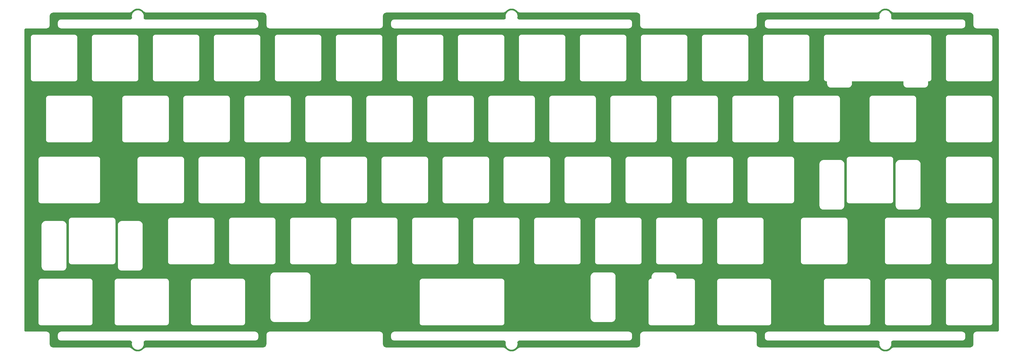
<source format=gbr>
%TF.GenerationSoftware,Altium Limited,Altium Designer,21.6.4 (81)*%
G04 Layer_Physical_Order=1*
G04 Layer_Color=255*
%FSLAX45Y45*%
%MOMM*%
%TF.SameCoordinates,9FA947FD-24AC-44E9-AB3F-4C708A796988*%
%TF.FilePolarity,Positive*%
%TF.FileFunction,Copper,L1,Top,Signal*%
%TF.Part,Single*%
G01*
G75*
G36*
X33961453Y12405051D02*
X34007971Y12390313D01*
X34050522Y12366434D01*
X34089343Y12332666D01*
X34089343Y12332665D01*
X34089343Y12332665D01*
X34109372Y12315243D01*
X34111679Y12313926D01*
X34113696Y12312199D01*
X34136844Y12299209D01*
X34139368Y12298386D01*
X34141696Y12297105D01*
X34167001Y12289088D01*
X34169641Y12288795D01*
X34172177Y12288014D01*
X34198584Y12285304D01*
X34199915Y12285430D01*
X34201227Y12285169D01*
X36556461D01*
X36581042Y12282399D01*
X36603012Y12274712D01*
X36622717Y12262329D01*
X36639178Y12245870D01*
X36651559Y12226163D01*
X36659247Y12204193D01*
X36662018Y12179610D01*
Y11896065D01*
X36662305Y11894626D01*
X36662180Y11893165D01*
X36664124Y11875921D01*
X36665005Y11873148D01*
X36665414Y11870266D01*
X36671146Y11853886D01*
X36672623Y11851379D01*
X36673663Y11848661D01*
X36682895Y11833967D01*
X36684894Y11831853D01*
X36686511Y11829433D01*
X36698782Y11817162D01*
X36701202Y11815545D01*
X36703317Y11813546D01*
X36718011Y11804313D01*
X36720728Y11803275D01*
X36723236Y11801797D01*
X36739615Y11796065D01*
X36742496Y11795658D01*
X36745270Y11794774D01*
X36762515Y11792832D01*
X36763977Y11792955D01*
X36765414Y11792669D01*
X37401459D01*
X37414362Y11791215D01*
X37425232Y11787411D01*
X37434985Y11781282D01*
X37443130Y11773137D01*
X37449261Y11763384D01*
X37453064Y11752511D01*
X37454517Y11739611D01*
Y2372518D01*
X37453064Y2359619D01*
X37449261Y2348746D01*
X37443130Y2338993D01*
X37434985Y2330847D01*
X37425235Y2324719D01*
X37414359Y2320915D01*
X37401459Y2319461D01*
X36765414D01*
X36763977Y2319175D01*
X36762515Y2319298D01*
X36745270Y2317355D01*
X36742496Y2316472D01*
X36739615Y2316065D01*
X36723236Y2310333D01*
X36720731Y2308855D01*
X36718011Y2307817D01*
X36703317Y2298584D01*
X36701202Y2296585D01*
X36698782Y2294968D01*
X36686511Y2282697D01*
X36684894Y2280278D01*
X36682895Y2278163D01*
X36673663Y2263469D01*
X36672623Y2260749D01*
X36671146Y2258242D01*
X36665414Y2241861D01*
X36665009Y2238983D01*
X36664124Y2236212D01*
X36662180Y2218967D01*
X36662305Y2217504D01*
X36662018Y2216065D01*
Y1932520D01*
X36659247Y1907936D01*
X36651562Y1885967D01*
X36639178Y1866259D01*
X36622720Y1849801D01*
X36603012Y1837418D01*
X36581042Y1829731D01*
X36556461Y1826961D01*
X34201230Y1826961D01*
X34199918Y1826700D01*
X34198587Y1826826D01*
X34172177Y1824115D01*
X34169641Y1823334D01*
X34167001Y1823041D01*
X34141696Y1815024D01*
X34139368Y1813743D01*
X34136844Y1812921D01*
X34113696Y1799931D01*
X34111679Y1798204D01*
X34109372Y1796885D01*
X34089346Y1779464D01*
X34089346Y1779463D01*
X34050522Y1745695D01*
X34007971Y1721816D01*
X33961456Y1707079D01*
X33912915Y1702097D01*
X33864377Y1707079D01*
X33817856Y1721817D01*
X33775305Y1745695D01*
X33736484Y1779464D01*
X33716458Y1796885D01*
X33714154Y1798204D01*
X33712134Y1799931D01*
X33688983Y1812921D01*
X33686459Y1813744D01*
X33684134Y1815024D01*
X33658829Y1823041D01*
X33656189Y1823334D01*
X33653650Y1824115D01*
X33627246Y1826826D01*
X33625912Y1826700D01*
X33624600Y1826961D01*
X30001871Y1826961D01*
X29977286Y1829731D01*
X29955319Y1837418D01*
X29935608Y1849801D01*
X29919150Y1866259D01*
X29906769Y1885967D01*
X29899081Y1907936D01*
X29896310Y1932519D01*
Y2216064D01*
X29896024Y2217503D01*
X29896146Y2218964D01*
X29894205Y2236208D01*
X29893320Y2238981D01*
X29892914Y2241863D01*
X29887183Y2258244D01*
X29885703Y2260749D01*
X29884668Y2263466D01*
X29875436Y2278161D01*
X29873438Y2280277D01*
X29871817Y2282698D01*
X29859543Y2294969D01*
X29857126Y2296584D01*
X29855014Y2298583D01*
X29840320Y2307816D01*
X29837601Y2308854D01*
X29835095Y2310332D01*
X29818713Y2316064D01*
X29815833Y2316471D01*
X29813062Y2317355D01*
X29795816Y2319298D01*
X29794354Y2319175D01*
X29792914Y2319461D01*
X26360413Y2319460D01*
X26358975Y2319174D01*
X26357513Y2319297D01*
X26340271Y2317354D01*
X26337497Y2316471D01*
X26334616Y2316064D01*
X26318237Y2310332D01*
X26315729Y2308854D01*
X26313010Y2307816D01*
X26298315Y2298583D01*
X26296201Y2296584D01*
X26293784Y2294967D01*
X26281512Y2282696D01*
X26279895Y2280277D01*
X26277896Y2278162D01*
X26268661Y2263468D01*
X26267624Y2260750D01*
X26266147Y2258243D01*
X26260413Y2241863D01*
X26260007Y2238980D01*
X26259125Y2236208D01*
X26257181Y2218963D01*
X26257303Y2217502D01*
X26257019Y2216064D01*
Y1932519D01*
X26254248Y1907935D01*
X26246561Y1885966D01*
X26234177Y1866259D01*
X26217719Y1849800D01*
X26198013Y1837417D01*
X26176044Y1829730D01*
X26151459Y1826960D01*
X22528729Y1826960D01*
X22527415Y1826699D01*
X22526083Y1826825D01*
X22499680Y1824114D01*
X22497142Y1823333D01*
X22494501Y1823041D01*
X22469196Y1815023D01*
X22466870Y1813743D01*
X22464343Y1812920D01*
X22441196Y1799930D01*
X22439177Y1798203D01*
X22436873Y1796885D01*
X22416844Y1779463D01*
X22378024Y1745694D01*
X22335471Y1721815D01*
X22288956Y1707078D01*
X22240414Y1702096D01*
X22191875Y1707078D01*
X22145358Y1721815D01*
X22102806Y1745694D01*
X22063985Y1779463D01*
D01*
X22063985Y1779463D01*
X22043958Y1796885D01*
X22041650Y1798203D01*
X22039635Y1799930D01*
X22016486Y1812920D01*
X22013960Y1813743D01*
X22011633Y1815023D01*
X21986328Y1823040D01*
X21983688Y1823333D01*
X21981151Y1824114D01*
X21954745Y1826825D01*
X21953413Y1826699D01*
X21952101Y1826960D01*
X18329370Y1826960D01*
X18304787Y1829730D01*
X18282816Y1837417D01*
X18263110Y1849799D01*
X18246651Y1866258D01*
X18234268Y1885965D01*
X18226581Y1907935D01*
X18223811Y1932518D01*
Y2216063D01*
X18223524Y2217502D01*
X18223648Y2218964D01*
X18221706Y2236209D01*
X18220821Y2238981D01*
X18220415Y2241861D01*
X18214684Y2258242D01*
X18213205Y2260749D01*
X18212167Y2263467D01*
X18202934Y2278162D01*
X18200935Y2280276D01*
X18199318Y2282695D01*
X18187047Y2294966D01*
X18184628Y2296583D01*
X18182513Y2298582D01*
X18167819Y2307815D01*
X18165100Y2308853D01*
X18162595Y2310332D01*
X18146213Y2316063D01*
X18143332Y2316470D01*
X18140559Y2317354D01*
X18123314Y2319297D01*
X18121854Y2319174D01*
X18120415Y2319460D01*
X14687915Y2319459D01*
X14686476Y2319173D01*
X14685014Y2319296D01*
X14667770Y2317353D01*
X14664996Y2316470D01*
X14662115Y2316063D01*
X14645737Y2310331D01*
X14643230Y2308853D01*
X14640511Y2307815D01*
X14625816Y2298582D01*
X14623701Y2296583D01*
X14621283Y2294966D01*
X14609012Y2282695D01*
X14607394Y2280276D01*
X14605396Y2278161D01*
X14596162Y2263466D01*
X14595125Y2260748D01*
X14593646Y2258242D01*
X14587915Y2241861D01*
X14587508Y2238980D01*
X14586624Y2236208D01*
X14584682Y2218963D01*
X14584804Y2217501D01*
X14584518Y2216063D01*
Y1932518D01*
X14581749Y1907934D01*
X14574062Y1885966D01*
X14561678Y1866257D01*
X14545219Y1849799D01*
X14525513Y1837416D01*
X14503545Y1829729D01*
X14478960Y1826959D01*
X10856228Y1826959D01*
X10854916Y1826698D01*
X10853584Y1826824D01*
X10827178Y1824113D01*
X10824640Y1823332D01*
X10822001Y1823039D01*
X10796696Y1815022D01*
X10794370Y1813742D01*
X10791845Y1812919D01*
X10768696Y1799929D01*
X10766678Y1798202D01*
X10764372Y1796883D01*
X10744345Y1779462D01*
X10744345D01*
X10705524Y1745693D01*
X10662971Y1721814D01*
X10616455Y1707077D01*
X10567915Y1702095D01*
X10519375Y1707077D01*
X10472859Y1721814D01*
X10430306Y1745693D01*
X10391485Y1779462D01*
D01*
X10391485Y1779462D01*
X10371456Y1796884D01*
X10369151Y1798202D01*
X10367133Y1799929D01*
X10343985Y1812919D01*
X10341460Y1813741D01*
X10339133Y1815022D01*
X10313829Y1823039D01*
X10311189Y1823332D01*
X10308651Y1824113D01*
X10282245Y1826824D01*
X10280913Y1826698D01*
X10279600Y1826959D01*
X7924369Y1826959D01*
X7899786Y1829729D01*
X7877816Y1837416D01*
X7858110Y1849798D01*
X7841651Y1866257D01*
X7829268Y1885964D01*
X7821581Y1907934D01*
X7818811Y1932517D01*
Y2216062D01*
X7818525Y2217501D01*
X7818649Y2218963D01*
X7816705Y2236208D01*
X7815821Y2238980D01*
X7815415Y2241860D01*
X7809684Y2258241D01*
X7808205Y2260748D01*
X7807167Y2263466D01*
X7797934Y2278161D01*
X7795935Y2280275D01*
X7794318Y2282694D01*
X7782047Y2294965D01*
X7779627Y2296582D01*
X7777513Y2298581D01*
X7762818Y2307815D01*
X7760099Y2308852D01*
X7757593Y2310330D01*
X7741214Y2316062D01*
X7738332Y2316469D01*
X7735560Y2317353D01*
X7718314Y2319296D01*
X7716853Y2319173D01*
X7715415Y2319459D01*
X7079370D01*
X7066468Y2320912D01*
X7055596Y2324716D01*
X7045843Y2330845D01*
X7037698Y2338990D01*
X7031569Y2348744D01*
X7027764Y2359616D01*
X7026311Y2372516D01*
X7026310Y11739609D01*
X7027763Y11752508D01*
X7031568Y11763381D01*
X7037696Y11773134D01*
X7045842Y11781279D01*
X7055595Y11787408D01*
X7066468Y11791213D01*
X7079368Y11792666D01*
X7715414D01*
X7716852Y11792952D01*
X7718314Y11792829D01*
X7735559Y11794772D01*
X7738332Y11795656D01*
X7741212Y11796063D01*
X7757592Y11801794D01*
X7760098Y11803272D01*
X7762817Y11804310D01*
X7777512Y11813543D01*
X7779627Y11815542D01*
X7782046Y11817159D01*
X7794317Y11829430D01*
X7795934Y11831849D01*
X7797933Y11833964D01*
X7807166Y11848658D01*
X7808204Y11851377D01*
X7809683Y11853884D01*
X7815414Y11870265D01*
X7815821Y11873145D01*
X7816704Y11875917D01*
X7818648Y11893162D01*
X7818524Y11894624D01*
X7818810Y11896063D01*
Y12179607D01*
X7821580Y12204191D01*
X7829268Y12226161D01*
X7841650Y12245868D01*
X7858108Y12262326D01*
X7877815Y12274708D01*
X7899785Y12282396D01*
X7924368Y12285166D01*
X10279599D01*
X10280912Y12285427D01*
X10282244Y12285301D01*
X10308651Y12288012D01*
X10311189Y12288793D01*
X10313828Y12289086D01*
X10339132Y12297103D01*
X10341459Y12298384D01*
X10343983Y12299206D01*
X10367132Y12312196D01*
X10369150Y12313922D01*
X10371456Y12315241D01*
X10391484Y12332663D01*
D01*
X10430305Y12366432D01*
X10472857Y12390311D01*
X10519374Y12405048D01*
X10567914Y12410030D01*
X10616454Y12405049D01*
X10662970Y12390311D01*
X10705523Y12366432D01*
X10744344Y12332663D01*
X10764371Y12315242D01*
X10766676Y12313924D01*
X10768694Y12312197D01*
X10791844Y12299207D01*
X10794369Y12298384D01*
X10796695Y12297103D01*
X10822000Y12289086D01*
X10824640Y12288793D01*
X10827178Y12288012D01*
X10853584Y12285302D01*
X10854915Y12285428D01*
X10856227Y12285167D01*
X14478960D01*
X14503542Y12282397D01*
X14525513Y12274710D01*
X14545219Y12262327D01*
X14561678Y12245868D01*
X14574060Y12226161D01*
X14581747Y12204192D01*
X14584517Y12179608D01*
Y11896063D01*
X14584802Y11894624D01*
X14584680Y11893163D01*
X14586623Y11875918D01*
X14587508Y11873146D01*
X14587914Y11870265D01*
X14593645Y11853884D01*
X14595123Y11851378D01*
X14596162Y11848660D01*
X14605394Y11833965D01*
X14607393Y11831851D01*
X14609010Y11829430D01*
X14621281Y11817160D01*
X14623701Y11815544D01*
X14625815Y11813545D01*
X14640511Y11804311D01*
X14643228Y11803274D01*
X14645734Y11801795D01*
X14662114Y11796063D01*
X14664996Y11795656D01*
X14667769Y11794772D01*
X14685014Y11792830D01*
X14686476Y11792953D01*
X14687914Y11792667D01*
X18120415D01*
X18121854Y11792953D01*
X18123315Y11792830D01*
X18140559Y11794773D01*
X18143330Y11795657D01*
X18146211Y11796064D01*
X18162592Y11801795D01*
X18165099Y11803273D01*
X18167818Y11804311D01*
X18182512Y11813544D01*
X18184625Y11815543D01*
X18187045Y11817160D01*
X18199316Y11829431D01*
X18200932Y11831850D01*
X18202933Y11833965D01*
X18212166Y11848659D01*
X18213203Y11851377D01*
X18214682Y11853884D01*
X18220415Y11870264D01*
X18220821Y11873147D01*
X18221706Y11875919D01*
X18223647Y11893165D01*
X18223524Y11894625D01*
X18223810Y11896064D01*
Y12179608D01*
X18226579Y12204192D01*
X18234267Y12226162D01*
X18246651Y12245868D01*
X18263109Y12262327D01*
X18282816Y12274710D01*
X18304785Y12282397D01*
X18329369Y12285167D01*
X21952100D01*
X21953412Y12285428D01*
X21954745Y12285302D01*
X21981149Y12288013D01*
X21983687Y12288794D01*
X21986327Y12289087D01*
X22011632Y12297104D01*
X22013959Y12298384D01*
X22016484Y12299207D01*
X22039632Y12312197D01*
X22041650Y12313923D01*
X22043956Y12315242D01*
X22063985Y12332664D01*
D01*
X22102805Y12366433D01*
X22145357Y12390312D01*
X22191875Y12405049D01*
X22240414Y12410031D01*
X22288954Y12405050D01*
X22335471Y12390312D01*
X22378023Y12366433D01*
X22416843Y12332664D01*
X22416843D01*
X22416844Y12332664D01*
X22436871Y12315243D01*
X22439177Y12313924D01*
X22441194Y12312198D01*
X22464343Y12299208D01*
X22466869Y12298385D01*
X22469196Y12297104D01*
X22494501Y12289087D01*
X22497141Y12288794D01*
X22499678Y12288013D01*
X22526083Y12285303D01*
X22527415Y12285429D01*
X22528728Y12285168D01*
X26151459D01*
X26176044Y12282398D01*
X26198013Y12274711D01*
X26217719Y12262328D01*
X26234177Y12245869D01*
X26246561Y12226162D01*
X26254248Y12204193D01*
X26257016Y12179609D01*
Y11896064D01*
X26257303Y11894624D01*
X26257181Y11893163D01*
X26259125Y11875919D01*
X26260007Y11873147D01*
X26260413Y11870267D01*
X26266144Y11853886D01*
X26267624Y11851379D01*
X26268661Y11848660D01*
X26277896Y11833966D01*
X26279895Y11831852D01*
X26281512Y11829432D01*
X26293781Y11817161D01*
X26296201Y11815545D01*
X26298315Y11813546D01*
X26313010Y11804312D01*
X26315729Y11803275D01*
X26318234Y11801796D01*
X26334616Y11796064D01*
X26337497Y11795657D01*
X26340271Y11794773D01*
X26357516Y11792831D01*
X26358975Y11792954D01*
X26360413Y11792668D01*
X29792914D01*
X29794351Y11792954D01*
X29795813Y11792831D01*
X29813058Y11794774D01*
X29815833Y11795658D01*
X29818710Y11796064D01*
X29835092Y11801796D01*
X29837601Y11803274D01*
X29840320Y11804313D01*
X29855014Y11813546D01*
X29857126Y11815545D01*
X29859546Y11817161D01*
X29871817Y11829432D01*
X29873434Y11831851D01*
X29875433Y11833966D01*
X29884665Y11848660D01*
X29885703Y11851378D01*
X29887183Y11853885D01*
X29892914Y11870265D01*
X29893320Y11873148D01*
X29894205Y11875920D01*
X29896146Y11893166D01*
X29896024Y11894626D01*
X29896310Y11896065D01*
Y12179609D01*
X29899081Y12204194D01*
X29906769Y12226162D01*
X29919150Y12245870D01*
X29935608Y12262328D01*
X29955316Y12274711D01*
X29977283Y12282398D01*
X30001868Y12285168D01*
X33624600D01*
X33625912Y12285429D01*
X33627246Y12285303D01*
X33653650Y12288014D01*
X33656189Y12288795D01*
X33658829Y12289088D01*
X33684134Y12297105D01*
X33686459Y12298386D01*
X33688983Y12299208D01*
X33712131Y12312198D01*
X33714151Y12313925D01*
X33716455Y12315244D01*
X33736484Y12332666D01*
X33736484Y12332666D01*
X33775305Y12366434D01*
X33817859Y12390313D01*
X33864374Y12405050D01*
X33912915Y12410032D01*
X33961453Y12405051D01*
D02*
G37*
%LPC*%
G36*
X33929562Y12356094D02*
X33896265D01*
X33893610Y12355566D01*
X33890906Y12355533D01*
X33858328Y12348642D01*
X33855841Y12347576D01*
X33853198Y12346983D01*
X33822754Y12333497D01*
X33820541Y12331939D01*
X33818079Y12330813D01*
X33791086Y12311318D01*
X33789243Y12309336D01*
X33787070Y12307725D01*
X33764694Y12283065D01*
X33763303Y12280744D01*
X33761508Y12278718D01*
X33744724Y12249961D01*
X33743842Y12247402D01*
X33742505Y12245048D01*
X33732034Y12213439D01*
X33731702Y12210754D01*
X33730884Y12208176D01*
X33727179Y12175085D01*
X33727411Y12172388D01*
X33727142Y12169694D01*
X33730362Y12136628D01*
X33731644Y12122527D01*
X33730161Y12111252D01*
X33726236Y12100578D01*
X33720062Y12091031D01*
X33711938Y12083070D01*
X33702264Y12077088D01*
X33691516Y12073378D01*
X33678778Y12071961D01*
X30253314D01*
X30251874Y12071675D01*
X30250415Y12071799D01*
X30233170Y12069856D01*
X30230396Y12068972D01*
X30227515Y12068565D01*
X30211133Y12062833D01*
X30208630Y12061355D01*
X30205911Y12060318D01*
X30191217Y12051086D01*
X30189099Y12049086D01*
X30186679Y12047468D01*
X30174408Y12035196D01*
X30172791Y12032777D01*
X30170795Y12030663D01*
X30161560Y12015969D01*
X30160522Y12013249D01*
X30159042Y12010742D01*
X30153314Y11994362D01*
X30152905Y11991482D01*
X30152023Y11988712D01*
X30150079Y11971466D01*
X30150201Y11970004D01*
X30149915Y11968564D01*
Y11896065D01*
X30150201Y11894625D01*
X30150079Y11893163D01*
X30152023Y11875917D01*
X30152905Y11873147D01*
X30153314Y11870268D01*
X30159042Y11853887D01*
X30160522Y11851379D01*
X30161560Y11848659D01*
X30170795Y11833965D01*
X30172794Y11831851D01*
X30174408Y11829431D01*
X30186679Y11817160D01*
X30189099Y11815543D01*
X30191214Y11813544D01*
X30205911Y11804311D01*
X30208627Y11803273D01*
X30211136Y11801795D01*
X30227515Y11796063D01*
X30230396Y11795657D01*
X30233167Y11794773D01*
X30250412Y11792829D01*
X30251874Y11792953D01*
X30253314Y11792667D01*
X36305014Y11792668D01*
X36306451Y11792954D01*
X36307913Y11792830D01*
X36325159Y11794773D01*
X36327933Y11795657D01*
X36330814Y11796064D01*
X36347195Y11801796D01*
X36349698Y11803274D01*
X36352417Y11804312D01*
X36367114Y11813545D01*
X36369226Y11815544D01*
X36371646Y11817161D01*
X36383920Y11829432D01*
X36385535Y11831852D01*
X36387534Y11833966D01*
X36396768Y11848660D01*
X36397806Y11851380D01*
X36399286Y11853888D01*
X36405014Y11870269D01*
X36405420Y11873148D01*
X36406305Y11875918D01*
X36408249Y11893163D01*
X36408127Y11894625D01*
X36408411Y11896065D01*
Y11968565D01*
X36408127Y11970005D01*
X36408249Y11971468D01*
X36406305Y11988712D01*
X36405420Y11991481D01*
X36405014Y11994361D01*
X36399286Y12010742D01*
X36397806Y12013250D01*
X36396768Y12015970D01*
X36387534Y12030664D01*
X36385535Y12032778D01*
X36383920Y12035198D01*
X36371646Y12047469D01*
X36369226Y12049086D01*
X36367114Y12051085D01*
X36352417Y12060318D01*
X36349701Y12061356D01*
X36347195Y12062834D01*
X36330814Y12068566D01*
X36327933Y12068973D01*
X36325159Y12069857D01*
X36307913Y12071800D01*
X36306451Y12071676D01*
X36305014Y12071962D01*
X34147052D01*
X34134314Y12073379D01*
X34123563Y12077089D01*
X34113892Y12083069D01*
X34105768Y12091030D01*
X34099594Y12100580D01*
X34095670Y12111252D01*
X34094183Y12122528D01*
X34095468Y12136671D01*
X34098685Y12169695D01*
X34098419Y12172389D01*
X34098648Y12175086D01*
X34094946Y12208177D01*
X34094125Y12210755D01*
X34093793Y12213440D01*
X34083325Y12245048D01*
X34081989Y12247403D01*
X34081107Y12249962D01*
X34064319Y12278719D01*
X34062524Y12280745D01*
X34061133Y12283066D01*
X34038757Y12307726D01*
X34036584Y12309337D01*
X34034741Y12311319D01*
X34007745Y12330814D01*
X34005286Y12331939D01*
X34003073Y12333497D01*
X33972629Y12346983D01*
X33969989Y12347576D01*
X33967499Y12348642D01*
X33934924Y12355533D01*
X33932217Y12355566D01*
X33929562Y12356094D01*
D02*
G37*
G36*
X22257062Y12356093D02*
X22223764Y12356092D01*
X22221111Y12355564D01*
X22218405Y12355531D01*
X22185828Y12348640D01*
X22183340Y12347574D01*
X22180701Y12346981D01*
X22150255Y12333496D01*
X22148042Y12331938D01*
X22145581Y12330812D01*
X22118587Y12311317D01*
X22116743Y12309335D01*
X22114571Y12307724D01*
X22092195Y12283064D01*
X22090804Y12280743D01*
X22089009Y12278717D01*
X22072223Y12249959D01*
X22071341Y12247402D01*
X22070004Y12245047D01*
X22059535Y12213438D01*
X22059201Y12210752D01*
X22058382Y12208174D01*
X22054681Y12175083D01*
X22054910Y12172387D01*
X22054642Y12169693D01*
X22057863Y12136627D01*
X22059145Y12122526D01*
X22057660Y12111252D01*
X22053734Y12100577D01*
X22047560Y12091029D01*
X22039438Y12083069D01*
X22029765Y12077087D01*
X22019014Y12073377D01*
X22006277Y12071960D01*
X18580814D01*
X18579376Y12071674D01*
X18577914Y12071798D01*
X18560669Y12069855D01*
X18557896Y12068971D01*
X18555014Y12068564D01*
X18538634Y12062832D01*
X18536128Y12061354D01*
X18533411Y12060316D01*
X18518716Y12051084D01*
X18516602Y12049085D01*
X18514182Y12047468D01*
X18501909Y12035196D01*
X18500291Y12032776D01*
X18498293Y12030661D01*
X18489061Y12015966D01*
X18488023Y12013249D01*
X18486545Y12010743D01*
X18480814Y11994363D01*
X18480406Y11991481D01*
X18479523Y11988708D01*
X18477580Y11971462D01*
X18477702Y11970001D01*
X18477417Y11968563D01*
Y11896064D01*
X18477702Y11894625D01*
X18477580Y11893165D01*
X18479523Y11875919D01*
X18480406Y11873146D01*
X18480814Y11870264D01*
X18486545Y11853883D01*
X18488023Y11851377D01*
X18489061Y11848660D01*
X18498293Y11833965D01*
X18500291Y11831850D01*
X18501910Y11829429D01*
X18514182Y11817158D01*
X18516602Y11815542D01*
X18518715Y11813544D01*
X18533409Y11804310D01*
X18536128Y11803273D01*
X18538635Y11801794D01*
X18555016Y11796062D01*
X18557895Y11795656D01*
X18560667Y11794772D01*
X18577913Y11792828D01*
X18579375Y11792952D01*
X18580814Y11792666D01*
X25900015Y11792667D01*
X25901453Y11792953D01*
X25902914Y11792829D01*
X25920157Y11794772D01*
X25922931Y11795656D01*
X25925812Y11796063D01*
X25942194Y11801795D01*
X25944702Y11803274D01*
X25947418Y11804311D01*
X25962112Y11813545D01*
X25964227Y11815544D01*
X25966647Y11817160D01*
X25978918Y11829431D01*
X25980536Y11831851D01*
X25982535Y11833965D01*
X25991766Y11848659D01*
X25992804Y11851378D01*
X25994284Y11853886D01*
X26000015Y11870267D01*
X26000421Y11873148D01*
X26001306Y11875919D01*
X26003250Y11893163D01*
X26003125Y11894625D01*
X26003412Y11896064D01*
Y11968564D01*
X26003125Y11970003D01*
X26003250Y11971465D01*
X26001306Y11988709D01*
X26000421Y11991481D01*
X26000015Y11994362D01*
X25994284Y12010742D01*
X25992804Y12013250D01*
X25991766Y12015969D01*
X25982535Y12030663D01*
X25980536Y12032777D01*
X25978918Y12035197D01*
X25966647Y12047468D01*
X25964227Y12049084D01*
X25962112Y12051083D01*
X25947418Y12060317D01*
X25944702Y12061354D01*
X25942194Y12062833D01*
X25925812Y12068565D01*
X25922931Y12068972D01*
X25920157Y12069856D01*
X25902914Y12071799D01*
X25901453Y12071675D01*
X25900015Y12071961D01*
X22474551D01*
X22461813Y12073378D01*
X22451064Y12077088D01*
X22441389Y12083069D01*
X22433269Y12091029D01*
X22427094Y12100579D01*
X22423167Y12111251D01*
X22421683Y12122528D01*
X22422966Y12136650D01*
X22426186Y12169694D01*
X22425917Y12172388D01*
X22426147Y12175084D01*
X22422446Y12208175D01*
X22421626Y12210754D01*
X22421294Y12213439D01*
X22410823Y12245048D01*
X22409486Y12247402D01*
X22408604Y12249960D01*
X22391820Y12278718D01*
X22390025Y12280744D01*
X22388632Y12283066D01*
X22366257Y12307725D01*
X22364082Y12309336D01*
X22362241Y12311317D01*
X22335246Y12330812D01*
X22332787Y12331938D01*
X22330573Y12333496D01*
X22300130Y12346982D01*
X22297487Y12347575D01*
X22295000Y12348641D01*
X22262422Y12355532D01*
X22259715Y12355565D01*
X22257062Y12356093D01*
D02*
G37*
G36*
X10584563Y12356091D02*
X10551265D01*
X10548610Y12355563D01*
X10545905Y12355530D01*
X10513328Y12348638D01*
X10510840Y12347573D01*
X10508199Y12346980D01*
X10477755Y12333495D01*
X10475541Y12331937D01*
X10473081Y12330811D01*
X10446087Y12311316D01*
X10444244Y12309334D01*
X10442069Y12307723D01*
X10419695Y12283063D01*
X10418302Y12280742D01*
X10416509Y12278716D01*
X10399722Y12249958D01*
X10398841Y12247401D01*
X10397504Y12245046D01*
X10387034Y12213437D01*
X10386701Y12210751D01*
X10385881Y12208173D01*
X10382180Y12175082D01*
X10382410Y12172386D01*
X10382142Y12169692D01*
X10385363Y12136626D01*
X10386644Y12122525D01*
X10385159Y12111250D01*
X10381234Y12100576D01*
X10375061Y12091029D01*
X10366937Y12083068D01*
X10357264Y12077086D01*
X10346514Y12073376D01*
X10333777Y12071959D01*
X8175814D01*
X8174376Y12071673D01*
X8172915Y12071797D01*
X8155669Y12069854D01*
X8152897Y12068970D01*
X8150015Y12068563D01*
X8133633Y12062831D01*
X8131127Y12061353D01*
X8128410Y12060315D01*
X8113716Y12051083D01*
X8111600Y12049084D01*
X8109180Y12047466D01*
X8096909Y12035194D01*
X8095292Y12032775D01*
X8093294Y12030661D01*
X8084061Y12015967D01*
X8083023Y12013248D01*
X8081544Y12010741D01*
X8075813Y11994361D01*
X8075406Y11991481D01*
X8074522Y11988708D01*
X8072579Y11971463D01*
X8072702Y11970001D01*
X8072416Y11968562D01*
Y11896063D01*
X8072702Y11894624D01*
X8072579Y11893162D01*
X8074522Y11875917D01*
X8075406Y11873145D01*
X8075812Y11870264D01*
X8081544Y11853884D01*
X8083023Y11851376D01*
X8084061Y11848657D01*
X8093294Y11833963D01*
X8095293Y11831849D01*
X8096909Y11829429D01*
X8109181Y11817158D01*
X8111600Y11815542D01*
X8113714Y11813543D01*
X8128409Y11804309D01*
X8131127Y11803271D01*
X8133635Y11801792D01*
X8150016Y11796061D01*
X8152896Y11795654D01*
X8155668Y11794771D01*
X8172914Y11792827D01*
X8174376Y11792951D01*
X8175814Y11792665D01*
X14227515Y11792666D01*
X14228952Y11792952D01*
X14230412Y11792828D01*
X14247658Y11794771D01*
X14250430Y11795655D01*
X14253313Y11796061D01*
X14269695Y11801794D01*
X14272202Y11803273D01*
X14274919Y11804310D01*
X14289613Y11813544D01*
X14291727Y11815543D01*
X14294147Y11817159D01*
X14306418Y11829430D01*
X14308034Y11831850D01*
X14310033Y11833964D01*
X14319267Y11848658D01*
X14320303Y11851377D01*
X14321783Y11853884D01*
X14327515Y11870265D01*
X14327922Y11873146D01*
X14328806Y11875918D01*
X14330750Y11893163D01*
X14330624Y11894624D01*
X14330911Y11896063D01*
Y11968563D01*
X14330624Y11970001D01*
X14330750Y11971463D01*
X14328806Y11988708D01*
X14327922Y11991480D01*
X14327515Y11994361D01*
X14321783Y12010742D01*
X14320303Y12013249D01*
X14319267Y12015968D01*
X14310033Y12030662D01*
X14308034Y12032776D01*
X14306418Y12035196D01*
X14294147Y12047467D01*
X14291727Y12049083D01*
X14289613Y12051082D01*
X14274919Y12060316D01*
X14272202Y12061353D01*
X14269695Y12062832D01*
X14253313Y12068564D01*
X14250430Y12068971D01*
X14247658Y12069855D01*
X14230412Y12071798D01*
X14228952Y12071674D01*
X14227515Y12071960D01*
X10802051D01*
X10789313Y12073377D01*
X10778562Y12077087D01*
X10768891Y12083067D01*
X10760767Y12091028D01*
X10754593Y12100578D01*
X10750668Y12111250D01*
X10749183Y12122525D01*
X10750466Y12136646D01*
X10753685Y12169694D01*
X10753417Y12172387D01*
X10753647Y12175083D01*
X10749945Y12208174D01*
X10749126Y12210752D01*
X10748793Y12213438D01*
X10738324Y12245046D01*
X10736988Y12247401D01*
X10736106Y12249959D01*
X10719319Y12278717D01*
X10717525Y12280743D01*
X10716132Y12283064D01*
X10693758Y12307724D01*
X10691583Y12309335D01*
X10689741Y12311316D01*
X10662747Y12330811D01*
X10660286Y12331937D01*
X10658073Y12333495D01*
X10627627Y12346980D01*
X10624987Y12347572D01*
X10622499Y12348638D01*
X10589923Y12355530D01*
X10587217Y12355563D01*
X10584563Y12356091D01*
D02*
G37*
G36*
X37172913Y11591962D02*
X35882916D01*
X35881476Y11591676D01*
X35880017Y11591800D01*
X35867776Y11590421D01*
X35865005Y11589537D01*
X35862122Y11589130D01*
X35850497Y11585062D01*
X35847992Y11583584D01*
X35845273Y11582546D01*
X35834845Y11575994D01*
X35832730Y11573995D01*
X35830310Y11572378D01*
X35821600Y11563669D01*
X35819986Y11561250D01*
X35817987Y11559136D01*
X35811432Y11548708D01*
X35810394Y11545989D01*
X35808917Y11543482D01*
X35804849Y11531857D01*
X35804440Y11528974D01*
X35803558Y11526200D01*
X35802179Y11513961D01*
X35802304Y11512502D01*
X35802017Y11511065D01*
Y10221065D01*
X35802304Y10219628D01*
X35802179Y10218168D01*
X35803558Y10205929D01*
X35804440Y10203156D01*
X35804849Y10200272D01*
X35808917Y10188647D01*
X35810394Y10186140D01*
X35811432Y10183422D01*
X35817987Y10172993D01*
X35819986Y10170879D01*
X35821603Y10168459D01*
X35830310Y10159751D01*
X35832730Y10158135D01*
X35834842Y10156137D01*
X35845270Y10149584D01*
X35847989Y10148546D01*
X35850497Y10147067D01*
X35862122Y10142999D01*
X35865005Y10142592D01*
X35867776Y10141708D01*
X35880017Y10140330D01*
X35881476Y10140453D01*
X35882916Y10140167D01*
X37172913D01*
X37174353Y10140453D01*
X37175815Y10140330D01*
X37188055Y10141710D01*
X37190826Y10142593D01*
X37193704Y10143000D01*
X37205328Y10147067D01*
X37207837Y10148545D01*
X37210556Y10149584D01*
X37220984Y10156137D01*
X37223099Y10158135D01*
X37225516Y10159751D01*
X37234225Y10168459D01*
X37235843Y10170880D01*
X37237842Y10172994D01*
X37244397Y10183423D01*
X37245435Y10186143D01*
X37246912Y10188651D01*
X37250980Y10200275D01*
X37251385Y10203155D01*
X37252271Y10205925D01*
X37253647Y10218163D01*
X37253525Y10219625D01*
X37253812Y10221065D01*
Y11511065D01*
X37253525Y11512504D01*
X37253647Y11513966D01*
X37252271Y11526205D01*
X37251385Y11528974D01*
X37250980Y11531853D01*
X37246915Y11543479D01*
X37245435Y11545987D01*
X37244397Y11548708D01*
X37237842Y11559136D01*
X37235843Y11561250D01*
X37234229Y11563669D01*
X37225519Y11572378D01*
X37223099Y11573995D01*
X37220984Y11575994D01*
X37210556Y11582546D01*
X37207837Y11583584D01*
X37205331Y11585062D01*
X37193707Y11589130D01*
X37190823Y11589537D01*
X37188052Y11590421D01*
X37175812Y11591800D01*
X37174353Y11591676D01*
X37172913Y11591962D01*
D02*
G37*
G36*
X35267914D02*
X32072916D01*
X32071475Y11591676D01*
X32070013Y11591799D01*
X32057776Y11590420D01*
X32055005Y11589536D01*
X32052124Y11589130D01*
X32040500Y11585063D01*
X32037991Y11583584D01*
X32035272Y11582546D01*
X32024844Y11575992D01*
X32022729Y11573994D01*
X32020312Y11572378D01*
X32011603Y11563670D01*
X32009985Y11561250D01*
X32007986Y11559135D01*
X32001431Y11548706D01*
X32000394Y11545988D01*
X31998917Y11543482D01*
X31994849Y11531858D01*
X31994440Y11528974D01*
X31993558Y11526200D01*
X31992181Y11513961D01*
X31992303Y11512502D01*
X31992017Y11511065D01*
Y10221065D01*
X31992303Y10219628D01*
X31992181Y10218168D01*
X31993558Y10205929D01*
X31994440Y10203156D01*
X31994849Y10200272D01*
X31998917Y10188647D01*
X32000394Y10186140D01*
X32001434Y10183422D01*
X32007986Y10172993D01*
X32009985Y10170879D01*
X32011600Y10168460D01*
X32020309Y10159751D01*
X32022729Y10158134D01*
X32024844Y10156135D01*
X32035272Y10149583D01*
X32037991Y10148546D01*
X32040497Y10147067D01*
X32052121Y10142999D01*
X32055005Y10142592D01*
X32057776Y10141708D01*
X32070016Y10140330D01*
X32071478Y10140453D01*
X32072916Y10140167D01*
X32088336D01*
X32090109Y10139967D01*
X32090414Y10139861D01*
X32090686Y10139690D01*
X32090912Y10139462D01*
X32091083Y10139190D01*
X32091193Y10138881D01*
X32091391Y10137108D01*
Y10071064D01*
X32091678Y10069627D01*
X32091556Y10068166D01*
X32094186Y10044801D01*
X32095071Y10042028D01*
X32095477Y10039145D01*
X32103244Y10016953D01*
X32104721Y10014447D01*
X32105759Y10011729D01*
X32118268Y9991821D01*
X32120267Y9989706D01*
X32121884Y9987286D01*
X32138510Y9970660D01*
X32140930Y9969043D01*
X32143045Y9967045D01*
X32162952Y9954535D01*
X32165674Y9953496D01*
X32168179Y9952018D01*
X32190369Y9944253D01*
X32193250Y9943846D01*
X32196024Y9942963D01*
X32219391Y9940330D01*
X32220850Y9940453D01*
X32222290Y9940167D01*
X32737289D01*
X32738727Y9940453D01*
X32740189Y9940330D01*
X32763553Y9942963D01*
X32766324Y9943846D01*
X32769205Y9944253D01*
X32791400Y9952018D01*
X32793906Y9953497D01*
X32796625Y9954535D01*
X32816534Y9967045D01*
X32818646Y9969043D01*
X32821066Y9970659D01*
X32837692Y9987285D01*
X32839310Y9989704D01*
X32841309Y9991820D01*
X32853818Y10011729D01*
X32854858Y10014448D01*
X32856335Y10016955D01*
X32864099Y10039147D01*
X32864508Y10042027D01*
X32865390Y10044799D01*
X32868024Y10068164D01*
X32867899Y10069625D01*
X32868185Y10071064D01*
Y10137112D01*
X32868387Y10138885D01*
X32868491Y10139186D01*
X32868665Y10139463D01*
X32868893Y10139691D01*
X32869162Y10139860D01*
X32869467Y10139967D01*
X32871243Y10140167D01*
X34469586D01*
X34471359Y10139967D01*
X34471661Y10139862D01*
X34471936Y10139690D01*
X34472162Y10139462D01*
X34472333Y10139190D01*
X34472443Y10138881D01*
X34472641Y10137108D01*
Y10071064D01*
X34472928Y10069626D01*
X34472806Y10068166D01*
X34475436Y10044802D01*
X34476321Y10042030D01*
X34476727Y10039147D01*
X34484494Y10016953D01*
X34485971Y10014447D01*
X34487009Y10011729D01*
X34499518Y9991821D01*
X34501517Y9989706D01*
X34503134Y9987286D01*
X34519760Y9970660D01*
X34522180Y9969043D01*
X34524295Y9967045D01*
X34544202Y9954535D01*
X34546924Y9953496D01*
X34549429Y9952018D01*
X34571619Y9944253D01*
X34574500Y9943846D01*
X34577274Y9942963D01*
X34600641Y9940330D01*
X34602100Y9940453D01*
X34603540Y9940167D01*
X35118539D01*
X35119977Y9940453D01*
X35121439Y9940330D01*
X35144803Y9942963D01*
X35147574Y9943846D01*
X35150455Y9944253D01*
X35172650Y9952018D01*
X35175156Y9953497D01*
X35177875Y9954535D01*
X35197784Y9967045D01*
X35199896Y9969043D01*
X35202316Y9970659D01*
X35218942Y9987285D01*
X35220560Y9989704D01*
X35222559Y9991820D01*
X35235068Y10011729D01*
X35236108Y10014449D01*
X35237585Y10016955D01*
X35245349Y10039149D01*
X35245758Y10042029D01*
X35246640Y10044800D01*
X35249274Y10068164D01*
X35249149Y10069625D01*
X35249435Y10071064D01*
Y10137112D01*
X35249637Y10138885D01*
X35249741Y10139186D01*
X35249915Y10139463D01*
X35250143Y10139691D01*
X35250415Y10139861D01*
X35250717Y10139967D01*
X35252493Y10140167D01*
X35267914D01*
X35269351Y10140453D01*
X35270813Y10140330D01*
X35283051Y10141708D01*
X35285825Y10142592D01*
X35288705Y10142999D01*
X35300330Y10147067D01*
X35302838Y10148546D01*
X35305557Y10149584D01*
X35315985Y10156137D01*
X35318100Y10158135D01*
X35320517Y10159751D01*
X35329227Y10168459D01*
X35330844Y10170879D01*
X35332843Y10172993D01*
X35339395Y10183421D01*
X35340433Y10186142D01*
X35341913Y10188651D01*
X35345981Y10200276D01*
X35346387Y10203155D01*
X35347269Y10205925D01*
X35348648Y10218163D01*
X35348526Y10219625D01*
X35348810Y10221065D01*
Y11511065D01*
X35348526Y11512504D01*
X35348648Y11513966D01*
X35347269Y11526205D01*
X35346387Y11528974D01*
X35345981Y11531853D01*
X35341913Y11543479D01*
X35340433Y11545987D01*
X35339395Y11548708D01*
X35332843Y11559136D01*
X35330844Y11561250D01*
X35329227Y11563669D01*
X35320517Y11572378D01*
X35318097Y11573995D01*
X35315982Y11575994D01*
X35305554Y11582546D01*
X35302838Y11583584D01*
X35300330Y11585062D01*
X35288705Y11589130D01*
X35285825Y11589537D01*
X35283051Y11590421D01*
X35270813Y11591800D01*
X35269351Y11591676D01*
X35267914Y11591962D01*
D02*
G37*
G36*
X31457913D02*
X30167914D01*
X30166476Y11591676D01*
X30165015Y11591799D01*
X30152774Y11590420D01*
X30150003Y11589536D01*
X30147125Y11589130D01*
X30135498Y11585063D01*
X30132993Y11583584D01*
X30130273Y11582546D01*
X30119843Y11575992D01*
X30117731Y11573994D01*
X30115311Y11572378D01*
X30106601Y11563670D01*
X30104984Y11561250D01*
X30102985Y11559135D01*
X30096432Y11548706D01*
X30095395Y11545988D01*
X30093915Y11543482D01*
X30089847Y11531858D01*
X30089441Y11528974D01*
X30088556Y11526200D01*
X30087180Y11513961D01*
X30087302Y11512502D01*
X30087018Y11511065D01*
Y10221065D01*
X30087302Y10219628D01*
X30087180Y10218168D01*
X30088556Y10205929D01*
X30089441Y10203156D01*
X30089847Y10200272D01*
X30093915Y10188647D01*
X30095395Y10186140D01*
X30096432Y10183422D01*
X30102985Y10172993D01*
X30104984Y10170879D01*
X30106601Y10168460D01*
X30115311Y10159751D01*
X30117731Y10158134D01*
X30119846Y10156135D01*
X30130273Y10149583D01*
X30132990Y10148546D01*
X30135498Y10147067D01*
X30147122Y10142999D01*
X30150003Y10142592D01*
X30152777Y10141708D01*
X30165015Y10140330D01*
X30166476Y10140453D01*
X30167914Y10140167D01*
X31457913D01*
X31459351Y10140453D01*
X31460812Y10140330D01*
X31473053Y10141708D01*
X31475824Y10142592D01*
X31478705Y10142999D01*
X31490332Y10147067D01*
X31492838Y10148546D01*
X31495557Y10149583D01*
X31505984Y10156135D01*
X31508099Y10158134D01*
X31510519Y10159751D01*
X31519226Y10168460D01*
X31520844Y10170879D01*
X31522842Y10172993D01*
X31529395Y10183421D01*
X31530435Y10186142D01*
X31531915Y10188651D01*
X31535980Y10200276D01*
X31536386Y10203155D01*
X31537268Y10205925D01*
X31538647Y10218163D01*
X31538525Y10219625D01*
X31538812Y10221065D01*
Y11511065D01*
X31538525Y11512504D01*
X31538647Y11513966D01*
X31537268Y11526205D01*
X31536386Y11528975D01*
X31535980Y11531854D01*
X31531912Y11543478D01*
X31530435Y11545986D01*
X31529395Y11548706D01*
X31522842Y11559135D01*
X31520844Y11561250D01*
X31519226Y11563670D01*
X31510516Y11572378D01*
X31508099Y11573994D01*
X31505984Y11575992D01*
X31495557Y11582545D01*
X31492838Y11583584D01*
X31490329Y11585063D01*
X31478705Y11589130D01*
X31475824Y11589536D01*
X31473053Y11590420D01*
X31460815Y11591799D01*
X31459354Y11591676D01*
X31457913Y11591962D01*
D02*
G37*
G36*
X29552914D02*
X28262915D01*
X28261475Y11591676D01*
X28260013Y11591799D01*
X28247775Y11590420D01*
X28245004Y11589536D01*
X28242123Y11589130D01*
X28230499Y11585063D01*
X28227991Y11583584D01*
X28225272Y11582546D01*
X28214844Y11575992D01*
X28212729Y11573994D01*
X28210312Y11572378D01*
X28201602Y11563670D01*
X28199985Y11561250D01*
X28197986Y11559135D01*
X28191431Y11548706D01*
X28190396Y11545988D01*
X28188916Y11543482D01*
X28184848Y11531858D01*
X28184442Y11528974D01*
X28183557Y11526200D01*
X28182181Y11513961D01*
X28182303Y11512502D01*
X28182016Y11511065D01*
Y10221065D01*
X28182303Y10219628D01*
X28182181Y10218168D01*
X28183557Y10205929D01*
X28184442Y10203156D01*
X28184848Y10200272D01*
X28188916Y10188647D01*
X28190396Y10186140D01*
X28191434Y10183422D01*
X28197986Y10172993D01*
X28199985Y10170879D01*
X28201602Y10168460D01*
X28210309Y10159751D01*
X28212729Y10158134D01*
X28214844Y10156135D01*
X28225272Y10149583D01*
X28227991Y10148546D01*
X28230496Y10147067D01*
X28242123Y10142999D01*
X28245004Y10142592D01*
X28247778Y10141708D01*
X28260016Y10140330D01*
X28261478Y10140453D01*
X28262915Y10140167D01*
X29552914D01*
X29554352Y10140453D01*
X29555814Y10140330D01*
X29568051Y10141708D01*
X29570825Y10142592D01*
X29573706Y10142999D01*
X29585330Y10147067D01*
X29587839Y10148546D01*
X29590555Y10149583D01*
X29600983Y10156135D01*
X29603098Y10158134D01*
X29605518Y10159751D01*
X29614227Y10168460D01*
X29615845Y10170879D01*
X29617841Y10172993D01*
X29624396Y10183421D01*
X29625433Y10186142D01*
X29626913Y10188651D01*
X29630981Y10200276D01*
X29631387Y10203155D01*
X29632269Y10205925D01*
X29633649Y10218163D01*
X29633524Y10219625D01*
X29633810Y10221065D01*
Y11511065D01*
X29633524Y11512504D01*
X29633649Y11513966D01*
X29632269Y11526205D01*
X29631384Y11528975D01*
X29630978Y11531854D01*
X29626913Y11543478D01*
X29625436Y11545986D01*
X29624396Y11548706D01*
X29617844Y11559135D01*
X29615842Y11561250D01*
X29614227Y11563670D01*
X29605518Y11572378D01*
X29603098Y11573994D01*
X29600986Y11575992D01*
X29590558Y11582545D01*
X29587836Y11583584D01*
X29585330Y11585063D01*
X29573703Y11589130D01*
X29570825Y11589536D01*
X29568054Y11590420D01*
X29555814Y11591799D01*
X29554352Y11591676D01*
X29552914Y11591962D01*
D02*
G37*
G36*
X27647913Y11591961D02*
X26357913D01*
X26356476Y11591675D01*
X26355014Y11591799D01*
X26342776Y11590420D01*
X26340002Y11589536D01*
X26337122Y11589129D01*
X26325497Y11585061D01*
X26322989Y11583583D01*
X26320273Y11582545D01*
X26309845Y11575993D01*
X26307727Y11573993D01*
X26305307Y11572376D01*
X26296600Y11563667D01*
X26294983Y11561248D01*
X26292987Y11559135D01*
X26286432Y11548707D01*
X26285394Y11545988D01*
X26283917Y11543481D01*
X26279849Y11531856D01*
X26279440Y11528974D01*
X26278558Y11526201D01*
X26277179Y11513963D01*
X26277301Y11512502D01*
X26277017Y11511064D01*
Y10221064D01*
X26277301Y10219625D01*
X26277179Y10218165D01*
X26278558Y10205926D01*
X26279440Y10203153D01*
X26279849Y10200270D01*
X26283917Y10188646D01*
X26285394Y10186140D01*
X26286432Y10183422D01*
X26292987Y10172993D01*
X26294983Y10170879D01*
X26296600Y10168459D01*
X26305310Y10159751D01*
X26307727Y10158135D01*
X26309842Y10156136D01*
X26320270Y10149583D01*
X26322992Y10148544D01*
X26325497Y10147066D01*
X26337122Y10142999D01*
X26340002Y10142592D01*
X26342773Y10141709D01*
X26355014Y10140329D01*
X26356476Y10140452D01*
X26357913Y10140166D01*
X27647913D01*
X27649353Y10140452D01*
X27650815Y10140329D01*
X27663055Y10141709D01*
X27665826Y10142592D01*
X27668704Y10142999D01*
X27680328Y10147066D01*
X27682837Y10148544D01*
X27685556Y10149583D01*
X27695984Y10156136D01*
X27698099Y10158134D01*
X27700516Y10159750D01*
X27709225Y10168458D01*
X27710843Y10170879D01*
X27712842Y10172993D01*
X27719397Y10183422D01*
X27720435Y10186142D01*
X27721912Y10188650D01*
X27725980Y10200274D01*
X27726385Y10203154D01*
X27727271Y10205924D01*
X27728647Y10218162D01*
X27728525Y10219624D01*
X27728812Y10221064D01*
Y11511064D01*
X27728525Y11512503D01*
X27728647Y11513965D01*
X27727271Y11526204D01*
X27726385Y11528973D01*
X27725980Y11531852D01*
X27721915Y11543478D01*
X27720435Y11545986D01*
X27719397Y11548707D01*
X27712842Y11559135D01*
X27710843Y11561249D01*
X27709229Y11563668D01*
X27700519Y11572377D01*
X27698099Y11573994D01*
X27695984Y11575993D01*
X27685556Y11582545D01*
X27682837Y11583583D01*
X27680331Y11585061D01*
X27668707Y11589129D01*
X27665823Y11589536D01*
X27663052Y11590420D01*
X27650812Y11591799D01*
X27649353Y11591675D01*
X27647913Y11591961D01*
D02*
G37*
G36*
X25742914D02*
X24452914D01*
X24451476Y11591675D01*
X24450015Y11591799D01*
X24437776Y11590420D01*
X24435004Y11589536D01*
X24432121Y11589129D01*
X24420496Y11585061D01*
X24417990Y11583583D01*
X24415273Y11582545D01*
X24404845Y11575993D01*
X24402728Y11573993D01*
X24400308Y11572376D01*
X24391600Y11563667D01*
X24389984Y11561248D01*
X24387987Y11559135D01*
X24381433Y11548707D01*
X24380396Y11545988D01*
X24378915Y11543481D01*
X24374847Y11531856D01*
X24374442Y11528974D01*
X24373558Y11526201D01*
X24372179Y11513963D01*
X24372302Y11512502D01*
X24372015Y11511064D01*
Y10221064D01*
X24372302Y10219625D01*
X24372179Y10218165D01*
X24373558Y10205926D01*
X24374442Y10203153D01*
X24374847Y10200271D01*
X24378915Y10188646D01*
X24380396Y10186139D01*
X24381433Y10183421D01*
X24387987Y10172992D01*
X24389986Y10170878D01*
X24391602Y10168459D01*
X24400310Y10159751D01*
X24402728Y10158135D01*
X24404842Y10156136D01*
X24415269Y10149583D01*
X24417989Y10148545D01*
X24420496Y10147066D01*
X24432121Y10142998D01*
X24435004Y10142591D01*
X24437776Y10141707D01*
X24450015Y10140329D01*
X24451476Y10140452D01*
X24452914Y10140166D01*
X25742914D01*
X25744354Y10140452D01*
X25745816Y10140329D01*
X25758054Y10141709D01*
X25760825Y10142592D01*
X25763705Y10142999D01*
X25775330Y10147066D01*
X25777835Y10148544D01*
X25780557Y10149583D01*
X25790985Y10156136D01*
X25793100Y10158134D01*
X25795517Y10159750D01*
X25804227Y10168458D01*
X25805844Y10170879D01*
X25807843Y10172995D01*
X25814395Y10183424D01*
X25815433Y10186141D01*
X25816910Y10188646D01*
X25820978Y10200270D01*
X25821387Y10203153D01*
X25822269Y10205926D01*
X25823648Y10218164D01*
X25823526Y10219625D01*
X25823810Y10221064D01*
Y11511064D01*
X25823526Y11512502D01*
X25823648Y11513962D01*
X25822269Y11526201D01*
X25821387Y11528974D01*
X25820978Y11531856D01*
X25816910Y11543481D01*
X25815433Y11545988D01*
X25814395Y11548705D01*
X25807843Y11559134D01*
X25805844Y11561248D01*
X25804227Y11563668D01*
X25795517Y11572377D01*
X25793097Y11573994D01*
X25790982Y11575993D01*
X25780554Y11582545D01*
X25777838Y11583583D01*
X25775330Y11585061D01*
X25763705Y11589129D01*
X25760825Y11589536D01*
X25758051Y11590420D01*
X25745813Y11591799D01*
X25744351Y11591675D01*
X25742914Y11591961D01*
D02*
G37*
G36*
X23837914D02*
X22547914D01*
X22546477Y11591675D01*
X22545015Y11591799D01*
X22532776Y11590420D01*
X22530003Y11589536D01*
X22527121Y11589129D01*
X22515495Y11585061D01*
X22512990Y11583583D01*
X22510272Y11582545D01*
X22499844Y11575993D01*
X22497728Y11573993D01*
X22495308Y11572376D01*
X22486600Y11563667D01*
X22484984Y11561248D01*
X22482986Y11559135D01*
X22476433Y11548707D01*
X22475395Y11545988D01*
X22473917Y11543481D01*
X22469849Y11531856D01*
X22469441Y11528974D01*
X22468558Y11526201D01*
X22467178Y11513963D01*
X22467302Y11512502D01*
X22467017Y11511064D01*
Y10221064D01*
X22467302Y10219625D01*
X22467178Y10218165D01*
X22468558Y10205926D01*
X22469441Y10203153D01*
X22469849Y10200271D01*
X22473917Y10188646D01*
X22475395Y10186139D01*
X22476433Y10183421D01*
X22482986Y10172992D01*
X22484985Y10170878D01*
X22486601Y10168459D01*
X22495309Y10159751D01*
X22497728Y10158135D01*
X22499841Y10156136D01*
X22510271Y10149583D01*
X22512988Y10148545D01*
X22515495Y10147066D01*
X22527121Y10142998D01*
X22530003Y10142591D01*
X22532776Y10141707D01*
X22545015Y10140329D01*
X22546477Y10140452D01*
X22547914Y10140166D01*
X23837914D01*
X23839352Y10140452D01*
X23840813Y10140329D01*
X23853052Y10141707D01*
X23855824Y10142591D01*
X23858707Y10142998D01*
X23870331Y10147066D01*
X23872838Y10148545D01*
X23875557Y10149583D01*
X23885985Y10156136D01*
X23888100Y10158134D01*
X23890517Y10159750D01*
X23899226Y10168458D01*
X23900844Y10170879D01*
X23902843Y10172994D01*
X23909395Y10183422D01*
X23910432Y10186140D01*
X23911911Y10188646D01*
X23915979Y10200271D01*
X23916386Y10203153D01*
X23917270Y10205926D01*
X23918649Y10218164D01*
X23918526Y10219625D01*
X23918811Y10221064D01*
Y11511064D01*
X23918526Y11512502D01*
X23918649Y11513962D01*
X23917270Y11526201D01*
X23916386Y11528974D01*
X23915979Y11531856D01*
X23911911Y11543481D01*
X23910432Y11545988D01*
X23909395Y11548705D01*
X23902843Y11559134D01*
X23900844Y11561248D01*
X23899226Y11563668D01*
X23890518Y11572377D01*
X23888098Y11573994D01*
X23885983Y11575993D01*
X23875555Y11582545D01*
X23872838Y11583583D01*
X23870331Y11585061D01*
X23858707Y11589129D01*
X23855824Y11589536D01*
X23853052Y11590420D01*
X23840813Y11591799D01*
X23839352Y11591675D01*
X23837914Y11591961D01*
D02*
G37*
G36*
X21932915D02*
X20642914D01*
X20641475Y11591675D01*
X20640013Y11591798D01*
X20627774Y11590419D01*
X20625003Y11589535D01*
X20622124Y11589129D01*
X20610498Y11585062D01*
X20607991Y11583583D01*
X20605270Y11582545D01*
X20594843Y11575991D01*
X20592728Y11573993D01*
X20590309Y11572376D01*
X20581601Y11563668D01*
X20579984Y11561248D01*
X20577986Y11559134D01*
X20571432Y11548705D01*
X20570395Y11545987D01*
X20568916Y11543481D01*
X20564848Y11531857D01*
X20564441Y11528974D01*
X20563557Y11526201D01*
X20562180Y11513963D01*
X20562302Y11512502D01*
X20562016Y11511064D01*
Y10221064D01*
X20562302Y10219625D01*
X20562180Y10218165D01*
X20563557Y10205926D01*
X20564441Y10203153D01*
X20564848Y10200271D01*
X20568916Y10188646D01*
X20570395Y10186139D01*
X20571432Y10183421D01*
X20577986Y10172992D01*
X20579984Y10170879D01*
X20581599Y10168460D01*
X20590308Y10159751D01*
X20592729Y10158134D01*
X20594844Y10156134D01*
X20605272Y10149582D01*
X20607990Y10148545D01*
X20610497Y10147066D01*
X20622121Y10142998D01*
X20625003Y10142591D01*
X20627776Y10141707D01*
X20640015Y10140329D01*
X20641476Y10140452D01*
X20642914Y10140166D01*
X21932915D01*
X21934352Y10140452D01*
X21935812Y10140329D01*
X21948051Y10141707D01*
X21950824Y10142591D01*
X21953706Y10142998D01*
X21965331Y10147066D01*
X21967838Y10148545D01*
X21970555Y10149582D01*
X21980984Y10156134D01*
X21983099Y10158133D01*
X21985518Y10159750D01*
X21994228Y10168459D01*
X21995844Y10170879D01*
X21997842Y10172994D01*
X22004395Y10183422D01*
X22005434Y10186140D01*
X22006911Y10188646D01*
X22010979Y10200271D01*
X22011386Y10203153D01*
X22012270Y10205926D01*
X22013649Y10218164D01*
X22013525Y10219625D01*
X22013811Y10221064D01*
Y11511064D01*
X22013525Y11512502D01*
X22013649Y11513962D01*
X22012270Y11526201D01*
X22011386Y11528975D01*
X22010979Y11531857D01*
X22006911Y11543481D01*
X22005434Y11545986D01*
X22004396Y11548703D01*
X21997844Y11559133D01*
X21995844Y11561248D01*
X21994226Y11563669D01*
X21985516Y11572377D01*
X21983099Y11573993D01*
X21980984Y11575991D01*
X21970557Y11582544D01*
X21967838Y11583583D01*
X21965329Y11585062D01*
X21953703Y11589129D01*
X21950826Y11589535D01*
X21948055Y11590419D01*
X21935815Y11591798D01*
X21934354Y11591675D01*
X21932915Y11591961D01*
D02*
G37*
G36*
X20027914D02*
X18737914D01*
X18736475Y11591675D01*
X18735013Y11591798D01*
X18722774Y11590419D01*
X18720003Y11589535D01*
X18717123Y11589129D01*
X18705498Y11585062D01*
X18702991Y11583583D01*
X18700272Y11582545D01*
X18689842Y11575991D01*
X18687727Y11573993D01*
X18685309Y11572376D01*
X18676601Y11563668D01*
X18674985Y11561248D01*
X18672986Y11559134D01*
X18666432Y11548705D01*
X18665395Y11545987D01*
X18663916Y11543481D01*
X18659848Y11531857D01*
X18659441Y11528974D01*
X18658559Y11526201D01*
X18657179Y11513963D01*
X18657301Y11512502D01*
X18657016Y11511064D01*
Y10221064D01*
X18657301Y10219625D01*
X18657179Y10218165D01*
X18658559Y10205926D01*
X18659441Y10203153D01*
X18659848Y10200271D01*
X18663916Y10188646D01*
X18665395Y10186139D01*
X18666434Y10183421D01*
X18672986Y10172992D01*
X18674985Y10170879D01*
X18676601Y10168460D01*
X18685307Y10159751D01*
X18687729Y10158134D01*
X18689844Y10156134D01*
X18700272Y10149582D01*
X18702991Y10148545D01*
X18705496Y10147066D01*
X18717120Y10142998D01*
X18720003Y10142591D01*
X18722775Y10141707D01*
X18735014Y10140329D01*
X18736476Y10140452D01*
X18737914Y10140166D01*
X20027914D01*
X20029352Y10140452D01*
X20030814Y10140329D01*
X20043053Y10141707D01*
X20045824Y10142591D01*
X20048706Y10142998D01*
X20060332Y10147066D01*
X20062839Y10148545D01*
X20065555Y10149582D01*
X20075984Y10156134D01*
X20078099Y10158133D01*
X20080518Y10159750D01*
X20089227Y10168459D01*
X20090845Y10170879D01*
X20092844Y10172994D01*
X20099396Y10183422D01*
X20100433Y10186140D01*
X20101910Y10188646D01*
X20105978Y10200271D01*
X20106386Y10203153D01*
X20107269Y10205926D01*
X20108649Y10218164D01*
X20108525Y10219625D01*
X20108810Y10221064D01*
Y11511064D01*
X20108525Y11512502D01*
X20108649Y11513962D01*
X20107269Y11526201D01*
X20106386Y11528975D01*
X20105978Y11531857D01*
X20101910Y11543481D01*
X20100433Y11545986D01*
X20099396Y11548703D01*
X20092844Y11559133D01*
X20090845Y11561248D01*
X20089226Y11563669D01*
X20080518Y11572377D01*
X20078099Y11573993D01*
X20075986Y11575991D01*
X20065556Y11582544D01*
X20062837Y11583583D01*
X20060329Y11585062D01*
X20048705Y11589129D01*
X20045825Y11589535D01*
X20043054Y11590419D01*
X20030815Y11591798D01*
X20029353Y11591675D01*
X20027914Y11591961D01*
D02*
G37*
G36*
X18122914D02*
X16832915D01*
X16831474Y11591675D01*
X16830013Y11591798D01*
X16817773Y11590419D01*
X16815002Y11589535D01*
X16812123Y11589129D01*
X16800497Y11585062D01*
X16797990Y11583583D01*
X16795271Y11582545D01*
X16784843Y11575992D01*
X16782729Y11573993D01*
X16780310Y11572377D01*
X16771600Y11563669D01*
X16769984Y11561248D01*
X16767984Y11559133D01*
X16761432Y11548704D01*
X16760394Y11545986D01*
X16758916Y11543480D01*
X16754849Y11531856D01*
X16754442Y11528975D01*
X16753558Y11526202D01*
X16752179Y11513964D01*
X16752303Y11512502D01*
X16752016Y11511064D01*
Y10221064D01*
X16752303Y10219625D01*
X16752179Y10218163D01*
X16753558Y10205925D01*
X16754442Y10203153D01*
X16754848Y10200272D01*
X16758916Y10188647D01*
X16760394Y10186140D01*
X16761433Y10183421D01*
X16767986Y10172993D01*
X16769984Y10170879D01*
X16771600Y10168460D01*
X16780309Y10159751D01*
X16782729Y10158134D01*
X16784843Y10156134D01*
X16795273Y10149582D01*
X16797990Y10148545D01*
X16800496Y10147066D01*
X16812122Y10142998D01*
X16815002Y10142591D01*
X16817776Y10141707D01*
X16830016Y10140329D01*
X16831476Y10140452D01*
X16832915Y10140166D01*
X18122914D01*
X18124352Y10140452D01*
X18125813Y10140329D01*
X18138052Y10141707D01*
X18140823Y10142591D01*
X18143706Y10142998D01*
X18155331Y10147066D01*
X18157838Y10148545D01*
X18160555Y10149582D01*
X18170984Y10156134D01*
X18173099Y10158133D01*
X18175517Y10159750D01*
X18184227Y10168459D01*
X18185844Y10170879D01*
X18187843Y10172994D01*
X18194395Y10183422D01*
X18195433Y10186140D01*
X18196912Y10188646D01*
X18200980Y10200271D01*
X18201385Y10203153D01*
X18202271Y10205926D01*
X18203648Y10218164D01*
X18203525Y10219625D01*
X18203812Y10221064D01*
Y11511064D01*
X18203525Y11512502D01*
X18203648Y11513962D01*
X18202271Y11526201D01*
X18201385Y11528975D01*
X18200980Y11531857D01*
X18196912Y11543481D01*
X18195433Y11545986D01*
X18194395Y11548703D01*
X18187843Y11559133D01*
X18185844Y11561248D01*
X18184225Y11563669D01*
X18175517Y11572377D01*
X18173099Y11573993D01*
X18170985Y11575991D01*
X18160558Y11582544D01*
X18157837Y11583583D01*
X18155328Y11585062D01*
X18143704Y11589129D01*
X18140825Y11589535D01*
X18138054Y11590419D01*
X18125815Y11591798D01*
X18124353Y11591675D01*
X18122914Y11591961D01*
D02*
G37*
G36*
X16217914Y11591960D02*
X14927914D01*
X14926476Y11591674D01*
X14925015Y11591797D01*
X14912776Y11590419D01*
X14910002Y11589535D01*
X14907121Y11589128D01*
X14895496Y11585060D01*
X14892992Y11583582D01*
X14890273Y11582545D01*
X14879845Y11575992D01*
X14877730Y11573993D01*
X14875310Y11572376D01*
X14866600Y11563666D01*
X14864984Y11561247D01*
X14862985Y11559133D01*
X14856433Y11548705D01*
X14855396Y11545986D01*
X14853915Y11543479D01*
X14849847Y11531854D01*
X14849442Y11528974D01*
X14848558Y11526201D01*
X14847179Y11513963D01*
X14847302Y11512501D01*
X14847015Y11511063D01*
Y10221063D01*
X14847302Y10219624D01*
X14847179Y10218162D01*
X14848558Y10205924D01*
X14849442Y10203151D01*
X14849849Y10200270D01*
X14853915Y10188646D01*
X14855394Y10186141D01*
X14856432Y10183422D01*
X14862984Y10172993D01*
X14864984Y10170878D01*
X14866602Y10168458D01*
X14875310Y10159750D01*
X14877728Y10158134D01*
X14879843Y10156135D01*
X14890271Y10149581D01*
X14892992Y10148543D01*
X14895499Y10147065D01*
X14907123Y10142997D01*
X14910004Y10142591D01*
X14912775Y10141708D01*
X14925014Y10140328D01*
X14926476Y10140451D01*
X14927914Y10140165D01*
X16217914D01*
X16219353Y10140451D01*
X16220815Y10140328D01*
X16233054Y10141708D01*
X16235825Y10142591D01*
X16238705Y10142997D01*
X16250330Y10147065D01*
X16252837Y10148543D01*
X16255556Y10149581D01*
X16265985Y10156135D01*
X16268098Y10158133D01*
X16270518Y10159750D01*
X16279227Y10168458D01*
X16280843Y10170878D01*
X16282843Y10172993D01*
X16289397Y10183422D01*
X16290433Y10186141D01*
X16291911Y10188646D01*
X16295979Y10200270D01*
X16296385Y10203151D01*
X16297269Y10205924D01*
X16298650Y10218162D01*
X16298524Y10219624D01*
X16298811Y10221063D01*
Y11511063D01*
X16298524Y11512501D01*
X16298650Y11513963D01*
X16297269Y11526201D01*
X16296387Y11528974D01*
X16295979Y11531854D01*
X16291911Y11543479D01*
X16290433Y11545986D01*
X16289395Y11548705D01*
X16282841Y11559133D01*
X16280844Y11561247D01*
X16279227Y11563666D01*
X16270518Y11572376D01*
X16268098Y11573993D01*
X16265984Y11575993D01*
X16255554Y11582545D01*
X16252837Y11583582D01*
X16250331Y11585060D01*
X16238707Y11589128D01*
X16235825Y11589535D01*
X16233052Y11590419D01*
X16220813Y11591797D01*
X16219353Y11591674D01*
X16217914Y11591960D01*
D02*
G37*
G36*
X14312914D02*
X13022914D01*
X13021477Y11591674D01*
X13020015Y11591797D01*
X13007776Y11590419D01*
X13005003Y11589535D01*
X13002122Y11589128D01*
X12990495Y11585060D01*
X12987990Y11583582D01*
X12985272Y11582544D01*
X12974844Y11575992D01*
X12972729Y11573993D01*
X12970309Y11572376D01*
X12961601Y11563667D01*
X12959984Y11561248D01*
X12957986Y11559134D01*
X12951433Y11548706D01*
X12950394Y11545986D01*
X12948915Y11543478D01*
X12944849Y11531853D01*
X12944443Y11528973D01*
X12943558Y11526200D01*
X12942178Y11513962D01*
X12942303Y11512501D01*
X12942017Y11511063D01*
X12942017Y10221063D01*
X12942303Y10219624D01*
X12942180Y10218164D01*
X12943558Y10205925D01*
X12944443Y10203152D01*
X12944849Y10200272D01*
X12948915Y10188647D01*
X12950394Y10186140D01*
X12951433Y10183420D01*
X12957986Y10172991D01*
X12959985Y10170877D01*
X12961601Y10168457D01*
X12970311Y10159749D01*
X12972729Y10158133D01*
X12974843Y10156135D01*
X12985271Y10149582D01*
X12987990Y10148544D01*
X12990497Y10147065D01*
X13002122Y10142997D01*
X13005003Y10142590D01*
X13007777Y10141706D01*
X13020015Y10140328D01*
X13021477Y10140451D01*
X13022916Y10140165D01*
X14312914D01*
X14314352Y10140451D01*
X14315816Y10140328D01*
X14328053Y10141708D01*
X14330824Y10142591D01*
X14333705Y10142997D01*
X14345329Y10147065D01*
X14347836Y10148543D01*
X14350555Y10149581D01*
X14360985Y10156135D01*
X14363100Y10158133D01*
X14365518Y10159750D01*
X14374226Y10168458D01*
X14375842Y10170878D01*
X14377843Y10172993D01*
X14384396Y10183422D01*
X14385432Y10186141D01*
X14386911Y10188646D01*
X14390979Y10200270D01*
X14391385Y10203151D01*
X14392268Y10205924D01*
X14393649Y10218162D01*
X14393526Y10219624D01*
X14393811Y10221063D01*
Y11511063D01*
X14393526Y11512501D01*
X14393649Y11513963D01*
X14392268Y11526201D01*
X14391386Y11528974D01*
X14390979Y11531854D01*
X14386913Y11543479D01*
X14385432Y11545986D01*
X14384395Y11548705D01*
X14377843Y11559133D01*
X14375844Y11561247D01*
X14374226Y11563666D01*
X14365520Y11572376D01*
X14363100Y11573993D01*
X14360983Y11575993D01*
X14350554Y11582545D01*
X14347836Y11583582D01*
X14345331Y11585060D01*
X14333707Y11589128D01*
X14330824Y11589535D01*
X14328052Y11590419D01*
X14315813Y11591797D01*
X14314352Y11591674D01*
X14312914Y11591960D01*
D02*
G37*
G36*
X12407913D02*
X11117914D01*
X11116476Y11591674D01*
X11115015Y11591797D01*
X11102776Y11590419D01*
X11100004Y11589535D01*
X11097122Y11589128D01*
X11085496Y11585060D01*
X11082990Y11583582D01*
X11080272Y11582544D01*
X11069844Y11575992D01*
X11067729Y11573993D01*
X11065310Y11572376D01*
X11056601Y11563667D01*
X11054984Y11561248D01*
X11052986Y11559134D01*
X11046433Y11548706D01*
X11045394Y11545986D01*
X11043915Y11543478D01*
X11039848Y11531853D01*
X11039442Y11528973D01*
X11038558Y11526200D01*
X11037179Y11513962D01*
X11037303Y11512501D01*
X11037017Y11511063D01*
X11037017Y10221063D01*
X11037303Y10219624D01*
X11037180Y10218164D01*
X11038558Y10205925D01*
X11039442Y10203152D01*
X11039848Y10200272D01*
X11043915Y10188647D01*
X11045394Y10186140D01*
X11046433Y10183420D01*
X11052986Y10172991D01*
X11054985Y10170877D01*
X11056602Y10168457D01*
X11065311Y10159749D01*
X11067730Y10158133D01*
X11069843Y10156135D01*
X11080271Y10149582D01*
X11082990Y10148544D01*
X11085497Y10147065D01*
X11097122Y10142997D01*
X11100004Y10142590D01*
X11102777Y10141706D01*
X11115015Y10140328D01*
X11116476Y10140451D01*
X11117915Y10140165D01*
X12407913D01*
X12409352Y10140451D01*
X12410812Y10140328D01*
X12423051Y10141706D01*
X12425824Y10142590D01*
X12428706Y10142997D01*
X12440331Y10147065D01*
X12442838Y10148544D01*
X12445557Y10149582D01*
X12455985Y10156135D01*
X12458099Y10158133D01*
X12460517Y10159749D01*
X12469226Y10168457D01*
X12470843Y10170877D01*
X12472842Y10172991D01*
X12479395Y10183419D01*
X12480434Y10186139D01*
X12481913Y10188647D01*
X12485980Y10200272D01*
X12486386Y10203152D01*
X12487270Y10205925D01*
X12488648Y10218163D01*
X12488525Y10219624D01*
X12488811Y10221063D01*
X12488811Y11511063D01*
X12488525Y11512501D01*
X12488648Y11513961D01*
X12487269Y11526200D01*
X12486386Y11528973D01*
X12485979Y11531853D01*
X12481912Y11543478D01*
X12480434Y11545985D01*
X12479395Y11548706D01*
X12472842Y11559134D01*
X12470843Y11561248D01*
X12469227Y11563667D01*
X12460518Y11572376D01*
X12458098Y11573993D01*
X12455983Y11575992D01*
X12445555Y11582544D01*
X12442837Y11583582D01*
X12440331Y11585060D01*
X12428706Y11589128D01*
X12425824Y11589535D01*
X12423051Y11590419D01*
X12410812Y11591797D01*
X12409351Y11591674D01*
X12407913Y11591960D01*
D02*
G37*
G36*
X10502913D02*
X9212914D01*
X9211475Y11591674D01*
X9210013Y11591797D01*
X9197774Y11590418D01*
X9195003Y11589534D01*
X9192123Y11589128D01*
X9180499Y11585061D01*
X9177992Y11583582D01*
X9175271Y11582544D01*
X9164843Y11575990D01*
X9162729Y11573992D01*
X9160311Y11572376D01*
X9151602Y11563668D01*
X9149984Y11561248D01*
X9147985Y11559133D01*
X9141432Y11548704D01*
X9140394Y11545985D01*
X9138915Y11543478D01*
X9134848Y11531854D01*
X9134442Y11528973D01*
X9133558Y11526200D01*
X9132179Y11513962D01*
X9132303Y11512501D01*
X9132017Y11511063D01*
X9132017Y10221063D01*
X9132303Y10219624D01*
X9132180Y10218164D01*
X9133558Y10205925D01*
X9134442Y10203152D01*
X9134848Y10200272D01*
X9138915Y10188647D01*
X9140394Y10186140D01*
X9141433Y10183420D01*
X9147986Y10172991D01*
X9149984Y10170877D01*
X9151601Y10168458D01*
X9160310Y10159749D01*
X9162730Y10158132D01*
X9164845Y10156133D01*
X9175273Y10149581D01*
X9177991Y10148544D01*
X9180497Y10147065D01*
X9192122Y10142997D01*
X9195004Y10142590D01*
X9197777Y10141706D01*
X9210015Y10140328D01*
X9211476Y10140451D01*
X9212915Y10140165D01*
X10502913D01*
X10504352Y10140451D01*
X10505812Y10140328D01*
X10518051Y10141706D01*
X10520824Y10142590D01*
X10523706Y10142997D01*
X10535331Y10147065D01*
X10537838Y10148544D01*
X10540555Y10149581D01*
X10550983Y10156133D01*
X10553098Y10158132D01*
X10555518Y10159749D01*
X10564227Y10168458D01*
X10565843Y10170877D01*
X10567842Y10172991D01*
X10574395Y10183419D01*
X10575434Y10186139D01*
X10576913Y10188647D01*
X10580980Y10200272D01*
X10581386Y10203152D01*
X10582270Y10205925D01*
X10583648Y10218163D01*
X10583525Y10219624D01*
X10583811Y10221063D01*
X10583811Y11511063D01*
X10583525Y11512501D01*
X10583648Y11513961D01*
X10582269Y11526200D01*
X10581386Y11528973D01*
X10580979Y11531854D01*
X10576912Y11543478D01*
X10575434Y11545984D01*
X10574396Y11548704D01*
X10567842Y11559133D01*
X10565843Y11561248D01*
X10564226Y11563668D01*
X10555517Y11572376D01*
X10553098Y11573992D01*
X10550985Y11575990D01*
X10540557Y11582543D01*
X10537836Y11583582D01*
X10535329Y11585061D01*
X10523704Y11589128D01*
X10520825Y11589534D01*
X10518053Y11590418D01*
X10505814Y11591797D01*
X10504352Y11591674D01*
X10502913Y11591960D01*
D02*
G37*
G36*
X8597913D02*
X7307914D01*
X7306475Y11591674D01*
X7305013Y11591797D01*
X7292774Y11590418D01*
X7290003Y11589534D01*
X7287123Y11589128D01*
X7275499Y11585061D01*
X7272992Y11583582D01*
X7270271Y11582544D01*
X7259843Y11575990D01*
X7257729Y11573992D01*
X7255311Y11572376D01*
X7246602Y11563668D01*
X7244984Y11561248D01*
X7242985Y11559133D01*
X7236432Y11548704D01*
X7235394Y11545985D01*
X7233915Y11543478D01*
X7229848Y11531854D01*
X7229442Y11528973D01*
X7228558Y11526200D01*
X7227179Y11513962D01*
X7227303Y11512501D01*
X7227017Y11511063D01*
X7227017Y10221063D01*
X7227303Y10219624D01*
X7227180Y10218164D01*
X7228558Y10205925D01*
X7229442Y10203152D01*
X7229848Y10200272D01*
X7233915Y10188647D01*
X7235394Y10186140D01*
X7236433Y10183420D01*
X7242986Y10172991D01*
X7244984Y10170877D01*
X7246601Y10168458D01*
X7255310Y10159749D01*
X7257730Y10158132D01*
X7259845Y10156133D01*
X7270273Y10149581D01*
X7272991Y10148544D01*
X7275497Y10147065D01*
X7287122Y10142997D01*
X7290004Y10142590D01*
X7292777Y10141706D01*
X7305015Y10140328D01*
X7306476Y10140451D01*
X7307915Y10140165D01*
X8597913D01*
X8599352Y10140451D01*
X8600812Y10140328D01*
X8613051Y10141706D01*
X8615824Y10142590D01*
X8618706Y10142997D01*
X8630331Y10147065D01*
X8632838Y10148544D01*
X8635555Y10149581D01*
X8645983Y10156133D01*
X8648098Y10158132D01*
X8650518Y10159749D01*
X8659227Y10168458D01*
X8660843Y10170877D01*
X8662842Y10172991D01*
X8669395Y10183419D01*
X8670434Y10186139D01*
X8671913Y10188647D01*
X8675980Y10200272D01*
X8676386Y10203152D01*
X8677270Y10205925D01*
X8678648Y10218163D01*
X8678525Y10219624D01*
X8678811Y10221063D01*
X8678811Y11511063D01*
X8678525Y11512501D01*
X8678648Y11513961D01*
X8677269Y11526200D01*
X8676386Y11528973D01*
X8675979Y11531854D01*
X8671912Y11543478D01*
X8670434Y11545984D01*
X8669396Y11548704D01*
X8662842Y11559133D01*
X8660843Y11561248D01*
X8659226Y11563668D01*
X8650517Y11572376D01*
X8648098Y11573992D01*
X8645985Y11575990D01*
X8635557Y11582543D01*
X8632836Y11583582D01*
X8630329Y11585061D01*
X8618704Y11589128D01*
X8615825Y11589534D01*
X8613053Y11590418D01*
X8600814Y11591797D01*
X8599352Y11591674D01*
X8597913Y11591960D01*
D02*
G37*
G36*
X37172913Y9686962D02*
X35882916D01*
X35881476Y9686676D01*
X35880017Y9686800D01*
X35867776Y9685421D01*
X35865005Y9684537D01*
X35862122Y9684130D01*
X35850497Y9680062D01*
X35847992Y9678584D01*
X35845273Y9677546D01*
X35834845Y9670994D01*
X35832730Y9668995D01*
X35830310Y9667378D01*
X35821600Y9658669D01*
X35819986Y9656250D01*
X35817987Y9654136D01*
X35811432Y9643708D01*
X35810394Y9640989D01*
X35808917Y9638482D01*
X35804849Y9626857D01*
X35804440Y9623974D01*
X35803558Y9621200D01*
X35802179Y9608961D01*
X35802304Y9607502D01*
X35802017Y9606065D01*
Y8316065D01*
X35802304Y8314628D01*
X35802179Y8313168D01*
X35803558Y8300929D01*
X35804440Y8298156D01*
X35804849Y8295272D01*
X35808917Y8283647D01*
X35810394Y8281140D01*
X35811432Y8278422D01*
X35817987Y8267993D01*
X35819986Y8265879D01*
X35821603Y8263459D01*
X35830310Y8254751D01*
X35832730Y8253135D01*
X35834842Y8251137D01*
X35845270Y8244584D01*
X35847989Y8243546D01*
X35850497Y8242067D01*
X35862122Y8237999D01*
X35865005Y8237592D01*
X35867776Y8236708D01*
X35880017Y8235330D01*
X35881476Y8235453D01*
X35882916Y8235167D01*
X37172913D01*
X37174353Y8235453D01*
X37175815Y8235330D01*
X37188055Y8236710D01*
X37190826Y8237593D01*
X37193704Y8238000D01*
X37205328Y8242067D01*
X37207837Y8243545D01*
X37210556Y8244584D01*
X37220984Y8251137D01*
X37223099Y8253135D01*
X37225516Y8254751D01*
X37234225Y8263459D01*
X37235843Y8265880D01*
X37237842Y8267994D01*
X37244397Y8278423D01*
X37245435Y8281143D01*
X37246912Y8283651D01*
X37250980Y8295275D01*
X37251385Y8298155D01*
X37252271Y8300925D01*
X37253647Y8313163D01*
X37253525Y8314625D01*
X37253812Y8316065D01*
Y9606065D01*
X37253525Y9607504D01*
X37253647Y9608966D01*
X37252271Y9621205D01*
X37251385Y9623974D01*
X37250980Y9626853D01*
X37246915Y9638479D01*
X37245435Y9640987D01*
X37244397Y9643708D01*
X37237842Y9654136D01*
X37235843Y9656250D01*
X37234229Y9658669D01*
X37225519Y9667378D01*
X37223099Y9668995D01*
X37220984Y9670994D01*
X37210556Y9677546D01*
X37207837Y9678584D01*
X37205331Y9680062D01*
X37193707Y9684130D01*
X37190823Y9684537D01*
X37188052Y9685421D01*
X37175812Y9686800D01*
X37174353Y9686676D01*
X37172913Y9686962D01*
D02*
G37*
G36*
X34791663D02*
X33501666D01*
X33500226Y9686676D01*
X33498767Y9686800D01*
X33486526Y9685421D01*
X33483755Y9684537D01*
X33480872Y9684130D01*
X33469247Y9680062D01*
X33466739Y9678583D01*
X33464023Y9677546D01*
X33453592Y9670992D01*
X33451480Y9668994D01*
X33449060Y9667378D01*
X33440353Y9658670D01*
X33438736Y9656250D01*
X33436737Y9654136D01*
X33430182Y9643708D01*
X33429144Y9640989D01*
X33427667Y9638482D01*
X33423599Y9626857D01*
X33423190Y9623974D01*
X33422308Y9621200D01*
X33420929Y9608961D01*
X33421054Y9607502D01*
X33420767Y9606065D01*
Y8316065D01*
X33421054Y8314628D01*
X33420929Y8313168D01*
X33422308Y8300929D01*
X33423190Y8298156D01*
X33423599Y8295272D01*
X33427667Y8283647D01*
X33429144Y8281140D01*
X33430182Y8278422D01*
X33436737Y8267993D01*
X33438736Y8265879D01*
X33440350Y8263460D01*
X33449060Y8254751D01*
X33451480Y8253134D01*
X33453595Y8251135D01*
X33464023Y8244583D01*
X33466742Y8243546D01*
X33469247Y8242067D01*
X33480872Y8237999D01*
X33483755Y8237592D01*
X33486526Y8236708D01*
X33498767Y8235330D01*
X33500226Y8235453D01*
X33501666Y8235167D01*
X34791663D01*
X34793103Y8235453D01*
X34794562Y8235330D01*
X34806802Y8236708D01*
X34809573Y8237592D01*
X34812457Y8237999D01*
X34824081Y8242067D01*
X34826587Y8243546D01*
X34829306Y8244584D01*
X34839734Y8251137D01*
X34841849Y8253135D01*
X34844266Y8254751D01*
X34852975Y8263459D01*
X34854593Y8265879D01*
X34856592Y8267993D01*
X34863144Y8278421D01*
X34864185Y8281142D01*
X34865665Y8283651D01*
X34869730Y8295276D01*
X34870135Y8298155D01*
X34871021Y8300925D01*
X34872397Y8313163D01*
X34872275Y8314625D01*
X34872562Y8316065D01*
Y9606065D01*
X34872275Y9607504D01*
X34872397Y9608966D01*
X34871021Y9621205D01*
X34870135Y9623974D01*
X34869730Y9626853D01*
X34865665Y9638479D01*
X34864185Y9640987D01*
X34863147Y9643708D01*
X34856592Y9654136D01*
X34854593Y9656250D01*
X34852979Y9658669D01*
X34844269Y9667378D01*
X34841849Y9668995D01*
X34839734Y9670994D01*
X34829306Y9677546D01*
X34826587Y9678584D01*
X34824081Y9680062D01*
X34812457Y9684130D01*
X34809573Y9684537D01*
X34806802Y9685421D01*
X34794562Y9686800D01*
X34793103Y9686676D01*
X34791663Y9686962D01*
D02*
G37*
G36*
X32410413D02*
X31120416D01*
X31118976Y9686676D01*
X31117517Y9686800D01*
X31105276Y9685421D01*
X31102505Y9684537D01*
X31099622Y9684130D01*
X31087997Y9680062D01*
X31085489Y9678583D01*
X31082773Y9677546D01*
X31072342Y9670992D01*
X31070230Y9668994D01*
X31067810Y9667378D01*
X31059103Y9658670D01*
X31057486Y9656250D01*
X31055487Y9654136D01*
X31048932Y9643708D01*
X31047894Y9640989D01*
X31046417Y9638482D01*
X31042349Y9626857D01*
X31041940Y9623974D01*
X31041058Y9621200D01*
X31039679Y9608961D01*
X31039804Y9607502D01*
X31039517Y9606065D01*
Y8316065D01*
X31039804Y8314628D01*
X31039679Y8313168D01*
X31041058Y8300929D01*
X31041940Y8298156D01*
X31042349Y8295272D01*
X31046417Y8283647D01*
X31047894Y8281140D01*
X31048932Y8278422D01*
X31055487Y8267993D01*
X31057486Y8265879D01*
X31059100Y8263460D01*
X31067810Y8254751D01*
X31070230Y8253134D01*
X31072345Y8251135D01*
X31082773Y8244583D01*
X31085492Y8243546D01*
X31087997Y8242067D01*
X31099622Y8237999D01*
X31102505Y8237592D01*
X31105276Y8236708D01*
X31117517Y8235330D01*
X31118976Y8235453D01*
X31120416Y8235167D01*
X32410413D01*
X32411853Y8235453D01*
X32413312Y8235330D01*
X32425552Y8236708D01*
X32428323Y8237592D01*
X32431207Y8237999D01*
X32442831Y8242067D01*
X32445337Y8243546D01*
X32448056Y8244583D01*
X32458484Y8251135D01*
X32460599Y8253134D01*
X32463019Y8254751D01*
X32471729Y8263460D01*
X32473343Y8265879D01*
X32475342Y8267993D01*
X32481894Y8278421D01*
X32482935Y8281142D01*
X32484415Y8283651D01*
X32488480Y8295276D01*
X32488885Y8298155D01*
X32489771Y8300925D01*
X32491147Y8313163D01*
X32491025Y8314625D01*
X32491312Y8316065D01*
Y9606065D01*
X32491025Y9607504D01*
X32491147Y9608966D01*
X32489771Y9621205D01*
X32488885Y9623974D01*
X32488480Y9626853D01*
X32484415Y9638479D01*
X32482935Y9640987D01*
X32481897Y9643708D01*
X32475342Y9654136D01*
X32473343Y9656250D01*
X32471725Y9658670D01*
X32463016Y9667378D01*
X32460599Y9668994D01*
X32458484Y9670992D01*
X32448056Y9677545D01*
X32445337Y9678583D01*
X32442831Y9680062D01*
X32431207Y9684130D01*
X32428323Y9684537D01*
X32425552Y9685421D01*
X32413312Y9686800D01*
X32411853Y9686676D01*
X32410413Y9686962D01*
D02*
G37*
G36*
X30505414D02*
X29215414D01*
X29213977Y9686676D01*
X29212515Y9686799D01*
X29200275Y9685420D01*
X29197504Y9684536D01*
X29194623Y9684130D01*
X29182999Y9680063D01*
X29180493Y9678584D01*
X29177771Y9677546D01*
X29167343Y9670992D01*
X29165231Y9668994D01*
X29162811Y9667378D01*
X29154102Y9658670D01*
X29152484Y9656250D01*
X29150485Y9654135D01*
X29143933Y9643706D01*
X29142896Y9640988D01*
X29141415Y9638482D01*
X29137347Y9626858D01*
X29136942Y9623974D01*
X29136057Y9621200D01*
X29134680Y9608961D01*
X29134802Y9607502D01*
X29134518Y9606065D01*
Y8316065D01*
X29134802Y8314628D01*
X29134680Y8313168D01*
X29136057Y8300929D01*
X29136942Y8298156D01*
X29137347Y8295272D01*
X29141415Y8283647D01*
X29142896Y8281140D01*
X29143933Y8278422D01*
X29150485Y8267993D01*
X29152484Y8265879D01*
X29154102Y8263460D01*
X29162811Y8254751D01*
X29165231Y8253134D01*
X29167346Y8251135D01*
X29177774Y8244583D01*
X29180490Y8243546D01*
X29182996Y8242067D01*
X29194623Y8237999D01*
X29197504Y8237592D01*
X29200278Y8236708D01*
X29212515Y8235330D01*
X29213977Y8235453D01*
X29215414Y8235167D01*
X30505414D01*
X30506851Y8235453D01*
X30508313Y8235330D01*
X30520551Y8236708D01*
X30523325Y8237592D01*
X30526205Y8237999D01*
X30537830Y8242067D01*
X30540338Y8243546D01*
X30543054Y8244583D01*
X30553485Y8251135D01*
X30555600Y8253134D01*
X30558017Y8254751D01*
X30566727Y8263460D01*
X30568344Y8265879D01*
X30570343Y8267993D01*
X30576895Y8278421D01*
X30577933Y8281142D01*
X30579413Y8283651D01*
X30583481Y8295276D01*
X30583887Y8298155D01*
X30584769Y8300925D01*
X30586148Y8313163D01*
X30586026Y8314625D01*
X30586310Y8316065D01*
Y9606065D01*
X30586026Y9607504D01*
X30586148Y9608966D01*
X30584769Y9621205D01*
X30583884Y9623975D01*
X30583478Y9626854D01*
X30579413Y9638478D01*
X30577936Y9640986D01*
X30576895Y9643706D01*
X30570343Y9654135D01*
X30568344Y9656250D01*
X30566727Y9658670D01*
X30558017Y9667378D01*
X30555600Y9668994D01*
X30553485Y9670992D01*
X30543057Y9677545D01*
X30540338Y9678584D01*
X30537830Y9680063D01*
X30526205Y9684130D01*
X30523325Y9684536D01*
X30520554Y9685420D01*
X30508316Y9686799D01*
X30506854Y9686676D01*
X30505414Y9686962D01*
D02*
G37*
G36*
X28600415D02*
X27310416Y9686961D01*
X27308978Y9686675D01*
X27307516Y9686799D01*
X27295276Y9685420D01*
X27292505Y9684536D01*
X27289621Y9684129D01*
X27277997Y9680061D01*
X27275491Y9678583D01*
X27272772Y9677545D01*
X27262344Y9670993D01*
X27260229Y9668994D01*
X27257809Y9667377D01*
X27249100Y9658668D01*
X27247485Y9656249D01*
X27245486Y9654135D01*
X27238934Y9643707D01*
X27237894Y9640988D01*
X27236417Y9638481D01*
X27232349Y9626856D01*
X27231940Y9623973D01*
X27231058Y9621199D01*
X27229681Y9608960D01*
X27229803Y9607501D01*
X27229517Y9606064D01*
Y8316064D01*
X27229803Y8314626D01*
X27229681Y8313167D01*
X27231058Y8300928D01*
X27231940Y8298154D01*
X27232349Y8295270D01*
X27236417Y8283646D01*
X27237894Y8281140D01*
X27238931Y8278422D01*
X27245486Y8267993D01*
X27247485Y8265878D01*
X27249103Y8263458D01*
X27257812Y8254750D01*
X27260229Y8253134D01*
X27262344Y8251136D01*
X27272772Y8244583D01*
X27275491Y8243544D01*
X27278000Y8242066D01*
X27289624Y8237999D01*
X27292502Y8237592D01*
X27295276Y8236709D01*
X27307513Y8235329D01*
X27308975Y8235452D01*
X27310416Y8235166D01*
X28600415Y8235167D01*
X28601852Y8235453D01*
X28603314Y8235330D01*
X28615552Y8236708D01*
X28618323Y8237592D01*
X28621207Y8237999D01*
X28632831Y8242067D01*
X28635339Y8243546D01*
X28638055Y8244583D01*
X28648483Y8251135D01*
X28650598Y8253134D01*
X28653018Y8254751D01*
X28661728Y8263460D01*
X28663345Y8265879D01*
X28665341Y8267993D01*
X28671896Y8278421D01*
X28672934Y8281142D01*
X28674414Y8283651D01*
X28678479Y8295276D01*
X28678885Y8298155D01*
X28679770Y8300925D01*
X28681149Y8313163D01*
X28681024Y8314625D01*
X28681311Y8316065D01*
Y9606065D01*
X28681024Y9607504D01*
X28681149Y9608966D01*
X28679770Y9621205D01*
X28678885Y9623975D01*
X28678479Y9626854D01*
X28674414Y9638478D01*
X28672934Y9640986D01*
X28671896Y9643706D01*
X28665344Y9654135D01*
X28663342Y9656250D01*
X28661725Y9658670D01*
X28653018Y9667378D01*
X28650598Y9668994D01*
X28648486Y9670992D01*
X28638058Y9677545D01*
X28635336Y9678584D01*
X28632828Y9680063D01*
X28621204Y9684130D01*
X28618326Y9684536D01*
X28615555Y9685420D01*
X28603314Y9686799D01*
X28601852Y9686676D01*
X28600415Y9686962D01*
D02*
G37*
G36*
X26695413Y9686961D02*
X25405414D01*
X25403976Y9686675D01*
X25402515Y9686799D01*
X25390276Y9685420D01*
X25387503Y9684536D01*
X25384621Y9684129D01*
X25372997Y9680061D01*
X25370491Y9678583D01*
X25367773Y9677546D01*
X25357346Y9670994D01*
X25355229Y9668994D01*
X25352808Y9667376D01*
X25344099Y9658667D01*
X25342484Y9656248D01*
X25340486Y9654135D01*
X25333932Y9643707D01*
X25332893Y9640987D01*
X25331416Y9638479D01*
X25327348Y9626854D01*
X25326942Y9623975D01*
X25326059Y9621204D01*
X25324680Y9608965D01*
X25324802Y9607503D01*
X25324516Y9606064D01*
Y8316064D01*
X25324802Y8314624D01*
X25324680Y8313162D01*
X25326059Y8300924D01*
X25326942Y8298152D01*
X25327348Y8295272D01*
X25331416Y8283648D01*
X25332893Y8281142D01*
X25333932Y8278422D01*
X25340486Y8267993D01*
X25342484Y8265879D01*
X25344101Y8263459D01*
X25352809Y8254751D01*
X25355229Y8253134D01*
X25357343Y8251135D01*
X25367772Y8244582D01*
X25370493Y8243544D01*
X25372998Y8242066D01*
X25384622Y8237999D01*
X25387502Y8237592D01*
X25390274Y8236709D01*
X25402513Y8235329D01*
X25403975Y8235452D01*
X25405414Y8235166D01*
X26695413D01*
X26696854Y8235452D01*
X26698315Y8235329D01*
X26710553Y8236709D01*
X26713324Y8237592D01*
X26716205Y8237999D01*
X26727829Y8242066D01*
X26730338Y8243544D01*
X26733057Y8244583D01*
X26743484Y8251136D01*
X26745599Y8253134D01*
X26748016Y8254750D01*
X26756726Y8263458D01*
X26758344Y8265879D01*
X26760342Y8267993D01*
X26766895Y8278422D01*
X26767935Y8281142D01*
X26769412Y8283650D01*
X26773480Y8295274D01*
X26773886Y8298154D01*
X26774768Y8300924D01*
X26776147Y8313162D01*
X26776025Y8314624D01*
X26776312Y8316064D01*
Y9606064D01*
X26776025Y9607503D01*
X26776147Y9608965D01*
X26774768Y9621204D01*
X26773886Y9623973D01*
X26773480Y9626852D01*
X26769415Y9638478D01*
X26767935Y9640986D01*
X26766895Y9643707D01*
X26760342Y9654135D01*
X26758344Y9656249D01*
X26756726Y9658668D01*
X26748019Y9667377D01*
X26745599Y9668994D01*
X26743484Y9670993D01*
X26733057Y9677545D01*
X26730338Y9678583D01*
X26727832Y9680061D01*
X26716205Y9684129D01*
X26713324Y9684536D01*
X26710553Y9685420D01*
X26698312Y9686799D01*
X26696851Y9686675D01*
X26695413Y9686961D01*
D02*
G37*
G36*
X24790414D02*
X23500414D01*
X23498976Y9686675D01*
X23497514Y9686799D01*
X23485275Y9685420D01*
X23482503Y9684536D01*
X23479620Y9684129D01*
X23467996Y9680061D01*
X23465491Y9678583D01*
X23462775Y9677546D01*
X23452345Y9670994D01*
X23450229Y9668994D01*
X23447807Y9667376D01*
X23439101Y9658667D01*
X23437485Y9656248D01*
X23435486Y9654135D01*
X23428934Y9643707D01*
X23427895Y9640987D01*
X23426416Y9638479D01*
X23422350Y9626854D01*
X23421942Y9623975D01*
X23421059Y9621204D01*
X23419679Y9608965D01*
X23419801Y9607503D01*
X23419516Y9606064D01*
Y8316064D01*
X23419801Y8314624D01*
X23419679Y8313162D01*
X23421059Y8300924D01*
X23421942Y8298153D01*
X23422350Y8295273D01*
X23426416Y8283648D01*
X23427895Y8281141D01*
X23428934Y8278421D01*
X23435486Y8267992D01*
X23437485Y8265878D01*
X23439101Y8263459D01*
X23447809Y8254751D01*
X23450229Y8253134D01*
X23452344Y8251135D01*
X23462772Y8244582D01*
X23465491Y8243545D01*
X23467996Y8242066D01*
X23479620Y8237998D01*
X23482503Y8237591D01*
X23485275Y8236707D01*
X23497514Y8235329D01*
X23498976Y8235452D01*
X23500414Y8235166D01*
X24790414D01*
X24791852Y8235452D01*
X24793314Y8235329D01*
X24805553Y8236707D01*
X24808324Y8237591D01*
X24811206Y8237998D01*
X24822832Y8242066D01*
X24825339Y8243545D01*
X24828056Y8244583D01*
X24838486Y8251136D01*
X24840599Y8253134D01*
X24843018Y8254750D01*
X24851726Y8263458D01*
X24853345Y8265879D01*
X24855344Y8267994D01*
X24861896Y8278422D01*
X24862933Y8281140D01*
X24864410Y8283646D01*
X24868478Y8295271D01*
X24868886Y8298153D01*
X24869769Y8300926D01*
X24871149Y8313164D01*
X24871025Y8314625D01*
X24871310Y8316064D01*
Y9606064D01*
X24871025Y9607502D01*
X24871149Y9608962D01*
X24869769Y9621201D01*
X24868886Y9623974D01*
X24868478Y9626856D01*
X24864410Y9638481D01*
X24862933Y9640988D01*
X24861896Y9643705D01*
X24855344Y9654134D01*
X24853345Y9656248D01*
X24851727Y9658668D01*
X24843018Y9667377D01*
X24840598Y9668994D01*
X24838483Y9670993D01*
X24828055Y9677545D01*
X24825339Y9678583D01*
X24822832Y9680061D01*
X24811206Y9684129D01*
X24808324Y9684536D01*
X24805553Y9685420D01*
X24793314Y9686799D01*
X24791852Y9686675D01*
X24790414Y9686961D01*
D02*
G37*
G36*
X22885414D02*
X21595415D01*
X21593976Y9686675D01*
X21592516Y9686799D01*
X21580276Y9685420D01*
X21577502Y9684536D01*
X21574622Y9684129D01*
X21562996Y9680061D01*
X21560490Y9678583D01*
X21557771Y9677545D01*
X21547343Y9670992D01*
X21545229Y9668993D01*
X21542809Y9667376D01*
X21534100Y9658668D01*
X21532484Y9656249D01*
X21530486Y9654135D01*
X21523933Y9643707D01*
X21522894Y9640987D01*
X21521416Y9638479D01*
X21517349Y9626854D01*
X21516942Y9623975D01*
X21516058Y9621204D01*
X21514679Y9608965D01*
X21514803Y9607503D01*
X21514516Y9606064D01*
Y8316064D01*
X21514803Y8314624D01*
X21514679Y8313162D01*
X21516058Y8300924D01*
X21516942Y8298153D01*
X21517349Y8295273D01*
X21521416Y8283648D01*
X21522894Y8281141D01*
X21523933Y8278421D01*
X21530486Y8267992D01*
X21532484Y8265879D01*
X21534100Y8263460D01*
X21542809Y8254751D01*
X21545229Y8253133D01*
X21547345Y8251133D01*
X21557774Y8244581D01*
X21560490Y8243544D01*
X21562996Y8242066D01*
X21574620Y8237998D01*
X21577502Y8237591D01*
X21580276Y8236707D01*
X21592516Y8235329D01*
X21593976Y8235452D01*
X21595415Y8235166D01*
X22885414D01*
X22886852Y8235452D01*
X22888313Y8235329D01*
X22900552Y8236707D01*
X22903323Y8237591D01*
X22906206Y8237998D01*
X22917831Y8242066D01*
X22920338Y8243545D01*
X22923058Y8244583D01*
X22933485Y8251136D01*
X22935599Y8253134D01*
X22938017Y8254750D01*
X22946725Y8263458D01*
X22948344Y8265879D01*
X22950343Y8267994D01*
X22956895Y8278422D01*
X22957933Y8281140D01*
X22959412Y8283646D01*
X22963480Y8295271D01*
X22963885Y8298153D01*
X22964771Y8300926D01*
X22966148Y8313164D01*
X22966025Y8314625D01*
X22966312Y8316064D01*
Y9606064D01*
X22966025Y9607502D01*
X22966148Y9608962D01*
X22964771Y9621201D01*
X22963885Y9623974D01*
X22963480Y9626856D01*
X22959412Y9638481D01*
X22957933Y9640988D01*
X22956895Y9643705D01*
X22950343Y9654134D01*
X22948344Y9656248D01*
X22946727Y9658668D01*
X22938017Y9667377D01*
X22935599Y9668994D01*
X22933482Y9670993D01*
X22923055Y9677545D01*
X22920338Y9678583D01*
X22917831Y9680061D01*
X22906206Y9684129D01*
X22903323Y9684536D01*
X22900552Y9685420D01*
X22888313Y9686799D01*
X22886852Y9686675D01*
X22885414Y9686961D01*
D02*
G37*
G36*
X20980414D02*
X19690414D01*
X19688976Y9686675D01*
X19687515Y9686799D01*
X19675276Y9685420D01*
X19672504Y9684536D01*
X19669621Y9684129D01*
X19657996Y9680061D01*
X19655490Y9678583D01*
X19652773Y9677545D01*
X19642343Y9670992D01*
X19640228Y9668993D01*
X19637810Y9667376D01*
X19629102Y9658668D01*
X19627486Y9656249D01*
X19625487Y9654135D01*
X19618933Y9643707D01*
X19617894Y9640987D01*
X19616415Y9638479D01*
X19612349Y9626854D01*
X19611942Y9623975D01*
X19611060Y9621204D01*
X19609679Y9608965D01*
X19609802Y9607503D01*
X19609515Y9606064D01*
Y8316064D01*
X19609802Y8314624D01*
X19609679Y8313162D01*
X19611060Y8300924D01*
X19611942Y8298153D01*
X19612349Y8295273D01*
X19616415Y8283648D01*
X19617894Y8281141D01*
X19618933Y8278421D01*
X19625487Y8267992D01*
X19627484Y8265879D01*
X19629100Y8263460D01*
X19637808Y8254751D01*
X19640228Y8253133D01*
X19642345Y8251133D01*
X19652774Y8244581D01*
X19655492Y8243544D01*
X19657996Y8242066D01*
X19669620Y8237998D01*
X19672504Y8237591D01*
X19675276Y8236707D01*
X19687515Y8235329D01*
X19688976Y8235452D01*
X19690414Y8235166D01*
X20980414D01*
X20981853Y8235452D01*
X20983313Y8235329D01*
X20995552Y8236707D01*
X20998325Y8237591D01*
X21001205Y8237998D01*
X21012831Y8242066D01*
X21015338Y8243545D01*
X21018056Y8244582D01*
X21028484Y8251134D01*
X21030598Y8253133D01*
X21033018Y8254750D01*
X21041727Y8263459D01*
X21043344Y8265879D01*
X21045343Y8267994D01*
X21051895Y8278422D01*
X21052933Y8281140D01*
X21054411Y8283646D01*
X21058479Y8295271D01*
X21058887Y8298153D01*
X21059770Y8300926D01*
X21061150Y8313164D01*
X21061024Y8314625D01*
X21061311Y8316064D01*
Y9606064D01*
X21061024Y9607502D01*
X21061150Y9608962D01*
X21059770Y9621201D01*
X21058887Y9623974D01*
X21058479Y9626856D01*
X21054411Y9638481D01*
X21052933Y9640988D01*
X21051895Y9643705D01*
X21045343Y9654134D01*
X21043343Y9656249D01*
X21041727Y9658669D01*
X21033017Y9667377D01*
X21030598Y9668993D01*
X21028485Y9670991D01*
X21018057Y9677544D01*
X21015338Y9678582D01*
X21012831Y9680061D01*
X21001205Y9684129D01*
X20998325Y9684536D01*
X20995552Y9685420D01*
X20983313Y9686799D01*
X20981853Y9686675D01*
X20980414Y9686961D01*
D02*
G37*
G36*
X19075414D02*
X17785414D01*
X17783975Y9686675D01*
X17782513Y9686798D01*
X17770274Y9685419D01*
X17767503Y9684535D01*
X17764622Y9684129D01*
X17752998Y9680062D01*
X17750491Y9678583D01*
X17747772Y9677545D01*
X17737343Y9670992D01*
X17735229Y9668993D01*
X17732809Y9667377D01*
X17724101Y9658669D01*
X17722484Y9656248D01*
X17720485Y9654133D01*
X17713931Y9643704D01*
X17712895Y9640986D01*
X17711417Y9638480D01*
X17707349Y9626856D01*
X17706943Y9623975D01*
X17706059Y9621202D01*
X17704678Y9608964D01*
X17704803Y9607502D01*
X17704517Y9606064D01*
Y8316064D01*
X17704803Y8314625D01*
X17704678Y8313163D01*
X17706059Y8300925D01*
X17706943Y8298153D01*
X17707349Y8295272D01*
X17711417Y8283647D01*
X17712895Y8281140D01*
X17713933Y8278421D01*
X17720486Y8267993D01*
X17722484Y8265879D01*
X17724101Y8263460D01*
X17732809Y8254751D01*
X17735229Y8253134D01*
X17737344Y8251134D01*
X17747774Y8244582D01*
X17750491Y8243545D01*
X17752995Y8242066D01*
X17764621Y8237998D01*
X17767503Y8237591D01*
X17770276Y8236707D01*
X17782515Y8235329D01*
X17783977Y8235452D01*
X17785414Y8235166D01*
X19075414D01*
X19076852Y8235452D01*
X19078313Y8235329D01*
X19090552Y8236707D01*
X19093324Y8237591D01*
X19096207Y8237998D01*
X19107831Y8242066D01*
X19110338Y8243545D01*
X19113055Y8244582D01*
X19123483Y8251134D01*
X19125600Y8253133D01*
X19128018Y8254750D01*
X19136726Y8263459D01*
X19138344Y8265879D01*
X19140343Y8267994D01*
X19146895Y8278422D01*
X19147932Y8281140D01*
X19149411Y8283646D01*
X19153479Y8295271D01*
X19153886Y8298153D01*
X19154770Y8300926D01*
X19156149Y8313164D01*
X19156026Y8314625D01*
X19156311Y8316064D01*
Y9606064D01*
X19156026Y9607502D01*
X19156149Y9608962D01*
X19154770Y9621201D01*
X19153886Y9623975D01*
X19153479Y9626857D01*
X19149411Y9638481D01*
X19147932Y9640986D01*
X19146896Y9643703D01*
X19140344Y9654133D01*
X19138344Y9656248D01*
X19136726Y9658669D01*
X19128017Y9667377D01*
X19125600Y9668993D01*
X19123485Y9670991D01*
X19113057Y9677544D01*
X19110336Y9678583D01*
X19107829Y9680062D01*
X19096204Y9684129D01*
X19093324Y9684535D01*
X19090553Y9685419D01*
X19078316Y9686798D01*
X19076852Y9686675D01*
X19075414Y9686961D01*
D02*
G37*
G36*
X17170415D02*
X15880414Y9686960D01*
X15878976Y9686674D01*
X15877515Y9686797D01*
X15865276Y9685419D01*
X15862503Y9684535D01*
X15859621Y9684128D01*
X15847997Y9680060D01*
X15845491Y9678582D01*
X15842773Y9677545D01*
X15832346Y9670992D01*
X15830231Y9668993D01*
X15827809Y9667376D01*
X15819101Y9658666D01*
X15817484Y9656247D01*
X15815486Y9654133D01*
X15808932Y9643705D01*
X15807895Y9640986D01*
X15806416Y9638479D01*
X15802348Y9626854D01*
X15801942Y9623974D01*
X15801059Y9621201D01*
X15799680Y9608963D01*
X15799803Y9607501D01*
X15799516Y9606063D01*
Y8316063D01*
X15799803Y8314624D01*
X15799680Y8313162D01*
X15801059Y8300924D01*
X15801942Y8298151D01*
X15802348Y8295270D01*
X15806416Y8283646D01*
X15807895Y8281141D01*
X15808932Y8278422D01*
X15815485Y8267993D01*
X15817484Y8265878D01*
X15819102Y8263458D01*
X15827811Y8254750D01*
X15830229Y8253134D01*
X15832343Y8251135D01*
X15842772Y8244581D01*
X15845493Y8243543D01*
X15848000Y8242065D01*
X15859624Y8237997D01*
X15862505Y8237591D01*
X15865274Y8236708D01*
X15877513Y8235328D01*
X15878975Y8235451D01*
X15880414Y8235165D01*
X17170415Y8235166D01*
X17171852Y8235452D01*
X17173312Y8235329D01*
X17185551Y8236707D01*
X17188326Y8237591D01*
X17191206Y8237998D01*
X17202832Y8242066D01*
X17205338Y8243544D01*
X17208055Y8244582D01*
X17218484Y8251134D01*
X17220598Y8253133D01*
X17223019Y8254751D01*
X17231728Y8263460D01*
X17233344Y8265879D01*
X17235342Y8267993D01*
X17241895Y8278421D01*
X17242934Y8281140D01*
X17244412Y8283647D01*
X17248480Y8295272D01*
X17248886Y8298153D01*
X17249770Y8300925D01*
X17251149Y8313163D01*
X17251025Y8314625D01*
X17251312Y8316064D01*
Y9606064D01*
X17251025Y9607502D01*
X17251149Y9608964D01*
X17249770Y9621202D01*
X17248886Y9623975D01*
X17248479Y9626856D01*
X17244412Y9638480D01*
X17242934Y9640986D01*
X17241896Y9643704D01*
X17235342Y9654133D01*
X17233344Y9656248D01*
X17231728Y9658669D01*
X17223018Y9667377D01*
X17220599Y9668993D01*
X17218484Y9670992D01*
X17208057Y9677545D01*
X17205338Y9678583D01*
X17202831Y9680062D01*
X17191205Y9684129D01*
X17188326Y9684535D01*
X17185555Y9685419D01*
X17173315Y9686798D01*
X17171854Y9686675D01*
X17170415Y9686961D01*
D02*
G37*
G36*
X15265414Y9686960D02*
X13975414D01*
X13973976Y9686674D01*
X13972514Y9686797D01*
X13960275Y9685419D01*
X13957503Y9684535D01*
X13954620Y9684128D01*
X13942998Y9680060D01*
X13940491Y9678582D01*
X13937773Y9677545D01*
X13927345Y9670992D01*
X13925230Y9668993D01*
X13922809Y9667376D01*
X13914101Y9658666D01*
X13912485Y9656247D01*
X13910486Y9654133D01*
X13903934Y9643705D01*
X13902895Y9640986D01*
X13901416Y9638479D01*
X13897350Y9626854D01*
X13896942Y9623974D01*
X13896059Y9621201D01*
X13894679Y9608963D01*
X13894803Y9607501D01*
X13894518Y9606063D01*
Y8316063D01*
X13894803Y8314624D01*
X13894679Y8313162D01*
X13896059Y8300924D01*
X13896942Y8298151D01*
X13897350Y8295270D01*
X13901418Y8283646D01*
X13902895Y8281141D01*
X13903932Y8278422D01*
X13910484Y8267993D01*
X13912485Y8265878D01*
X13914102Y8263458D01*
X13922810Y8254750D01*
X13925229Y8253134D01*
X13927344Y8251135D01*
X13937772Y8244581D01*
X13940492Y8243543D01*
X13942999Y8242065D01*
X13954623Y8237997D01*
X13957504Y8237591D01*
X13960274Y8236708D01*
X13972513Y8235328D01*
X13973975Y8235451D01*
X13975414Y8235165D01*
X15265414D01*
X15266853Y8235451D01*
X15268315Y8235328D01*
X15280554Y8236708D01*
X15283325Y8237591D01*
X15286205Y8237997D01*
X15297830Y8242065D01*
X15300337Y8243543D01*
X15303056Y8244581D01*
X15313486Y8251135D01*
X15315599Y8253133D01*
X15318018Y8254750D01*
X15326727Y8263458D01*
X15328345Y8265878D01*
X15330344Y8267993D01*
X15336896Y8278422D01*
X15337933Y8281141D01*
X15339412Y8283646D01*
X15343478Y8295270D01*
X15343886Y8298151D01*
X15344769Y8300924D01*
X15346149Y8313162D01*
X15346027Y8314624D01*
X15346312Y8316063D01*
Y9606063D01*
X15346027Y9607501D01*
X15346149Y9608963D01*
X15344769Y9621201D01*
X15343886Y9623974D01*
X15343480Y9626854D01*
X15339412Y9638479D01*
X15337933Y9640986D01*
X15336896Y9643705D01*
X15330344Y9654133D01*
X15328345Y9656247D01*
X15326727Y9658666D01*
X15318019Y9667376D01*
X15315599Y9668993D01*
X15313484Y9670993D01*
X15303055Y9677545D01*
X15300339Y9678582D01*
X15297832Y9680060D01*
X15286208Y9684128D01*
X15283327Y9684535D01*
X15280553Y9685419D01*
X15268314Y9686797D01*
X15266852Y9686674D01*
X15265414Y9686960D01*
D02*
G37*
G36*
X13360413D02*
X12070415D01*
X12068976Y9686674D01*
X12067516Y9686797D01*
X12055277Y9685419D01*
X12052504Y9684535D01*
X12049622Y9684128D01*
X12037997Y9680060D01*
X12035490Y9678582D01*
X12032773Y9677544D01*
X12022345Y9670992D01*
X12020230Y9668993D01*
X12017810Y9667376D01*
X12009101Y9658667D01*
X12007484Y9656248D01*
X12005486Y9654134D01*
X11998933Y9643706D01*
X11997894Y9640986D01*
X11996415Y9638478D01*
X11992348Y9626853D01*
X11991942Y9623973D01*
X11991058Y9621200D01*
X11989680Y9608962D01*
X11989803Y9607501D01*
X11989517Y9606063D01*
X11989517Y8316063D01*
X11989803Y8314624D01*
X11989680Y8313164D01*
X11991059Y8300925D01*
X11991942Y8298152D01*
X11992349Y8295272D01*
X11996416Y8283647D01*
X11997894Y8281140D01*
X11998933Y8278420D01*
X12005486Y8267991D01*
X12007485Y8265877D01*
X12009102Y8263457D01*
X12017811Y8254749D01*
X12020230Y8253133D01*
X12022343Y8251135D01*
X12032771Y8244582D01*
X12035490Y8243544D01*
X12037997Y8242065D01*
X12049622Y8237997D01*
X12052504Y8237590D01*
X12055277Y8236706D01*
X12067516Y8235328D01*
X12068977Y8235451D01*
X12070415Y8235165D01*
X13360414D01*
X13361852Y8235451D01*
X13363313Y8235328D01*
X13375552Y8236706D01*
X13378323Y8237590D01*
X13381206Y8237997D01*
X13392831Y8242065D01*
X13395338Y8243544D01*
X13398058Y8244582D01*
X13408485Y8251135D01*
X13410599Y8253133D01*
X13413017Y8254749D01*
X13421725Y8263457D01*
X13423343Y8265877D01*
X13425342Y8267991D01*
X13431895Y8278419D01*
X13432935Y8281139D01*
X13434413Y8283647D01*
X13438480Y8295272D01*
X13438885Y8298152D01*
X13439771Y8300925D01*
X13441148Y8313163D01*
X13441025Y8314624D01*
X13441312Y8316063D01*
X13441312Y9606063D01*
X13441025Y9607501D01*
X13441148Y9608961D01*
X13439771Y9621200D01*
X13438885Y9623973D01*
X13438480Y9626853D01*
X13434413Y9638478D01*
X13432935Y9640985D01*
X13431895Y9643706D01*
X13425342Y9654134D01*
X13423343Y9656248D01*
X13421727Y9658667D01*
X13413017Y9667376D01*
X13410599Y9668993D01*
X13408482Y9670992D01*
X13398055Y9677544D01*
X13395337Y9678582D01*
X13392831Y9680060D01*
X13381206Y9684128D01*
X13378323Y9684535D01*
X13375551Y9685419D01*
X13363313Y9686797D01*
X13361852Y9686674D01*
X13360413Y9686960D01*
D02*
G37*
G36*
X11455413D02*
X10165415D01*
X10163976Y9686674D01*
X10162516Y9686797D01*
X10150277Y9685419D01*
X10147504Y9684535D01*
X10144622Y9684128D01*
X10132997Y9680060D01*
X10130490Y9678581D01*
X10127771Y9677544D01*
X10117343Y9670990D01*
X10115229Y9668992D01*
X10112811Y9667376D01*
X10104102Y9658668D01*
X10102485Y9656248D01*
X10100486Y9654134D01*
X10093933Y9643706D01*
X10092894Y9640986D01*
X10091415Y9638478D01*
X10087348Y9626853D01*
X10086942Y9623973D01*
X10086058Y9621200D01*
X10084680Y9608962D01*
X10084803Y9607501D01*
X10084517Y9606063D01*
X10084517Y8316063D01*
X10084803Y8314624D01*
X10084680Y8313164D01*
X10086059Y8300925D01*
X10086942Y8298152D01*
X10087349Y8295272D01*
X10091416Y8283647D01*
X10092894Y8281140D01*
X10093933Y8278420D01*
X10100486Y8267991D01*
X10102485Y8265877D01*
X10104101Y8263458D01*
X10112810Y8254749D01*
X10115230Y8253132D01*
X10117345Y8251133D01*
X10127773Y8244581D01*
X10130491Y8243544D01*
X10132997Y8242065D01*
X10144622Y8237997D01*
X10147504Y8237590D01*
X10150277Y8236706D01*
X10162516Y8235328D01*
X10163977Y8235451D01*
X10165415Y8235165D01*
X11455414D01*
X11456852Y8235451D01*
X11458313Y8235328D01*
X11470552Y8236706D01*
X11473324Y8237590D01*
X11476206Y8237997D01*
X11487831Y8242065D01*
X11490338Y8243544D01*
X11493057Y8244582D01*
X11503485Y8251135D01*
X11505599Y8253133D01*
X11508017Y8254749D01*
X11516726Y8263457D01*
X11518343Y8265877D01*
X11520342Y8267991D01*
X11526895Y8278419D01*
X11527934Y8281139D01*
X11529413Y8283647D01*
X11533480Y8295272D01*
X11533886Y8298152D01*
X11534770Y8300925D01*
X11536149Y8313163D01*
X11536025Y8314624D01*
X11536311Y8316063D01*
X11536311Y9606063D01*
X11536025Y9607501D01*
X11536148Y9608961D01*
X11534770Y9621200D01*
X11533886Y9623973D01*
X11533480Y9626853D01*
X11529413Y9638478D01*
X11527934Y9640985D01*
X11526895Y9643706D01*
X11520342Y9654134D01*
X11518343Y9656248D01*
X11516727Y9658667D01*
X11508018Y9667376D01*
X11505598Y9668993D01*
X11503483Y9670992D01*
X11493055Y9677544D01*
X11490337Y9678582D01*
X11487831Y9680060D01*
X11476206Y9684128D01*
X11473324Y9684535D01*
X11470551Y9685419D01*
X11458313Y9686797D01*
X11456852Y9686674D01*
X11455413Y9686960D01*
D02*
G37*
G36*
X9074163D02*
X7784165D01*
X7782726Y9686674D01*
X7781266Y9686797D01*
X7769027Y9685419D01*
X7766254Y9684535D01*
X7763372Y9684128D01*
X7751747Y9680060D01*
X7749240Y9678581D01*
X7746521Y9677544D01*
X7736093Y9670990D01*
X7733979Y9668992D01*
X7731561Y9667376D01*
X7722852Y9658668D01*
X7721235Y9656248D01*
X7719236Y9654134D01*
X7712683Y9643706D01*
X7711644Y9640986D01*
X7710165Y9638478D01*
X7706098Y9626853D01*
X7705692Y9623973D01*
X7704808Y9621200D01*
X7703430Y9608962D01*
X7703553Y9607501D01*
X7703267Y9606063D01*
X7703267Y8316063D01*
X7703553Y8314624D01*
X7703430Y8313164D01*
X7704809Y8300925D01*
X7705692Y8298152D01*
X7706099Y8295272D01*
X7710166Y8283647D01*
X7711644Y8281140D01*
X7712683Y8278420D01*
X7719236Y8267991D01*
X7721235Y8265877D01*
X7722851Y8263458D01*
X7731560Y8254749D01*
X7733980Y8253132D01*
X7736095Y8251133D01*
X7746523Y8244581D01*
X7749241Y8243544D01*
X7751747Y8242065D01*
X7763372Y8237997D01*
X7766254Y8237590D01*
X7769027Y8236706D01*
X7781266Y8235328D01*
X7782727Y8235451D01*
X7784165Y8235165D01*
X9074164D01*
X9075602Y8235451D01*
X9077063Y8235328D01*
X9089302Y8236706D01*
X9092074Y8237590D01*
X9094956Y8237997D01*
X9106581Y8242065D01*
X9109088Y8243544D01*
X9111805Y8244581D01*
X9122234Y8251133D01*
X9124349Y8253132D01*
X9126768Y8254749D01*
X9135477Y8263458D01*
X9137094Y8265877D01*
X9139092Y8267991D01*
X9145645Y8278419D01*
X9146684Y8281139D01*
X9148163Y8283647D01*
X9152230Y8295272D01*
X9152636Y8298152D01*
X9153520Y8300925D01*
X9154899Y8313163D01*
X9154775Y8314624D01*
X9155061Y8316063D01*
X9155061Y9606063D01*
X9154775Y9607501D01*
X9154898Y9608961D01*
X9153520Y9621200D01*
X9152636Y9623973D01*
X9152230Y9626853D01*
X9148163Y9638478D01*
X9146684Y9640985D01*
X9145645Y9643706D01*
X9139092Y9654134D01*
X9137093Y9656248D01*
X9135476Y9658668D01*
X9126767Y9667376D01*
X9124348Y9668992D01*
X9122235Y9670990D01*
X9111807Y9677543D01*
X9109088Y9678581D01*
X9106581Y9680060D01*
X9094956Y9684128D01*
X9092074Y9684535D01*
X9089301Y9685419D01*
X9077063Y9686797D01*
X9075602Y9686674D01*
X9074163Y9686960D01*
D02*
G37*
G36*
X37172913Y7781962D02*
X35882916D01*
X35881476Y7781676D01*
X35880017Y7781800D01*
X35867776Y7780421D01*
X35865005Y7779537D01*
X35862122Y7779130D01*
X35850497Y7775062D01*
X35847992Y7773584D01*
X35845273Y7772546D01*
X35834845Y7765994D01*
X35832730Y7763995D01*
X35830310Y7762378D01*
X35821600Y7753669D01*
X35819986Y7751250D01*
X35817987Y7749136D01*
X35811432Y7738708D01*
X35810394Y7735989D01*
X35808917Y7733482D01*
X35804849Y7721857D01*
X35804440Y7718974D01*
X35803558Y7716200D01*
X35802179Y7703961D01*
X35802304Y7702502D01*
X35802017Y7701065D01*
Y6411065D01*
X35802304Y6409625D01*
X35802179Y6408163D01*
X35803561Y6395925D01*
X35804443Y6393155D01*
X35804849Y6390276D01*
X35808914Y6378651D01*
X35810394Y6376144D01*
X35811432Y6373422D01*
X35817987Y6362994D01*
X35819986Y6360879D01*
X35821603Y6358460D01*
X35830310Y6349751D01*
X35832730Y6348135D01*
X35834845Y6346136D01*
X35845273Y6339583D01*
X35847992Y6338546D01*
X35850497Y6337067D01*
X35862122Y6332999D01*
X35865005Y6332593D01*
X35867776Y6331709D01*
X35880014Y6330330D01*
X35881476Y6330453D01*
X35882916Y6330167D01*
X37172913Y6330167D01*
X37174353Y6330453D01*
X37175812Y6330330D01*
X37188052Y6331709D01*
X37190823Y6332593D01*
X37193707Y6333000D01*
X37205331Y6337068D01*
X37207837Y6338546D01*
X37210556Y6339584D01*
X37220984Y6346137D01*
X37223099Y6348135D01*
X37225519Y6349752D01*
X37234229Y6358460D01*
X37235843Y6360880D01*
X37237842Y6362994D01*
X37244394Y6373422D01*
X37245432Y6376140D01*
X37246912Y6378647D01*
X37250980Y6390272D01*
X37251389Y6393156D01*
X37252271Y6395930D01*
X37253650Y6408168D01*
X37253525Y6409628D01*
X37253812Y6411065D01*
Y7701065D01*
X37253525Y7702505D01*
X37253647Y7703967D01*
X37252271Y7716205D01*
X37251385Y7718974D01*
X37250980Y7721853D01*
X37246915Y7733479D01*
X37245435Y7735987D01*
X37244397Y7738708D01*
X37237842Y7749136D01*
X37235843Y7751250D01*
X37234229Y7753669D01*
X37225519Y7762378D01*
X37223099Y7763995D01*
X37220984Y7765994D01*
X37210556Y7772546D01*
X37207837Y7773584D01*
X37205331Y7775062D01*
X37193707Y7779130D01*
X37190823Y7779537D01*
X37188052Y7780421D01*
X37175812Y7781800D01*
X37174353Y7781676D01*
X37172913Y7781962D01*
D02*
G37*
G36*
X34077289D02*
X32787289D01*
X32785852Y7781676D01*
X32784390Y7781800D01*
X32772150Y7780421D01*
X32769379Y7779537D01*
X32766495Y7779130D01*
X32754871Y7775062D01*
X32752365Y7773583D01*
X32749646Y7772546D01*
X32739218Y7765992D01*
X32737103Y7763994D01*
X32734686Y7762378D01*
X32725977Y7753670D01*
X32724359Y7751248D01*
X32722357Y7749133D01*
X32715808Y7738705D01*
X32714771Y7735988D01*
X32713293Y7733482D01*
X32709225Y7721857D01*
X32708817Y7718976D01*
X32707935Y7716205D01*
X32706555Y7703966D01*
X32706677Y7702504D01*
X32706390Y7701065D01*
Y6411065D01*
X32706677Y6409625D01*
X32706555Y6408163D01*
X32707935Y6395925D01*
X32708817Y6393153D01*
X32709225Y6390272D01*
X32713293Y6378647D01*
X32714771Y6376140D01*
X32715808Y6373422D01*
X32722363Y6362993D01*
X32724359Y6360880D01*
X32725977Y6358462D01*
X32734683Y6349753D01*
X32737103Y6348135D01*
X32739221Y6346135D01*
X32749649Y6339582D01*
X32752368Y6338545D01*
X32754871Y6337068D01*
X32766495Y6333000D01*
X32769376Y6332592D01*
X32772150Y6331708D01*
X32784390Y6330330D01*
X32785852Y6330453D01*
X32787289Y6330167D01*
X34077289D01*
X34078729Y6330453D01*
X34080191Y6330330D01*
X34092429Y6331709D01*
X34095200Y6332593D01*
X34098080Y6332999D01*
X34109705Y6337067D01*
X34112213Y6338546D01*
X34114932Y6339583D01*
X34125360Y6346136D01*
X34127475Y6348135D01*
X34129895Y6349751D01*
X34138602Y6358460D01*
X34140222Y6360881D01*
X34142221Y6362997D01*
X34148773Y6373425D01*
X34149808Y6376142D01*
X34151285Y6378647D01*
X34155353Y6390272D01*
X34155762Y6393153D01*
X34156644Y6395925D01*
X34158023Y6408163D01*
X34157901Y6409625D01*
X34158188Y6411065D01*
Y7701065D01*
X34157901Y7702504D01*
X34158023Y7703966D01*
X34156644Y7716205D01*
X34155762Y7718976D01*
X34155353Y7721857D01*
X34151285Y7733482D01*
X34149808Y7735989D01*
X34148770Y7738708D01*
X34142215Y7749136D01*
X34140219Y7751249D01*
X34138602Y7753667D01*
X34129895Y7762376D01*
X34127475Y7763994D01*
X34125357Y7765995D01*
X34114926Y7772548D01*
X34112210Y7773584D01*
X34109708Y7775062D01*
X34098083Y7779130D01*
X34095200Y7779537D01*
X34092429Y7780421D01*
X34080188Y7781800D01*
X34078729Y7781676D01*
X34077289Y7781962D01*
D02*
G37*
G36*
X30981665D02*
X29691666D01*
X29690225Y7781676D01*
X29688763Y7781799D01*
X29676526Y7780420D01*
X29673755Y7779536D01*
X29670874Y7779130D01*
X29659250Y7775063D01*
X29656741Y7773584D01*
X29654022Y7772546D01*
X29643594Y7765992D01*
X29641479Y7763994D01*
X29639062Y7762378D01*
X29630353Y7753670D01*
X29628735Y7751250D01*
X29626736Y7749135D01*
X29620181Y7738706D01*
X29619144Y7735988D01*
X29617667Y7733482D01*
X29613599Y7721858D01*
X29613190Y7718974D01*
X29612308Y7716200D01*
X29610931Y7703961D01*
X29611053Y7702501D01*
X29610767Y7701064D01*
Y6411064D01*
X29611053Y6409625D01*
X29610931Y6408163D01*
X29612311Y6395924D01*
X29613193Y6393155D01*
X29613599Y6390275D01*
X29617664Y6378650D01*
X29619144Y6376143D01*
X29620184Y6373422D01*
X29626736Y6362993D01*
X29628735Y6360879D01*
X29630353Y6358459D01*
X29639062Y6349751D01*
X29641479Y6348134D01*
X29643594Y6346135D01*
X29654022Y6339583D01*
X29656741Y6338545D01*
X29659247Y6337066D01*
X29670874Y6332999D01*
X29673755Y6332592D01*
X29676526Y6331708D01*
X29688766Y6330329D01*
X29690225Y6330452D01*
X29691666Y6330166D01*
X30981665Y6330167D01*
X30983102Y6330453D01*
X30984564Y6330330D01*
X30996802Y6331708D01*
X30999573Y6332592D01*
X31002457Y6332999D01*
X31014081Y6337067D01*
X31016589Y6338546D01*
X31019305Y6339583D01*
X31029733Y6346136D01*
X31031848Y6348135D01*
X31034268Y6349751D01*
X31042978Y6358460D01*
X31044592Y6360879D01*
X31046591Y6362993D01*
X31053146Y6373421D01*
X31054184Y6376140D01*
X31055661Y6378647D01*
X31059729Y6390272D01*
X31060138Y6393156D01*
X31061020Y6395929D01*
X31062399Y6408168D01*
X31062277Y6409628D01*
X31062561Y6411065D01*
Y7701065D01*
X31062274Y7702504D01*
X31062399Y7703966D01*
X31061020Y7716205D01*
X31060135Y7718974D01*
X31059729Y7721853D01*
X31055664Y7733479D01*
X31054184Y7735987D01*
X31053146Y7738708D01*
X31046591Y7749136D01*
X31044592Y7751250D01*
X31042975Y7753670D01*
X31034268Y7762378D01*
X31031848Y7763994D01*
X31029736Y7765992D01*
X31019308Y7772545D01*
X31016589Y7773583D01*
X31014081Y7775062D01*
X31002457Y7779130D01*
X30999573Y7779537D01*
X30996802Y7780421D01*
X30984564Y7781800D01*
X30983102Y7781676D01*
X30981665Y7781962D01*
D02*
G37*
G36*
X29076663D02*
X27786664Y7781961D01*
X27785226Y7781675D01*
X27783765Y7781799D01*
X27771527Y7780420D01*
X27768753Y7779536D01*
X27765872Y7779129D01*
X27754248Y7775061D01*
X27751740Y7773583D01*
X27749023Y7772545D01*
X27738596Y7765993D01*
X27736481Y7763994D01*
X27734061Y7762377D01*
X27725351Y7753668D01*
X27723734Y7751249D01*
X27721735Y7749135D01*
X27715182Y7738707D01*
X27714145Y7735988D01*
X27712665Y7733481D01*
X27708597Y7721856D01*
X27708191Y7718973D01*
X27707306Y7716199D01*
X27705930Y7703961D01*
X27706052Y7702501D01*
X27705768Y7701064D01*
Y6411064D01*
X27706052Y6409625D01*
X27705930Y6408163D01*
X27707309Y6395924D01*
X27708194Y6393154D01*
X27708600Y6390275D01*
X27712665Y6378650D01*
X27714145Y6376142D01*
X27715182Y6373421D01*
X27721735Y6362993D01*
X27723734Y6360879D01*
X27725351Y6358459D01*
X27734061Y6349751D01*
X27736481Y6348134D01*
X27738593Y6346135D01*
X27749023Y6339583D01*
X27751740Y6338545D01*
X27754248Y6337067D01*
X27765872Y6332999D01*
X27768753Y6332592D01*
X27771527Y6331708D01*
X27783765Y6330329D01*
X27785226Y6330452D01*
X27786664Y6330166D01*
X29076663D01*
X29078101Y6330452D01*
X29079565Y6330329D01*
X29091803Y6331708D01*
X29094574Y6332592D01*
X29097455Y6332999D01*
X29109079Y6337066D01*
X29111588Y6338545D01*
X29114307Y6339583D01*
X29124734Y6346136D01*
X29126849Y6348134D01*
X29129269Y6349751D01*
X29137976Y6358459D01*
X29139594Y6360879D01*
X29141592Y6362993D01*
X29148145Y6373422D01*
X29149185Y6376140D01*
X29150662Y6378646D01*
X29154730Y6390271D01*
X29155136Y6393154D01*
X29156021Y6395929D01*
X29157401Y6408167D01*
X29157275Y6409627D01*
X29157562Y6411064D01*
Y7701064D01*
X29157275Y7702503D01*
X29157397Y7703965D01*
X29156018Y7716204D01*
X29155136Y7718974D01*
X29154730Y7721854D01*
X29150662Y7733478D01*
X29149185Y7735986D01*
X29148145Y7738706D01*
X29141592Y7749135D01*
X29139594Y7751250D01*
X29137976Y7753670D01*
X29129266Y7762378D01*
X29126849Y7763994D01*
X29124734Y7765992D01*
X29114307Y7772545D01*
X29111588Y7773584D01*
X29109079Y7775063D01*
X29097455Y7779130D01*
X29094574Y7779536D01*
X29091803Y7780420D01*
X29079565Y7781799D01*
X29078104Y7781676D01*
X29076663Y7781962D01*
D02*
G37*
G36*
X27171664Y7781961D02*
X25881665D01*
X25880225Y7781675D01*
X25878766Y7781799D01*
X25866525Y7780420D01*
X25863754Y7779536D01*
X25860870Y7779129D01*
X25849246Y7775061D01*
X25846741Y7773583D01*
X25844025Y7772546D01*
X25833594Y7765994D01*
X25831479Y7763994D01*
X25829059Y7762376D01*
X25820349Y7753667D01*
X25818735Y7751248D01*
X25816736Y7749135D01*
X25810184Y7738707D01*
X25809143Y7735987D01*
X25807666Y7733479D01*
X25803598Y7721854D01*
X25803192Y7718975D01*
X25802310Y7716204D01*
X25800928Y7703965D01*
X25801053Y7702503D01*
X25800766Y7701064D01*
X25800766Y6411064D01*
X25801053Y6409626D01*
X25800931Y6408165D01*
X25802310Y6395926D01*
X25803192Y6393154D01*
X25803598Y6390271D01*
X25807666Y6378646D01*
X25809146Y6376140D01*
X25810184Y6373422D01*
X25816736Y6362994D01*
X25818735Y6360879D01*
X25820352Y6358459D01*
X25829062Y6349751D01*
X25831479Y6348134D01*
X25833594Y6346135D01*
X25844022Y6339583D01*
X25846741Y6338545D01*
X25849246Y6337067D01*
X25860873Y6332999D01*
X25863754Y6332592D01*
X25866528Y6331708D01*
X25878766Y6330329D01*
X25880228Y6330452D01*
X25881665Y6330166D01*
X27171664D01*
X27173102Y6330452D01*
X27174564Y6330329D01*
X27186801Y6331708D01*
X27189575Y6332592D01*
X27192456Y6332999D01*
X27204080Y6337067D01*
X27206589Y6338545D01*
X27209305Y6339583D01*
X27219733Y6346136D01*
X27221848Y6348134D01*
X27224268Y6349751D01*
X27232977Y6358459D01*
X27234592Y6360879D01*
X27236591Y6362993D01*
X27243146Y6373421D01*
X27244183Y6376139D01*
X27245663Y6378646D01*
X27249731Y6390271D01*
X27250137Y6393155D01*
X27251022Y6395929D01*
X27252399Y6408167D01*
X27252277Y6409627D01*
X27252560Y6411064D01*
Y7701064D01*
X27252274Y7702504D01*
X27252399Y7703966D01*
X27251019Y7716204D01*
X27250137Y7718973D01*
X27249731Y7721852D01*
X27245663Y7733478D01*
X27244183Y7735986D01*
X27243146Y7738707D01*
X27236591Y7749135D01*
X27234595Y7751249D01*
X27232977Y7753668D01*
X27224268Y7762377D01*
X27221848Y7763994D01*
X27219733Y7765993D01*
X27209305Y7772545D01*
X27206589Y7773583D01*
X27204080Y7775061D01*
X27192456Y7779129D01*
X27189575Y7779536D01*
X27186801Y7780420D01*
X27174564Y7781799D01*
X27173102Y7781675D01*
X27171664Y7781961D01*
D02*
G37*
G36*
X25266664D02*
X23976665D01*
X23975226Y7781675D01*
X23973766Y7781799D01*
X23961526Y7780420D01*
X23958752Y7779536D01*
X23955872Y7779129D01*
X23944246Y7775061D01*
X23941740Y7773583D01*
X23939024Y7772546D01*
X23928595Y7765994D01*
X23926479Y7763994D01*
X23924059Y7762376D01*
X23915350Y7753667D01*
X23913734Y7751248D01*
X23911736Y7749135D01*
X23905183Y7738707D01*
X23904144Y7735987D01*
X23902666Y7733479D01*
X23898599Y7721854D01*
X23898192Y7718975D01*
X23897308Y7716204D01*
X23895929Y7703965D01*
X23896053Y7702503D01*
X23895766Y7701064D01*
X23895767Y6411064D01*
X23896053Y6409625D01*
X23895930Y6408165D01*
X23897308Y6395926D01*
X23898192Y6393152D01*
X23898599Y6390271D01*
X23902667Y6378646D01*
X23904144Y6376140D01*
X23905183Y6373423D01*
X23911736Y6362994D01*
X23913734Y6360880D01*
X23915352Y6358459D01*
X23924062Y6349750D01*
X23926480Y6348134D01*
X23928593Y6346135D01*
X23939021Y6339582D01*
X23941740Y6338545D01*
X23944247Y6337066D01*
X23955873Y6332998D01*
X23958754Y6332592D01*
X23961526Y6331708D01*
X23973766Y6330329D01*
X23975226Y6330452D01*
X23976665Y6330166D01*
X25266666Y6330166D01*
X25268103Y6330452D01*
X25269563Y6330329D01*
X25281802Y6331708D01*
X25284576Y6332592D01*
X25287457Y6332999D01*
X25299081Y6337067D01*
X25301588Y6338545D01*
X25304305Y6339582D01*
X25314734Y6346135D01*
X25316850Y6348134D01*
X25319270Y6349752D01*
X25327979Y6358460D01*
X25329594Y6360879D01*
X25331592Y6362993D01*
X25338145Y6373421D01*
X25339185Y6376141D01*
X25340663Y6378648D01*
X25344730Y6390273D01*
X25345135Y6393153D01*
X25346021Y6395924D01*
X25347398Y6408163D01*
X25347276Y6409625D01*
X25347562Y6411064D01*
X25347562Y7701064D01*
X25347275Y7702502D01*
X25347398Y7703963D01*
X25346021Y7716201D01*
X25345135Y7718974D01*
X25344730Y7721856D01*
X25340662Y7733481D01*
X25339183Y7735988D01*
X25338145Y7738705D01*
X25331593Y7749134D01*
X25329594Y7751248D01*
X25327977Y7753668D01*
X25319267Y7762377D01*
X25316849Y7763994D01*
X25314732Y7765993D01*
X25304305Y7772545D01*
X25301588Y7773583D01*
X25299081Y7775061D01*
X25287456Y7779129D01*
X25284573Y7779536D01*
X25281802Y7780420D01*
X25269563Y7781799D01*
X25268102Y7781675D01*
X25266664Y7781961D01*
D02*
G37*
G36*
X23361664D02*
X22071664D01*
X22070226Y7781675D01*
X22068765Y7781799D01*
X22056526Y7780420D01*
X22053754Y7779536D01*
X22050871Y7779129D01*
X22039246Y7775061D01*
X22036740Y7773583D01*
X22034023Y7772545D01*
X22023593Y7765992D01*
X22021478Y7763993D01*
X22019060Y7762376D01*
X22010352Y7753668D01*
X22008736Y7751249D01*
X22006737Y7749135D01*
X22000183Y7738707D01*
X21999144Y7735987D01*
X21997665Y7733479D01*
X21993599Y7721854D01*
X21993192Y7718975D01*
X21992310Y7716204D01*
X21990929Y7703965D01*
X21991052Y7702503D01*
X21990765Y7701064D01*
X21990767Y6411064D01*
X21991052Y6409625D01*
X21990930Y6408165D01*
X21992310Y6395926D01*
X21993192Y6393153D01*
X21993599Y6390271D01*
X21997667Y6378646D01*
X21999146Y6376139D01*
X22000183Y6373422D01*
X22006735Y6362994D01*
X22008736Y6360879D01*
X22010352Y6358459D01*
X22019061Y6349750D01*
X22021480Y6348134D01*
X22023595Y6346135D01*
X22034023Y6339582D01*
X22036740Y6338545D01*
X22039247Y6337066D01*
X22050871Y6332998D01*
X22053754Y6332591D01*
X22056528Y6331707D01*
X22068765Y6330329D01*
X22070227Y6330452D01*
X22071664Y6330166D01*
X23361665D01*
X23363103Y6330452D01*
X23364565Y6330329D01*
X23376804Y6331708D01*
X23379576Y6332592D01*
X23382457Y6332999D01*
X23394081Y6337066D01*
X23396587Y6338544D01*
X23399306Y6339582D01*
X23409734Y6346134D01*
X23411850Y6348134D01*
X23414270Y6349751D01*
X23422978Y6358460D01*
X23424594Y6360878D01*
X23426593Y6362993D01*
X23433147Y6373421D01*
X23434184Y6376141D01*
X23435663Y6378648D01*
X23439729Y6390272D01*
X23440137Y6393153D01*
X23441020Y6395924D01*
X23442400Y6408162D01*
X23442276Y6409624D01*
X23442561Y6411064D01*
X23442561Y7701064D01*
X23442274Y7702502D01*
X23442400Y7703962D01*
X23441020Y7716201D01*
X23440137Y7718974D01*
X23439729Y7721856D01*
X23435661Y7733481D01*
X23434183Y7735988D01*
X23433145Y7738705D01*
X23426593Y7749134D01*
X23424594Y7751248D01*
X23422977Y7753668D01*
X23414268Y7762377D01*
X23411848Y7763994D01*
X23409734Y7765993D01*
X23399306Y7772545D01*
X23396588Y7773583D01*
X23394081Y7775061D01*
X23382455Y7779129D01*
X23379575Y7779536D01*
X23376802Y7780420D01*
X23364563Y7781799D01*
X23363103Y7781675D01*
X23361664Y7781961D01*
D02*
G37*
G36*
X21456664D02*
X20166664D01*
X20165227Y7781675D01*
X20163765Y7781799D01*
X20151526Y7780420D01*
X20148753Y7779536D01*
X20145871Y7779129D01*
X20134245Y7775061D01*
X20131740Y7773583D01*
X20129022Y7772545D01*
X20118593Y7765992D01*
X20116479Y7763993D01*
X20114059Y7762376D01*
X20105351Y7753668D01*
X20103735Y7751249D01*
X20101736Y7749135D01*
X20095183Y7738707D01*
X20094144Y7735987D01*
X20092667Y7733479D01*
X20088599Y7721854D01*
X20088193Y7718975D01*
X20087309Y7716204D01*
X20085928Y7703965D01*
X20086052Y7702503D01*
X20085767Y7701064D01*
X20085767Y6411064D01*
X20086053Y6409625D01*
X20085930Y6408165D01*
X20087309Y6395926D01*
X20088193Y6393153D01*
X20088599Y6390271D01*
X20092667Y6378646D01*
X20094147Y6376139D01*
X20095183Y6373422D01*
X20101735Y6362994D01*
X20103735Y6360879D01*
X20105351Y6358459D01*
X20114061Y6349750D01*
X20116479Y6348134D01*
X20118594Y6346135D01*
X20129022Y6339582D01*
X20131740Y6338545D01*
X20134247Y6337066D01*
X20145872Y6332998D01*
X20148753Y6332591D01*
X20151527Y6331707D01*
X20163766Y6330329D01*
X20165227Y6330452D01*
X20166666Y6330166D01*
X21456665D01*
X21458102Y6330452D01*
X21459564Y6330329D01*
X21471803Y6331707D01*
X21474576Y6332591D01*
X21477458Y6332998D01*
X21489082Y6337066D01*
X21491588Y6338545D01*
X21494305Y6339582D01*
X21504733Y6346134D01*
X21506850Y6348134D01*
X21509270Y6349751D01*
X21517978Y6358460D01*
X21519594Y6360879D01*
X21521593Y6362992D01*
X21528145Y6373420D01*
X21529184Y6376140D01*
X21530663Y6378648D01*
X21534731Y6390273D01*
X21535136Y6393152D01*
X21536020Y6395924D01*
X21537399Y6408162D01*
X21537276Y6409624D01*
X21537563Y6411064D01*
X21537561Y7701064D01*
X21537276Y7702502D01*
X21537399Y7703962D01*
X21536020Y7716201D01*
X21535136Y7718974D01*
X21534729Y7721856D01*
X21530661Y7733481D01*
X21529182Y7735988D01*
X21528145Y7738705D01*
X21521593Y7749134D01*
X21519592Y7751249D01*
X21517976Y7753669D01*
X21509267Y7762377D01*
X21506850Y7763993D01*
X21504735Y7765991D01*
X21494307Y7772544D01*
X21491588Y7773582D01*
X21489081Y7775061D01*
X21477457Y7779129D01*
X21474574Y7779536D01*
X21471802Y7780420D01*
X21459563Y7781799D01*
X21458102Y7781675D01*
X21456664Y7781961D01*
D02*
G37*
G36*
X19551665D02*
X18261664D01*
X18260225Y7781675D01*
X18258763Y7781798D01*
X18246524Y7780419D01*
X18243752Y7779535D01*
X18240872Y7779128D01*
X18229248Y7775061D01*
X18226743Y7773583D01*
X18224022Y7772545D01*
X18213593Y7765992D01*
X18211479Y7763993D01*
X18209059Y7762376D01*
X18200351Y7753668D01*
X18198734Y7751248D01*
X18196736Y7749134D01*
X18190182Y7738705D01*
X18189143Y7735986D01*
X18187666Y7733479D01*
X18183598Y7721855D01*
X18183192Y7718974D01*
X18182309Y7716203D01*
X18180930Y7703964D01*
X18181052Y7702502D01*
X18180766Y7701063D01*
X18180766Y6411063D01*
X18181053Y6409625D01*
X18180930Y6408164D01*
X18182309Y6395925D01*
X18183192Y6393152D01*
X18183598Y6390270D01*
X18187666Y6378646D01*
X18189145Y6376140D01*
X18190182Y6373422D01*
X18196735Y6362994D01*
X18198734Y6360879D01*
X18200352Y6358458D01*
X18209061Y6349750D01*
X18211481Y6348133D01*
X18213594Y6346134D01*
X18224022Y6339582D01*
X18226741Y6338544D01*
X18229248Y6337065D01*
X18240874Y6332998D01*
X18243755Y6332591D01*
X18246526Y6331707D01*
X18258765Y6330328D01*
X18260226Y6330451D01*
X18261665Y6330165D01*
X19551665Y6330166D01*
X19553104Y6330452D01*
X19554564Y6330329D01*
X19566803Y6331707D01*
X19569576Y6332591D01*
X19572458Y6332998D01*
X19584082Y6337066D01*
X19586588Y6338545D01*
X19589305Y6339582D01*
X19599734Y6346134D01*
X19601849Y6348134D01*
X19604269Y6349751D01*
X19612978Y6358460D01*
X19614594Y6360879D01*
X19616592Y6362992D01*
X19623145Y6373420D01*
X19624184Y6376140D01*
X19625664Y6378648D01*
X19629730Y6390273D01*
X19630136Y6393152D01*
X19631020Y6395924D01*
X19632399Y6408162D01*
X19632275Y6409624D01*
X19632562Y6411064D01*
X19632561Y7701064D01*
X19632275Y7702502D01*
X19632399Y7703962D01*
X19631020Y7716201D01*
X19630136Y7718974D01*
X19629729Y7721856D01*
X19625661Y7733481D01*
X19624184Y7735988D01*
X19623145Y7738705D01*
X19616592Y7749134D01*
X19614594Y7751249D01*
X19612976Y7753669D01*
X19604266Y7762377D01*
X19601849Y7763993D01*
X19599734Y7765991D01*
X19589307Y7772544D01*
X19586588Y7773582D01*
X19584081Y7775061D01*
X19572456Y7779129D01*
X19569574Y7779536D01*
X19566801Y7780420D01*
X19554562Y7781799D01*
X19553102Y7781675D01*
X19551665Y7781961D01*
D02*
G37*
G36*
X17646664D02*
X16356664Y7781960D01*
X16355226Y7781674D01*
X16353764Y7781797D01*
X16341525Y7780419D01*
X16338753Y7779535D01*
X16335870Y7779128D01*
X16324248Y7775060D01*
X16321741Y7773582D01*
X16319023Y7772545D01*
X16308595Y7765992D01*
X16306480Y7763993D01*
X16304059Y7762376D01*
X16295351Y7753666D01*
X16293735Y7751247D01*
X16291736Y7749133D01*
X16285184Y7738705D01*
X16284145Y7735986D01*
X16282666Y7733479D01*
X16278600Y7721854D01*
X16278192Y7718974D01*
X16277309Y7716201D01*
X16275929Y7703963D01*
X16276053Y7702501D01*
X16275768Y7701063D01*
Y6411063D01*
X16276053Y6409625D01*
X16275929Y6408163D01*
X16277309Y6395924D01*
X16278192Y6393152D01*
X16278600Y6390271D01*
X16282666Y6378646D01*
X16284145Y6376139D01*
X16285184Y6373421D01*
X16291736Y6362992D01*
X16293735Y6360878D01*
X16295351Y6358459D01*
X16304060Y6349750D01*
X16306479Y6348134D01*
X16308594Y6346134D01*
X16319023Y6339581D01*
X16321741Y6338544D01*
X16324246Y6337066D01*
X16335870Y6332998D01*
X16338753Y6332591D01*
X16341525Y6331707D01*
X16353764Y6330328D01*
X16355226Y6330451D01*
X16356664Y6330165D01*
X17646664D01*
X17648103Y6330451D01*
X17649564Y6330328D01*
X17661803Y6331707D01*
X17664575Y6332591D01*
X17667456Y6332998D01*
X17679082Y6337065D01*
X17681589Y6338544D01*
X17684306Y6339582D01*
X17694734Y6346134D01*
X17696849Y6348134D01*
X17699269Y6349750D01*
X17707977Y6358459D01*
X17709595Y6360878D01*
X17711594Y6362993D01*
X17718146Y6373422D01*
X17719183Y6376141D01*
X17720662Y6378646D01*
X17724730Y6390271D01*
X17725137Y6393152D01*
X17726019Y6395924D01*
X17727399Y6408163D01*
X17727277Y6409625D01*
X17727562Y6411063D01*
Y7701063D01*
X17727277Y7702501D01*
X17727399Y7703963D01*
X17726019Y7716202D01*
X17725136Y7718975D01*
X17724728Y7721856D01*
X17720662Y7733480D01*
X17719183Y7735986D01*
X17718146Y7738704D01*
X17711594Y7749133D01*
X17709595Y7751248D01*
X17707977Y7753669D01*
X17699268Y7762377D01*
X17696851Y7763993D01*
X17694736Y7765992D01*
X17684306Y7772545D01*
X17681587Y7773583D01*
X17679080Y7775062D01*
X17667455Y7779129D01*
X17664575Y7779535D01*
X17661804Y7780419D01*
X17649565Y7781798D01*
X17648103Y7781675D01*
X17646664Y7781961D01*
D02*
G37*
G36*
X15741664Y7781960D02*
X14451665D01*
X14450226Y7781674D01*
X14448766Y7781797D01*
X14436526Y7780419D01*
X14433752Y7779535D01*
X14430872Y7779128D01*
X14419247Y7775060D01*
X14416740Y7773582D01*
X14414023Y7772545D01*
X14403595Y7765992D01*
X14401480Y7763993D01*
X14399059Y7762376D01*
X14390350Y7753666D01*
X14388734Y7751247D01*
X14386736Y7749133D01*
X14380183Y7738705D01*
X14379144Y7735986D01*
X14377666Y7733479D01*
X14373599Y7721854D01*
X14373192Y7718974D01*
X14372308Y7716201D01*
X14370929Y7703963D01*
X14371053Y7702501D01*
X14370767Y7701063D01*
Y6411063D01*
X14371053Y6409625D01*
X14370929Y6408163D01*
X14372308Y6395924D01*
X14373192Y6393152D01*
X14373599Y6390271D01*
X14377666Y6378646D01*
X14379144Y6376139D01*
X14380183Y6373421D01*
X14386736Y6362992D01*
X14388734Y6360878D01*
X14390350Y6358459D01*
X14399060Y6349750D01*
X14401479Y6348134D01*
X14403593Y6346134D01*
X14414023Y6339581D01*
X14416740Y6338544D01*
X14419246Y6337066D01*
X14430872Y6332998D01*
X14433752Y6332591D01*
X14436526Y6331707D01*
X14448766Y6330328D01*
X14450226Y6330451D01*
X14451665Y6330165D01*
X15741664D01*
X15743102Y6330451D01*
X15744563Y6330328D01*
X15756802Y6331707D01*
X15759576Y6332591D01*
X15762457Y6332998D01*
X15774081Y6337066D01*
X15776588Y6338544D01*
X15779306Y6339582D01*
X15789734Y6346134D01*
X15791849Y6348134D01*
X15794269Y6349750D01*
X15802977Y6358459D01*
X15804594Y6360878D01*
X15806593Y6362993D01*
X15813145Y6373421D01*
X15814183Y6376139D01*
X15815662Y6378646D01*
X15819730Y6390271D01*
X15820135Y6393152D01*
X15821021Y6395924D01*
X15822398Y6408163D01*
X15822276Y6409625D01*
X15822562Y6411063D01*
Y7701063D01*
X15822276Y7702501D01*
X15822398Y7703963D01*
X15821021Y7716201D01*
X15820135Y7718974D01*
X15819730Y7721854D01*
X15815662Y7733479D01*
X15814183Y7735986D01*
X15813145Y7738705D01*
X15806593Y7749133D01*
X15804594Y7751247D01*
X15802979Y7753666D01*
X15794269Y7762376D01*
X15791849Y7763993D01*
X15789734Y7765993D01*
X15779305Y7772545D01*
X15776588Y7773582D01*
X15774081Y7775060D01*
X15762457Y7779128D01*
X15759576Y7779535D01*
X15756802Y7780419D01*
X15744563Y7781797D01*
X15743102Y7781674D01*
X15741664Y7781960D01*
D02*
G37*
G36*
X13836664D02*
X12546665D01*
X12545227Y7781674D01*
X12543766Y7781797D01*
X12531527Y7780419D01*
X12528754Y7779535D01*
X12525872Y7779128D01*
X12514247Y7775060D01*
X12511741Y7773582D01*
X12509023Y7772544D01*
X12498595Y7765992D01*
X12496480Y7763993D01*
X12494060Y7762376D01*
X12485351Y7753667D01*
X12483735Y7751248D01*
X12481736Y7749134D01*
X12475183Y7738706D01*
X12474144Y7735986D01*
X12472666Y7733478D01*
X12468599Y7721853D01*
X12468192Y7718973D01*
X12467309Y7716200D01*
X12465930Y7703962D01*
X12466053Y7702501D01*
X12465767Y7701063D01*
Y6411063D01*
X12466053Y6409624D01*
X12465930Y6408164D01*
X12467309Y6395925D01*
X12468192Y6393153D01*
X12468599Y6390271D01*
X12472666Y6378647D01*
X12474144Y6376140D01*
X12475183Y6373420D01*
X12481736Y6362992D01*
X12483735Y6360877D01*
X12485352Y6358458D01*
X12494061Y6349749D01*
X12496480Y6348133D01*
X12498594Y6346134D01*
X12509022Y6339581D01*
X12511741Y6338544D01*
X12514248Y6337065D01*
X12525873Y6332997D01*
X12528754Y6332591D01*
X12531526Y6331707D01*
X12543765Y6330328D01*
X12545226Y6330451D01*
X12546665Y6330165D01*
X13836664Y6330165D01*
X13838103Y6330451D01*
X13839563Y6330328D01*
X13851802Y6331707D01*
X13854576Y6332591D01*
X13857457Y6332998D01*
X13869083Y6337066D01*
X13871588Y6338544D01*
X13874306Y6339582D01*
X13884734Y6346134D01*
X13886848Y6348134D01*
X13889268Y6349750D01*
X13897977Y6358459D01*
X13899594Y6360878D01*
X13901593Y6362993D01*
X13908145Y6373421D01*
X13909183Y6376139D01*
X13910661Y6378646D01*
X13914729Y6390271D01*
X13915137Y6393152D01*
X13916020Y6395924D01*
X13917400Y6408163D01*
X13917276Y6409625D01*
X13917561Y6411063D01*
Y7701063D01*
X13917276Y7702501D01*
X13917400Y7703963D01*
X13916020Y7716201D01*
X13915137Y7718974D01*
X13914729Y7721854D01*
X13910661Y7733479D01*
X13909183Y7735986D01*
X13908145Y7738705D01*
X13901593Y7749133D01*
X13899594Y7751247D01*
X13897978Y7753666D01*
X13889268Y7762376D01*
X13886848Y7763993D01*
X13884734Y7765993D01*
X13874306Y7772545D01*
X13871588Y7773582D01*
X13869083Y7775060D01*
X13857457Y7779128D01*
X13854576Y7779535D01*
X13851802Y7780419D01*
X13839563Y7781797D01*
X13838103Y7781674D01*
X13836664Y7781960D01*
D02*
G37*
G36*
X11931664D02*
X10641665D01*
X10640227Y7781674D01*
X10638766Y7781797D01*
X10626527Y7780419D01*
X10623754Y7779535D01*
X10620872Y7779128D01*
X10609247Y7775060D01*
X10606740Y7773581D01*
X10604022Y7772544D01*
X10593593Y7765990D01*
X10591480Y7763992D01*
X10589061Y7762376D01*
X10580352Y7753668D01*
X10578735Y7751248D01*
X10576736Y7749134D01*
X10570183Y7738706D01*
X10569144Y7735986D01*
X10567666Y7733478D01*
X10563599Y7721853D01*
X10563192Y7718973D01*
X10562309Y7716200D01*
X10560930Y7703962D01*
X10561053Y7702501D01*
X10560767Y7701063D01*
Y6411063D01*
X10561053Y6409624D01*
X10560930Y6408164D01*
X10562309Y6395925D01*
X10563192Y6393152D01*
X10563599Y6390272D01*
X10567666Y6378647D01*
X10569144Y6376140D01*
X10570183Y6373420D01*
X10576736Y6362991D01*
X10578735Y6360877D01*
X10580352Y6358458D01*
X10589061Y6349749D01*
X10591480Y6348133D01*
X10593594Y6346134D01*
X10604022Y6339581D01*
X10606741Y6338544D01*
X10609248Y6337065D01*
X10620873Y6332997D01*
X10623754Y6332591D01*
X10626526Y6331707D01*
X10638765Y6330328D01*
X10640226Y6330451D01*
X10641665Y6330165D01*
X11931664D01*
X11933102Y6330451D01*
X11934564Y6330328D01*
X11946803Y6331707D01*
X11949575Y6332591D01*
X11952455Y6332997D01*
X11964080Y6337065D01*
X11966587Y6338544D01*
X11969306Y6339581D01*
X11979734Y6346134D01*
X11981849Y6348133D01*
X11984268Y6349749D01*
X11992977Y6358458D01*
X11994593Y6360877D01*
X11996593Y6362992D01*
X12003146Y6373420D01*
X12004184Y6376140D01*
X12005663Y6378647D01*
X12009730Y6390271D01*
X12010137Y6393153D01*
X12011020Y6395925D01*
X12012399Y6408163D01*
X12012275Y6409624D01*
X12012561Y6411063D01*
Y7701063D01*
X12012275Y7702501D01*
X12012399Y7703961D01*
X12011020Y7716200D01*
X12010136Y7718973D01*
X12009730Y7721853D01*
X12005663Y7733478D01*
X12004184Y7735985D01*
X12003146Y7738706D01*
X11996592Y7749134D01*
X11994594Y7751248D01*
X11992977Y7753667D01*
X11984268Y7762376D01*
X11981848Y7763993D01*
X11979733Y7765992D01*
X11969306Y7772544D01*
X11966588Y7773582D01*
X11964081Y7775060D01*
X11952456Y7779128D01*
X11949574Y7779535D01*
X11946802Y7780419D01*
X11934563Y7781797D01*
X11933102Y7781674D01*
X11931664Y7781960D01*
D02*
G37*
G36*
X9312290D02*
X7546039D01*
X7544600Y7781674D01*
X7543138Y7781797D01*
X7530899Y7780418D01*
X7528127Y7779534D01*
X7525247Y7779127D01*
X7513623Y7775060D01*
X7511117Y7773582D01*
X7508397Y7772544D01*
X7497968Y7765991D01*
X7495854Y7763992D01*
X7493434Y7762375D01*
X7484726Y7753667D01*
X7483109Y7751247D01*
X7481109Y7749132D01*
X7474557Y7738702D01*
X7473520Y7735985D01*
X7472042Y7733480D01*
X7467974Y7721856D01*
X7467567Y7718974D01*
X7466684Y7716202D01*
X7465304Y7703963D01*
X7465427Y7702501D01*
X7465141Y7701062D01*
Y6411062D01*
X7465427Y6409623D01*
X7465304Y6408161D01*
X7466684Y6395922D01*
X7467567Y6393150D01*
X7467974Y6390269D01*
X7472042Y6378645D01*
X7473520Y6376139D01*
X7474558Y6373421D01*
X7481110Y6362993D01*
X7483108Y6360879D01*
X7484726Y6358458D01*
X7493434Y6349750D01*
X7495854Y6348132D01*
X7497969Y6346133D01*
X7508398Y6339580D01*
X7511117Y6338543D01*
X7513622Y6337065D01*
X7525246Y6332997D01*
X7528127Y6332590D01*
X7530900Y6331706D01*
X7543139Y6330327D01*
X7544600Y6330450D01*
X7546039Y6330164D01*
X9312290Y6330165D01*
X9313728Y6330451D01*
X9315189Y6330328D01*
X9327428Y6331706D01*
X9330201Y6332590D01*
X9333083Y6332997D01*
X9344707Y6337065D01*
X9347213Y6338544D01*
X9349930Y6339581D01*
X9360359Y6346133D01*
X9362475Y6348133D01*
X9364895Y6349750D01*
X9373603Y6358459D01*
X9375219Y6360878D01*
X9377218Y6362993D01*
X9383770Y6373421D01*
X9384808Y6376139D01*
X9386286Y6378645D01*
X9390354Y6390270D01*
X9390761Y6393151D01*
X9391645Y6395923D01*
X9393024Y6408161D01*
X9392901Y6409623D01*
X9393187Y6411063D01*
Y7701063D01*
X9392901Y7702502D01*
X9393024Y7703964D01*
X9391645Y7716202D01*
X9390761Y7718974D01*
X9390354Y7721855D01*
X9386286Y7733480D01*
X9384808Y7735987D01*
X9383770Y7738704D01*
X9377218Y7749133D01*
X9375219Y7751247D01*
X9373602Y7753667D01*
X9364894Y7762375D01*
X9362475Y7763992D01*
X9360360Y7765991D01*
X9349931Y7772544D01*
X9347213Y7773581D01*
X9344707Y7775060D01*
X9333083Y7779128D01*
X9330201Y7779535D01*
X9327428Y7780419D01*
X9315189Y7781797D01*
X9313728Y7781674D01*
X9312290Y7781960D01*
D02*
G37*
G36*
X34880414Y7681963D02*
X34365414D01*
X34363974Y7681677D01*
X34362512Y7681800D01*
X34339148Y7679167D01*
X34336377Y7678283D01*
X34333496Y7677876D01*
X34311304Y7670111D01*
X34308795Y7668632D01*
X34306076Y7667594D01*
X34286169Y7655085D01*
X34284055Y7653086D01*
X34281635Y7651470D01*
X34265009Y7634844D01*
X34263394Y7632425D01*
X34261395Y7630311D01*
X34248883Y7610402D01*
X34247845Y7607682D01*
X34246368Y7605175D01*
X34238602Y7582982D01*
X34238196Y7580102D01*
X34237311Y7577330D01*
X34234680Y7553966D01*
X34234802Y7552504D01*
X34234515Y7551065D01*
X34234518Y6261065D01*
X34234805Y6259628D01*
X34234680Y6258167D01*
X34237311Y6234802D01*
X34238196Y6232028D01*
X34238602Y6229146D01*
X34246368Y6206953D01*
X34247849Y6204447D01*
X34248886Y6201729D01*
X34261395Y6181821D01*
X34263394Y6179706D01*
X34265009Y6177286D01*
X34281635Y6160660D01*
X34284055Y6159043D01*
X34286169Y6157044D01*
X34306079Y6144535D01*
X34308798Y6143497D01*
X34311304Y6142019D01*
X34333496Y6134253D01*
X34336377Y6133846D01*
X34339151Y6132963D01*
X34362515Y6130330D01*
X34363977Y6130453D01*
X34365414Y6130167D01*
X34880414D01*
X34881854Y6130453D01*
X34883316Y6130330D01*
X34906680Y6132963D01*
X34909451Y6133846D01*
X34912332Y6134253D01*
X34934525Y6142019D01*
X34937033Y6143498D01*
X34939752Y6144536D01*
X34959659Y6157045D01*
X34961774Y6159044D01*
X34964194Y6160660D01*
X34980820Y6177286D01*
X34982434Y6179705D01*
X34984433Y6181819D01*
X34996945Y6201727D01*
X34997983Y6204448D01*
X34999463Y6206955D01*
X35007227Y6229148D01*
X35007632Y6232027D01*
X35008517Y6234800D01*
X35011148Y6258164D01*
X35011026Y6259626D01*
X35011313Y6261065D01*
X35011310Y7551065D01*
X35011023Y7552503D01*
X35011148Y7553963D01*
X35008517Y7577328D01*
X35007632Y7580101D01*
X35007224Y7582984D01*
X34999460Y7605176D01*
X34997980Y7607682D01*
X34996942Y7610400D01*
X34984433Y7630309D01*
X34982437Y7632423D01*
X34980820Y7634844D01*
X34964194Y7651470D01*
X34961774Y7653087D01*
X34959659Y7655086D01*
X34939749Y7667595D01*
X34937030Y7668633D01*
X34934525Y7670111D01*
X34912332Y7677876D01*
X34909451Y7678283D01*
X34906680Y7679167D01*
X34883313Y7681800D01*
X34881851Y7681677D01*
X34880414Y7681963D01*
D02*
G37*
G36*
X32499164Y7681962D02*
X31984164D01*
X31982724Y7681676D01*
X31981262Y7681799D01*
X31957901Y7679167D01*
X31955127Y7678283D01*
X31952246Y7677876D01*
X31930051Y7670110D01*
X31927545Y7668632D01*
X31924826Y7667594D01*
X31904919Y7655085D01*
X31902805Y7653085D01*
X31900385Y7651469D01*
X31883759Y7634843D01*
X31882144Y7632424D01*
X31880145Y7630311D01*
X31867633Y7610402D01*
X31866595Y7607682D01*
X31865118Y7605175D01*
X31857352Y7582982D01*
X31856946Y7580102D01*
X31856061Y7577330D01*
X31853430Y7553965D01*
X31853552Y7552504D01*
X31853265Y7551064D01*
X31853268Y6261064D01*
X31853555Y6259626D01*
X31853430Y6258166D01*
X31856061Y6234802D01*
X31856946Y6232029D01*
X31857352Y6229146D01*
X31865118Y6206953D01*
X31866599Y6204446D01*
X31867636Y6201729D01*
X31880145Y6181820D01*
X31882144Y6179705D01*
X31883759Y6177286D01*
X31900385Y6160660D01*
X31902805Y6159043D01*
X31904919Y6157044D01*
X31924829Y6144534D01*
X31927548Y6143497D01*
X31930054Y6142018D01*
X31952246Y6134253D01*
X31955127Y6133846D01*
X31957901Y6132962D01*
X31981265Y6130330D01*
X31982727Y6130453D01*
X31984164Y6130167D01*
X32499164D01*
X32500604Y6130453D01*
X32502066Y6130330D01*
X32525430Y6132962D01*
X32528201Y6133845D01*
X32531082Y6134252D01*
X32553275Y6142018D01*
X32555783Y6143497D01*
X32558502Y6144535D01*
X32578409Y6157044D01*
X32580524Y6159044D01*
X32582944Y6160660D01*
X32599570Y6177286D01*
X32601184Y6179704D01*
X32603183Y6181818D01*
X32615695Y6201727D01*
X32616733Y6204448D01*
X32618213Y6206955D01*
X32625977Y6229148D01*
X32626382Y6232028D01*
X32627267Y6234800D01*
X32629898Y6258164D01*
X32629776Y6259625D01*
X32630063Y6261064D01*
X32630060Y7551064D01*
X32629776Y7552502D01*
X32629898Y7553963D01*
X32627267Y7577328D01*
X32626382Y7580101D01*
X32625974Y7582984D01*
X32618210Y7605176D01*
X32616730Y7607682D01*
X32615692Y7610400D01*
X32603183Y7630309D01*
X32601184Y7632423D01*
X32599570Y7634843D01*
X32582944Y7651469D01*
X32580524Y7653086D01*
X32578409Y7655085D01*
X32558499Y7667595D01*
X32555780Y7668632D01*
X32553275Y7670110D01*
X32531082Y7677876D01*
X32528201Y7678283D01*
X32525430Y7679167D01*
X32502063Y7681799D01*
X32500601Y7681676D01*
X32499164Y7681962D01*
D02*
G37*
G36*
X37172913Y5876963D02*
X35882916Y5876962D01*
X35881476Y5876676D01*
X35880017Y5876800D01*
X35867776Y5875421D01*
X35865005Y5874537D01*
X35862122Y5874130D01*
X35850497Y5870062D01*
X35847989Y5868583D01*
X35845273Y5867546D01*
X35834845Y5860993D01*
X35832730Y5858995D01*
X35830310Y5857378D01*
X35821603Y5848670D01*
X35819986Y5846250D01*
X35817987Y5844136D01*
X35811432Y5833708D01*
X35810394Y5830987D01*
X35808914Y5828479D01*
X35804849Y5816853D01*
X35804443Y5813974D01*
X35803561Y5811205D01*
X35802179Y5798966D01*
X35802304Y5797504D01*
X35802017Y5796065D01*
Y4506065D01*
X35802304Y4504625D01*
X35802179Y4503163D01*
X35803561Y4490925D01*
X35804443Y4488155D01*
X35804849Y4485276D01*
X35808914Y4473651D01*
X35810394Y4471144D01*
X35811432Y4468422D01*
X35817987Y4457994D01*
X35819986Y4455879D01*
X35821603Y4453460D01*
X35830310Y4444751D01*
X35832730Y4443135D01*
X35834845Y4441136D01*
X35845273Y4434583D01*
X35847992Y4433546D01*
X35850497Y4432067D01*
X35862122Y4427999D01*
X35865005Y4427593D01*
X35867776Y4426709D01*
X35880014Y4425330D01*
X35881476Y4425453D01*
X35882916Y4425167D01*
X37172913Y4425167D01*
X37174353Y4425453D01*
X37175812Y4425330D01*
X37188052Y4426709D01*
X37190823Y4427593D01*
X37193707Y4428000D01*
X37205331Y4432068D01*
X37207837Y4433546D01*
X37210556Y4434584D01*
X37220984Y4441137D01*
X37223099Y4443135D01*
X37225519Y4444752D01*
X37234229Y4453460D01*
X37235843Y4455880D01*
X37237842Y4457994D01*
X37244394Y4468422D01*
X37245432Y4471140D01*
X37246912Y4473647D01*
X37250980Y4485272D01*
X37251389Y4488156D01*
X37252271Y4490930D01*
X37253650Y4503168D01*
X37253525Y4504628D01*
X37253812Y4506065D01*
Y5796065D01*
X37253525Y5797502D01*
X37253650Y5798962D01*
X37252271Y5811201D01*
X37251385Y5813975D01*
X37250980Y5816858D01*
X37246912Y5828483D01*
X37245435Y5830988D01*
X37244397Y5833707D01*
X37237842Y5844136D01*
X37235843Y5846251D01*
X37234229Y5848670D01*
X37225519Y5857379D01*
X37223099Y5858995D01*
X37220984Y5860994D01*
X37210556Y5867546D01*
X37207837Y5868584D01*
X37205331Y5870063D01*
X37193704Y5874130D01*
X37190826Y5874537D01*
X37188052Y5875421D01*
X37175815Y5876800D01*
X37174353Y5876677D01*
X37172913Y5876963D01*
D02*
G37*
G36*
X35267914Y5876962D02*
X33977914D01*
X33976477Y5876676D01*
X33975015Y5876800D01*
X33962778Y5875421D01*
X33960004Y5874537D01*
X33957123Y5874130D01*
X33945496Y5870062D01*
X33942990Y5868583D01*
X33940271Y5867546D01*
X33929843Y5860993D01*
X33927731Y5858995D01*
X33925311Y5857378D01*
X33916602Y5848670D01*
X33914984Y5846250D01*
X33912985Y5844136D01*
X33906433Y5833708D01*
X33905396Y5830987D01*
X33903915Y5828479D01*
X33899850Y5816853D01*
X33899442Y5813974D01*
X33898560Y5811205D01*
X33897180Y5798966D01*
X33897302Y5797504D01*
X33897018Y5796065D01*
Y4506065D01*
X33897302Y4504625D01*
X33897180Y4503163D01*
X33898560Y4490925D01*
X33899442Y4488155D01*
X33899850Y4485276D01*
X33903915Y4473651D01*
X33905396Y4471144D01*
X33906433Y4468422D01*
X33912985Y4457994D01*
X33914984Y4455879D01*
X33916602Y4453460D01*
X33925311Y4444751D01*
X33927731Y4443135D01*
X33929843Y4441136D01*
X33940271Y4434583D01*
X33942990Y4433546D01*
X33945499Y4432067D01*
X33957123Y4427999D01*
X33960004Y4427593D01*
X33962775Y4426709D01*
X33975015Y4425330D01*
X33976477Y4425453D01*
X33977914Y4425167D01*
X35267914D01*
X35269351Y4425453D01*
X35270813Y4425330D01*
X35283054Y4426709D01*
X35285825Y4427593D01*
X35288705Y4427999D01*
X35300330Y4432067D01*
X35302838Y4433546D01*
X35305557Y4434583D01*
X35315985Y4441136D01*
X35318100Y4443135D01*
X35320517Y4444751D01*
X35329227Y4453460D01*
X35330844Y4455879D01*
X35332843Y4457994D01*
X35339395Y4468422D01*
X35340433Y4471141D01*
X35341913Y4473647D01*
X35345981Y4485272D01*
X35346387Y4488155D01*
X35347272Y4490929D01*
X35348648Y4503168D01*
X35348526Y4504628D01*
X35348810Y4506065D01*
Y5796065D01*
X35348526Y5797502D01*
X35348648Y5798962D01*
X35347272Y5811200D01*
X35346387Y5813974D01*
X35345981Y5816857D01*
X35341913Y5828482D01*
X35340433Y5830989D01*
X35339395Y5833708D01*
X35332843Y5844136D01*
X35330844Y5846250D01*
X35329227Y5848670D01*
X35320517Y5857378D01*
X35318097Y5858995D01*
X35315985Y5860993D01*
X35305557Y5867546D01*
X35302838Y5868583D01*
X35300330Y5870062D01*
X35288705Y5874130D01*
X35285825Y5874537D01*
X35283051Y5875421D01*
X35270813Y5876800D01*
X35269351Y5876676D01*
X35267914Y5876962D01*
D02*
G37*
G36*
X32648541D02*
X31358539D01*
X31357101Y5876676D01*
X31355640Y5876800D01*
X31343399Y5875420D01*
X31340628Y5874536D01*
X31337747Y5874129D01*
X31326123Y5870062D01*
X31323618Y5868584D01*
X31320901Y5867547D01*
X31310471Y5860994D01*
X31308353Y5858994D01*
X31305933Y5857376D01*
X31297226Y5848667D01*
X31295609Y5846249D01*
X31293613Y5844136D01*
X31287057Y5833707D01*
X31286020Y5830988D01*
X31284543Y5828482D01*
X31280475Y5816858D01*
X31280066Y5813977D01*
X31279184Y5811205D01*
X31277805Y5798966D01*
X31277927Y5797504D01*
X31277640Y5796065D01*
Y4506065D01*
X31277927Y4504625D01*
X31277805Y4503163D01*
X31279184Y4490925D01*
X31280066Y4488153D01*
X31280475Y4485272D01*
X31284543Y4473647D01*
X31286020Y4471140D01*
X31287057Y4468422D01*
X31293613Y4457993D01*
X31295609Y4455880D01*
X31297226Y4453462D01*
X31305933Y4444753D01*
X31308353Y4443135D01*
X31310471Y4441135D01*
X31320901Y4434582D01*
X31323618Y4433545D01*
X31326123Y4432068D01*
X31337744Y4428000D01*
X31340628Y4427592D01*
X31343402Y4426708D01*
X31355640Y4425330D01*
X31357101Y4425453D01*
X31358539Y4425167D01*
X32648541D01*
X32649979Y4425453D01*
X32651440Y4425330D01*
X32663678Y4426708D01*
X32666449Y4427592D01*
X32669333Y4427999D01*
X32680957Y4432067D01*
X32683463Y4433546D01*
X32686182Y4434583D01*
X32696609Y4441136D01*
X32698724Y4443135D01*
X32701144Y4444751D01*
X32709854Y4453460D01*
X32711472Y4455881D01*
X32713470Y4457996D01*
X32720020Y4468424D01*
X32721057Y4471142D01*
X32722537Y4473647D01*
X32726605Y4485272D01*
X32727011Y4488153D01*
X32727896Y4490925D01*
X32729276Y4503163D01*
X32729150Y4504625D01*
X32729437Y4506065D01*
Y5796065D01*
X32729150Y5797504D01*
X32729276Y5798966D01*
X32727896Y5811205D01*
X32727011Y5813977D01*
X32726605Y5816858D01*
X32722537Y5828482D01*
X32721060Y5830987D01*
X32720023Y5833704D01*
X32713470Y5844133D01*
X32711472Y5846248D01*
X32709854Y5848670D01*
X32701144Y5857378D01*
X32698724Y5858995D01*
X32696609Y5860993D01*
X32686182Y5867546D01*
X32683463Y5868584D01*
X32680957Y5870062D01*
X32669330Y5874130D01*
X32666452Y5874537D01*
X32663678Y5875420D01*
X32651440Y5876800D01*
X32649979Y5876676D01*
X32648541Y5876962D01*
D02*
G37*
G36*
X30029163Y5876962D02*
X28739166D01*
X28737726Y5876676D01*
X28736267Y5876799D01*
X28724026Y5875420D01*
X28721255Y5874537D01*
X28718372Y5874130D01*
X28706747Y5870062D01*
X28704239Y5868583D01*
X28701523Y5867545D01*
X28691095Y5860993D01*
X28688980Y5858994D01*
X28686560Y5857378D01*
X28677853Y5848669D01*
X28676236Y5846250D01*
X28674237Y5844136D01*
X28667682Y5833707D01*
X28666644Y5830987D01*
X28665164Y5828478D01*
X28661099Y5816853D01*
X28660693Y5813974D01*
X28659811Y5811204D01*
X28658429Y5798965D01*
X28658554Y5797503D01*
X28658267Y5796064D01*
Y4506064D01*
X28658554Y4504625D01*
X28658429Y4503163D01*
X28659811Y4490924D01*
X28660693Y4488155D01*
X28661099Y4485275D01*
X28665164Y4473650D01*
X28666644Y4471143D01*
X28667682Y4468422D01*
X28674237Y4457993D01*
X28676236Y4455879D01*
X28677853Y4453459D01*
X28686560Y4444751D01*
X28688980Y4443134D01*
X28691095Y4441135D01*
X28701523Y4434583D01*
X28704242Y4433545D01*
X28706747Y4432066D01*
X28718372Y4427999D01*
X28721255Y4427592D01*
X28724026Y4426708D01*
X28736264Y4425329D01*
X28737726Y4425452D01*
X28739166Y4425166D01*
X30029163D01*
X30030603Y4425452D01*
X30032065Y4425329D01*
X30044302Y4426708D01*
X30047076Y4427592D01*
X30049954Y4427999D01*
X30061581Y4432066D01*
X30064087Y4433545D01*
X30066806Y4434583D01*
X30077234Y4441136D01*
X30079349Y4443134D01*
X30081769Y4444751D01*
X30090479Y4453459D01*
X30092093Y4455879D01*
X30094092Y4457993D01*
X30100647Y4468422D01*
X30101685Y4471140D01*
X30103162Y4473646D01*
X30107230Y4485271D01*
X30107635Y4488154D01*
X30108521Y4490929D01*
X30109900Y4503167D01*
X30109775Y4504627D01*
X30110062Y4506064D01*
Y5796064D01*
X30109775Y5797501D01*
X30109900Y5798961D01*
X30108521Y5811200D01*
X30107639Y5813973D01*
X30107230Y5816857D01*
X30103162Y5828482D01*
X30101685Y5830989D01*
X30100647Y5833707D01*
X30094092Y5844136D01*
X30092093Y5846250D01*
X30090479Y5848669D01*
X30081769Y5857378D01*
X30079349Y5858994D01*
X30077234Y5860993D01*
X30066806Y5867545D01*
X30064087Y5868583D01*
X30061581Y5870062D01*
X30049957Y5874130D01*
X30047073Y5874537D01*
X30044302Y5875420D01*
X30032062Y5876799D01*
X30030603Y5876676D01*
X30029163Y5876962D01*
D02*
G37*
G36*
X28124164D02*
X26834164D01*
X26832727Y5876676D01*
X26831265Y5876799D01*
X26819025Y5875420D01*
X26816254Y5874536D01*
X26813373Y5874129D01*
X26801749Y5870062D01*
X26799240Y5868583D01*
X26796521Y5867545D01*
X26786093Y5860993D01*
X26783981Y5858994D01*
X26781561Y5857378D01*
X26772852Y5848669D01*
X26771234Y5846250D01*
X26769235Y5844135D01*
X26762683Y5833706D01*
X26761646Y5830985D01*
X26760165Y5828478D01*
X26756100Y5816853D01*
X26755692Y5813975D01*
X26754810Y5811204D01*
X26753430Y5798965D01*
X26753552Y5797503D01*
X26753268Y5796064D01*
Y4506064D01*
X26753552Y4504625D01*
X26753430Y4503163D01*
X26754810Y4490924D01*
X26755692Y4488154D01*
X26756100Y4485275D01*
X26760165Y4473650D01*
X26761646Y4471142D01*
X26762683Y4468421D01*
X26769235Y4457993D01*
X26771234Y4455879D01*
X26772852Y4453459D01*
X26781561Y4444751D01*
X26783981Y4443134D01*
X26786093Y4441135D01*
X26796521Y4434583D01*
X26799240Y4433545D01*
X26801746Y4432067D01*
X26813373Y4427999D01*
X26816254Y4427592D01*
X26819028Y4426708D01*
X26831265Y4425329D01*
X26832727Y4425452D01*
X26834164Y4425166D01*
X28124164D01*
X28125601Y4425452D01*
X28127063Y4425329D01*
X28139304Y4426708D01*
X28142075Y4427592D01*
X28144955Y4427999D01*
X28156580Y4432066D01*
X28159088Y4433545D01*
X28161807Y4434583D01*
X28172235Y4441136D01*
X28174350Y4443134D01*
X28176767Y4444751D01*
X28185477Y4453459D01*
X28187094Y4455879D01*
X28189093Y4457993D01*
X28195645Y4468422D01*
X28196683Y4471140D01*
X28198163Y4473646D01*
X28202231Y4485271D01*
X28202637Y4488154D01*
X28203522Y4490929D01*
X28204898Y4503167D01*
X28204776Y4504627D01*
X28205060Y4506064D01*
Y5796064D01*
X28204776Y5797501D01*
X28204898Y5798961D01*
X28203522Y5811200D01*
X28202637Y5813973D01*
X28202231Y5816857D01*
X28198163Y5828482D01*
X28196683Y5830989D01*
X28195645Y5833707D01*
X28189093Y5844136D01*
X28187094Y5846250D01*
X28185477Y5848669D01*
X28176767Y5857378D01*
X28174347Y5858994D01*
X28172235Y5860993D01*
X28161807Y5867545D01*
X28159088Y5868583D01*
X28156580Y5870062D01*
X28144955Y5874130D01*
X28142075Y5874537D01*
X28139301Y5875420D01*
X28127063Y5876799D01*
X28125601Y5876676D01*
X28124164Y5876962D01*
D02*
G37*
G36*
X26219165D02*
X24929166Y5876961D01*
X24927727Y5876675D01*
X24926266Y5876799D01*
X24914027Y5875420D01*
X24911253Y5874536D01*
X24908372Y5874129D01*
X24896747Y5870061D01*
X24894240Y5868582D01*
X24891522Y5867545D01*
X24881094Y5860992D01*
X24878979Y5858994D01*
X24876561Y5857377D01*
X24867851Y5848669D01*
X24866234Y5846248D01*
X24864235Y5844133D01*
X24857683Y5833705D01*
X24856647Y5830988D01*
X24855167Y5828481D01*
X24851099Y5816856D01*
X24850693Y5813974D01*
X24849809Y5811201D01*
X24848430Y5798963D01*
X24848553Y5797502D01*
X24848267Y5796064D01*
Y4506064D01*
X24848553Y4504625D01*
X24848430Y4503165D01*
X24849809Y4490926D01*
X24850693Y4488152D01*
X24851099Y4485271D01*
X24855167Y4473646D01*
X24856645Y4471140D01*
X24857683Y4468423D01*
X24864235Y4457994D01*
X24866234Y4455880D01*
X24867851Y4453459D01*
X24876561Y4444750D01*
X24878979Y4443134D01*
X24881094Y4441135D01*
X24891522Y4434582D01*
X24894241Y4433545D01*
X24896748Y4432066D01*
X24908372Y4427998D01*
X24911253Y4427592D01*
X24914026Y4426708D01*
X24926265Y4425329D01*
X24927727Y4425452D01*
X24929166Y4425166D01*
X26219165Y4425166D01*
X26220602Y4425452D01*
X26222064Y4425329D01*
X26234302Y4426708D01*
X26237076Y4427592D01*
X26239957Y4427999D01*
X26251581Y4432067D01*
X26254089Y4433545D01*
X26256805Y4434582D01*
X26267233Y4441135D01*
X26269351Y4443134D01*
X26271771Y4444752D01*
X26280478Y4453460D01*
X26282095Y4455879D01*
X26284091Y4457993D01*
X26290646Y4468421D01*
X26291684Y4471141D01*
X26293164Y4473648D01*
X26297229Y4485273D01*
X26297635Y4488153D01*
X26298520Y4490924D01*
X26299899Y4503163D01*
X26299777Y4504625D01*
X26300061Y4506064D01*
Y5796064D01*
X26299777Y5797503D01*
X26299899Y5798965D01*
X26298520Y5811204D01*
X26297635Y5813975D01*
X26297229Y5816855D01*
X26293164Y5828480D01*
X26291684Y5830987D01*
X26290646Y5833706D01*
X26284094Y5844135D01*
X26282095Y5846249D01*
X26280478Y5848668D01*
X26271771Y5857377D01*
X26269351Y5858994D01*
X26267233Y5860993D01*
X26256805Y5867546D01*
X26254086Y5868584D01*
X26251581Y5870062D01*
X26239957Y5874129D01*
X26237076Y5874536D01*
X26234305Y5875420D01*
X26222064Y5876799D01*
X26220602Y5876676D01*
X26219165Y5876962D01*
D02*
G37*
G36*
X24314165Y5876961D02*
X23024165D01*
X23022726Y5876675D01*
X23021266Y5876799D01*
X23009027Y5875420D01*
X23006255Y5874536D01*
X23003372Y5874129D01*
X22991747Y5870061D01*
X22989240Y5868582D01*
X22986522Y5867545D01*
X22976094Y5860992D01*
X22973981Y5858994D01*
X22971561Y5857377D01*
X22962852Y5848669D01*
X22961234Y5846248D01*
X22959235Y5844133D01*
X22952682Y5833705D01*
X22951646Y5830988D01*
X22950166Y5828481D01*
X22946098Y5816856D01*
X22945692Y5813974D01*
X22944809Y5811201D01*
X22943430Y5798963D01*
X22943553Y5797502D01*
X22943266Y5796064D01*
Y4506064D01*
X22943553Y4504625D01*
X22943430Y4503165D01*
X22944809Y4490926D01*
X22945692Y4488152D01*
X22946098Y4485271D01*
X22950166Y4473646D01*
X22951645Y4471140D01*
X22952682Y4468423D01*
X22959235Y4457994D01*
X22961234Y4455880D01*
X22962852Y4453459D01*
X22971561Y4444750D01*
X22973981Y4443134D01*
X22976094Y4441135D01*
X22986522Y4434582D01*
X22989241Y4433545D01*
X22991748Y4432066D01*
X23003374Y4427998D01*
X23006255Y4427592D01*
X23009026Y4426708D01*
X23021265Y4425329D01*
X23022726Y4425452D01*
X23024165Y4425166D01*
X24314165D01*
X24315604Y4425452D01*
X24317065Y4425329D01*
X24329305Y4426708D01*
X24332076Y4427592D01*
X24334956Y4427999D01*
X24346581Y4432066D01*
X24349088Y4433544D01*
X24351805Y4434582D01*
X24362234Y4441134D01*
X24364349Y4443134D01*
X24366769Y4444751D01*
X24375478Y4453460D01*
X24377094Y4455878D01*
X24379092Y4457993D01*
X24385646Y4468421D01*
X24386684Y4471141D01*
X24388164Y4473648D01*
X24392230Y4485272D01*
X24392638Y4488153D01*
X24393520Y4490924D01*
X24394899Y4503162D01*
X24394775Y4504624D01*
X24395062Y4506064D01*
Y5796064D01*
X24394775Y5797503D01*
X24394899Y5798965D01*
X24393520Y5811204D01*
X24392636Y5813975D01*
X24392230Y5816855D01*
X24388164Y5828479D01*
X24386684Y5830986D01*
X24385646Y5833707D01*
X24379092Y5844135D01*
X24377094Y5846249D01*
X24375478Y5848667D01*
X24366769Y5857376D01*
X24364349Y5858993D01*
X24362234Y5860993D01*
X24351805Y5867546D01*
X24349088Y5868583D01*
X24346582Y5870061D01*
X24334958Y5874129D01*
X24332076Y5874536D01*
X24329303Y5875420D01*
X24317064Y5876799D01*
X24315604Y5876675D01*
X24314165Y5876961D01*
D02*
G37*
G36*
X22409164D02*
X21119165D01*
X21117726Y5876675D01*
X21116264Y5876799D01*
X21104025Y5875419D01*
X21101254Y5874536D01*
X21098373Y5874129D01*
X21086748Y5870061D01*
X21084241Y5868583D01*
X21081522Y5867545D01*
X21071094Y5860992D01*
X21068980Y5858994D01*
X21066560Y5857377D01*
X21057852Y5848669D01*
X21056235Y5846249D01*
X21054234Y5844133D01*
X21047684Y5833704D01*
X21046646Y5830987D01*
X21045168Y5828481D01*
X21041100Y5816857D01*
X21040692Y5813975D01*
X21039809Y5811201D01*
X21038429Y5798963D01*
X21038553Y5797502D01*
X21038268Y5796064D01*
Y4506064D01*
X21038553Y4504625D01*
X21038429Y4503165D01*
X21039809Y4490926D01*
X21040692Y4488153D01*
X21041100Y4485271D01*
X21045168Y4473646D01*
X21046646Y4471139D01*
X21047684Y4468422D01*
X21054234Y4457994D01*
X21056235Y4455879D01*
X21057852Y4453459D01*
X21066560Y4444750D01*
X21068980Y4443134D01*
X21071094Y4441135D01*
X21081522Y4434582D01*
X21084241Y4433545D01*
X21086748Y4432066D01*
X21098372Y4427998D01*
X21101254Y4427591D01*
X21104027Y4426707D01*
X21116266Y4425329D01*
X21117728Y4425452D01*
X21119165Y4425166D01*
X22409164D01*
X22410603Y4425452D01*
X22412065Y4425329D01*
X22424304Y4426708D01*
X22427077Y4427592D01*
X22429958Y4427999D01*
X22441582Y4432066D01*
X22444087Y4433544D01*
X22446805Y4434582D01*
X22457234Y4441134D01*
X22459351Y4443134D01*
X22461771Y4444751D01*
X22470477Y4453460D01*
X22472095Y4455878D01*
X22474094Y4457993D01*
X22480646Y4468421D01*
X22481683Y4471141D01*
X22483163Y4473648D01*
X22487230Y4485272D01*
X22487637Y4488153D01*
X22488519Y4490924D01*
X22489899Y4503162D01*
X22489777Y4504624D01*
X22490062Y4506064D01*
Y5796064D01*
X22489777Y5797503D01*
X22489899Y5798965D01*
X22488519Y5811204D01*
X22487636Y5813975D01*
X22487230Y5816855D01*
X22483163Y5828479D01*
X22481683Y5830986D01*
X22480646Y5833707D01*
X22474092Y5844135D01*
X22472095Y5846249D01*
X22470477Y5848667D01*
X22461771Y5857376D01*
X22459351Y5858993D01*
X22457234Y5860993D01*
X22446805Y5867546D01*
X22444089Y5868583D01*
X22441582Y5870061D01*
X22429958Y5874129D01*
X22427077Y5874536D01*
X22424303Y5875420D01*
X22412064Y5876799D01*
X22410603Y5876675D01*
X22409164Y5876961D01*
D02*
G37*
G36*
X20504166D02*
X19214165Y5876961D01*
X19212727Y5876675D01*
X19211266Y5876798D01*
X19199026Y5875419D01*
X19196254Y5874536D01*
X19193372Y5874129D01*
X19181747Y5870061D01*
X19179240Y5868582D01*
X19176521Y5867544D01*
X19166093Y5860992D01*
X19163980Y5858993D01*
X19161562Y5857377D01*
X19152852Y5848668D01*
X19151234Y5846248D01*
X19149236Y5844133D01*
X19142683Y5833705D01*
X19141646Y5830987D01*
X19140167Y5828481D01*
X19136099Y5816856D01*
X19135692Y5813974D01*
X19134808Y5811201D01*
X19133430Y5798962D01*
X19133553Y5797501D01*
X19133267Y5796063D01*
Y4506063D01*
X19133553Y4504625D01*
X19133430Y4503164D01*
X19134808Y4490925D01*
X19135692Y4488152D01*
X19136099Y4485270D01*
X19140167Y4473646D01*
X19141644Y4471140D01*
X19142683Y4468422D01*
X19149236Y4457994D01*
X19151234Y4455879D01*
X19152852Y4453458D01*
X19161562Y4444750D01*
X19163980Y4443133D01*
X19166093Y4441134D01*
X19176521Y4434582D01*
X19179240Y4433544D01*
X19181747Y4432065D01*
X19193373Y4427998D01*
X19196254Y4427591D01*
X19199026Y4426707D01*
X19211266Y4425328D01*
X19212726Y4425451D01*
X19214165Y4425165D01*
X20504166Y4425166D01*
X20505603Y4425452D01*
X20507063Y4425329D01*
X20519302Y4426707D01*
X20522076Y4427591D01*
X20524957Y4427998D01*
X20536581Y4432066D01*
X20539088Y4433545D01*
X20541805Y4434582D01*
X20552234Y4441134D01*
X20554350Y4443134D01*
X20556770Y4444751D01*
X20565479Y4453460D01*
X20567094Y4455879D01*
X20569092Y4457992D01*
X20575645Y4468420D01*
X20576685Y4471140D01*
X20578163Y4473648D01*
X20582230Y4485273D01*
X20582635Y4488152D01*
X20583521Y4490924D01*
X20584898Y4503162D01*
X20584776Y4504624D01*
X20585062Y4506064D01*
Y5796064D01*
X20584776Y5797503D01*
X20584898Y5798965D01*
X20583521Y5811204D01*
X20582635Y5813974D01*
X20582230Y5816855D01*
X20578163Y5828479D01*
X20576685Y5830986D01*
X20575645Y5833706D01*
X20569093Y5844135D01*
X20567094Y5846249D01*
X20565479Y5848667D01*
X20556770Y5857376D01*
X20554350Y5858993D01*
X20552234Y5860993D01*
X20541805Y5867546D01*
X20539087Y5868583D01*
X20536581Y5870061D01*
X20524957Y5874129D01*
X20522076Y5874535D01*
X20519304Y5875419D01*
X20507065Y5876799D01*
X20505603Y5876675D01*
X20504166Y5876961D01*
D02*
G37*
G36*
X18599165Y5876961D02*
X17309164D01*
X17307726Y5876675D01*
X17306265Y5876798D01*
X17294026Y5875419D01*
X17291254Y5874535D01*
X17288371Y5874128D01*
X17276747Y5870060D01*
X17274242Y5868582D01*
X17271523Y5867545D01*
X17261095Y5860992D01*
X17258978Y5858993D01*
X17256560Y5857376D01*
X17247852Y5848667D01*
X17246234Y5846248D01*
X17244237Y5844134D01*
X17237683Y5833706D01*
X17236646Y5830987D01*
X17235165Y5828480D01*
X17231099Y5816855D01*
X17230692Y5813974D01*
X17229810Y5811202D01*
X17228429Y5798963D01*
X17228552Y5797501D01*
X17228267Y5796063D01*
Y4506063D01*
X17228552Y4504625D01*
X17228429Y4503163D01*
X17229810Y4490924D01*
X17230692Y4488152D01*
X17231099Y4485271D01*
X17235165Y4473646D01*
X17236646Y4471139D01*
X17237683Y4468422D01*
X17244235Y4457993D01*
X17246236Y4455878D01*
X17247852Y4453459D01*
X17256560Y4444750D01*
X17258978Y4443134D01*
X17261095Y4441134D01*
X17271523Y4434581D01*
X17274242Y4433543D01*
X17276749Y4432066D01*
X17288371Y4427998D01*
X17291254Y4427591D01*
X17294025Y4426707D01*
X17306264Y4425328D01*
X17307726Y4425451D01*
X17309164Y4425165D01*
X18599165D01*
X18600603Y4425451D01*
X18602065Y4425328D01*
X18614304Y4426707D01*
X18617076Y4427591D01*
X18619957Y4427998D01*
X18631581Y4432066D01*
X18634087Y4433544D01*
X18636806Y4434581D01*
X18647234Y4441134D01*
X18649350Y4443133D01*
X18651770Y4444751D01*
X18660478Y4453459D01*
X18662094Y4455878D01*
X18664093Y4457992D01*
X18670647Y4468421D01*
X18671684Y4471140D01*
X18673163Y4473647D01*
X18677229Y4485272D01*
X18677637Y4488153D01*
X18678520Y4490923D01*
X18679900Y4503162D01*
X18679776Y4504624D01*
X18680061Y4506063D01*
Y5796063D01*
X18679776Y5797502D01*
X18679900Y5798964D01*
X18678520Y5811203D01*
X18677637Y5813974D01*
X18677229Y5816854D01*
X18673163Y5828479D01*
X18671684Y5830986D01*
X18670647Y5833706D01*
X18664091Y5844135D01*
X18662094Y5846248D01*
X18660478Y5848667D01*
X18651770Y5857376D01*
X18649350Y5858993D01*
X18647234Y5860992D01*
X18636806Y5867545D01*
X18634088Y5868582D01*
X18631583Y5870060D01*
X18619958Y5874128D01*
X18617076Y5874536D01*
X18614304Y5875419D01*
X18602065Y5876798D01*
X18600603Y5876675D01*
X18599165Y5876961D01*
D02*
G37*
G36*
X16694164D02*
X15404164D01*
X15402727Y5876675D01*
X15401263Y5876798D01*
X15389024Y5875419D01*
X15386253Y5874535D01*
X15383372Y5874128D01*
X15371748Y5870061D01*
X15369241Y5868582D01*
X15366524Y5867545D01*
X15356094Y5860992D01*
X15353979Y5858993D01*
X15351559Y5857376D01*
X15342851Y5848667D01*
X15341235Y5846248D01*
X15339235Y5844133D01*
X15332683Y5833705D01*
X15331644Y5830985D01*
X15330167Y5828480D01*
X15326099Y5816855D01*
X15325693Y5813974D01*
X15324809Y5811202D01*
X15323428Y5798963D01*
X15323553Y5797501D01*
X15323267Y5796063D01*
Y4506063D01*
X15323553Y4504625D01*
X15323428Y4503163D01*
X15324809Y4490924D01*
X15325693Y4488152D01*
X15326099Y4485271D01*
X15330167Y4473646D01*
X15331645Y4471139D01*
X15332683Y4468421D01*
X15339236Y4457992D01*
X15341235Y4455878D01*
X15342851Y4453459D01*
X15351559Y4444750D01*
X15353979Y4443134D01*
X15356094Y4441134D01*
X15366524Y4434581D01*
X15369241Y4433544D01*
X15371745Y4432066D01*
X15383371Y4427998D01*
X15386253Y4427591D01*
X15389026Y4426707D01*
X15401265Y4425328D01*
X15402727Y4425451D01*
X15404164Y4425165D01*
X16694164D01*
X16695602Y4425451D01*
X16697064Y4425328D01*
X16709303Y4426707D01*
X16712074Y4427591D01*
X16714957Y4427998D01*
X16726581Y4432065D01*
X16729088Y4433544D01*
X16731805Y4434582D01*
X16742233Y4441134D01*
X16744350Y4443134D01*
X16746770Y4444750D01*
X16755476Y4453459D01*
X16757094Y4455878D01*
X16759093Y4457993D01*
X16765646Y4468422D01*
X16766684Y4471141D01*
X16768163Y4473646D01*
X16772231Y4485271D01*
X16772636Y4488152D01*
X16773520Y4490924D01*
X16774899Y4503163D01*
X16774776Y4504625D01*
X16775063Y4506063D01*
Y5796063D01*
X16774776Y5797501D01*
X16774899Y5798963D01*
X16773520Y5811202D01*
X16772636Y5813974D01*
X16772231Y5816855D01*
X16768163Y5828480D01*
X16766682Y5830987D01*
X16765645Y5833706D01*
X16759093Y5844134D01*
X16757094Y5846248D01*
X16755476Y5848667D01*
X16746770Y5857376D01*
X16744350Y5858993D01*
X16742233Y5860992D01*
X16731805Y5867545D01*
X16729086Y5868582D01*
X16726582Y5870060D01*
X16714957Y5874128D01*
X16712076Y5874535D01*
X16709302Y5875419D01*
X16697063Y5876798D01*
X16695602Y5876675D01*
X16694164Y5876961D01*
D02*
G37*
G36*
X14789165D02*
X13499165Y5876960D01*
X13497726Y5876674D01*
X13496266Y5876797D01*
X13484027Y5875419D01*
X13481255Y5874535D01*
X13478372Y5874128D01*
X13466747Y5870060D01*
X13464240Y5868581D01*
X13461522Y5867544D01*
X13451094Y5860991D01*
X13448981Y5858993D01*
X13446561Y5857376D01*
X13437852Y5848667D01*
X13436235Y5846248D01*
X13434236Y5844134D01*
X13427682Y5833706D01*
X13426643Y5830986D01*
X13425166Y5828478D01*
X13421098Y5816853D01*
X13420692Y5813973D01*
X13419809Y5811200D01*
X13418430Y5798962D01*
X13418553Y5797501D01*
X13418266Y5796063D01*
X13418266Y4506063D01*
X13418553Y4504624D01*
X13418430Y4503164D01*
X13419809Y4490925D01*
X13420692Y4488153D01*
X13421098Y4485271D01*
X13425166Y4473647D01*
X13426645Y4471140D01*
X13427682Y4468420D01*
X13434236Y4457992D01*
X13436235Y4455877D01*
X13437852Y4453458D01*
X13446561Y4444749D01*
X13448981Y4443133D01*
X13451096Y4441134D01*
X13461522Y4434581D01*
X13464241Y4433544D01*
X13466748Y4432065D01*
X13478374Y4427997D01*
X13481255Y4427591D01*
X13484026Y4426707D01*
X13496265Y4425328D01*
X13497726Y4425451D01*
X13499165Y4425165D01*
X14789165Y4425165D01*
X14790602Y4425451D01*
X14792062Y4425328D01*
X14804301Y4426707D01*
X14807076Y4427591D01*
X14809956Y4427998D01*
X14821582Y4432066D01*
X14824088Y4433544D01*
X14826807Y4434582D01*
X14837234Y4441134D01*
X14839349Y4443134D01*
X14841769Y4444750D01*
X14850478Y4453459D01*
X14852094Y4455878D01*
X14854092Y4457993D01*
X14860645Y4468421D01*
X14861684Y4471139D01*
X14863162Y4473646D01*
X14867230Y4485271D01*
X14867636Y4488152D01*
X14868520Y4490924D01*
X14869899Y4503163D01*
X14869775Y4504625D01*
X14870062Y4506063D01*
Y5796063D01*
X14869775Y5797501D01*
X14869899Y5798963D01*
X14868520Y5811202D01*
X14867636Y5813974D01*
X14867230Y5816855D01*
X14863162Y5828480D01*
X14861684Y5830987D01*
X14860646Y5833705D01*
X14854092Y5844133D01*
X14852094Y5846248D01*
X14850478Y5848667D01*
X14841769Y5857376D01*
X14839349Y5858993D01*
X14837234Y5860992D01*
X14826807Y5867545D01*
X14824086Y5868583D01*
X14821581Y5870061D01*
X14809956Y5874128D01*
X14807076Y5874535D01*
X14804303Y5875419D01*
X14792064Y5876798D01*
X14790604Y5876675D01*
X14789165Y5876961D01*
D02*
G37*
G36*
X12884164Y5876960D02*
X11594165D01*
X11592727Y5876674D01*
X11591266Y5876797D01*
X11579027Y5875419D01*
X11576254Y5874535D01*
X11573372Y5874128D01*
X11561747Y5870060D01*
X11559240Y5868581D01*
X11556522Y5867544D01*
X11546094Y5860991D01*
X11543980Y5858993D01*
X11541561Y5857376D01*
X11532852Y5848667D01*
X11531235Y5846248D01*
X11529236Y5844134D01*
X11522683Y5833706D01*
X11521644Y5830986D01*
X11520166Y5828478D01*
X11516099Y5816853D01*
X11515692Y5813973D01*
X11514809Y5811200D01*
X11513430Y5798962D01*
X11513553Y5797501D01*
X11513267Y5796063D01*
X11513267Y4506063D01*
X11513553Y4504624D01*
X11513430Y4503164D01*
X11514809Y4490925D01*
X11515692Y4488153D01*
X11516099Y4485271D01*
X11520166Y4473647D01*
X11521645Y4471140D01*
X11522683Y4468420D01*
X11529236Y4457992D01*
X11531235Y4455877D01*
X11532852Y4453458D01*
X11541561Y4444749D01*
X11543980Y4443133D01*
X11546095Y4441134D01*
X11556522Y4434581D01*
X11559241Y4433544D01*
X11561748Y4432065D01*
X11573373Y4427997D01*
X11576254Y4427591D01*
X11579026Y4426707D01*
X11591265Y4425328D01*
X11592727Y4425451D01*
X11594165Y4425165D01*
X12884164D01*
X12885602Y4425451D01*
X12887064Y4425328D01*
X12899303Y4426707D01*
X12902075Y4427591D01*
X12904956Y4427997D01*
X12916582Y4432065D01*
X12919089Y4433544D01*
X12921806Y4434581D01*
X12932236Y4441134D01*
X12934349Y4443133D01*
X12936768Y4444749D01*
X12945477Y4453458D01*
X12947095Y4455877D01*
X12949094Y4457992D01*
X12955646Y4468420D01*
X12956683Y4471140D01*
X12958163Y4473647D01*
X12962230Y4485271D01*
X12962637Y4488153D01*
X12963519Y4490925D01*
X12964899Y4503163D01*
X12964777Y4504624D01*
X12965062Y4506063D01*
X12965060Y5796063D01*
X12964775Y5797501D01*
X12964899Y5798961D01*
X12963519Y5811200D01*
X12962636Y5813973D01*
X12962230Y5816853D01*
X12958163Y5828478D01*
X12956683Y5830985D01*
X12955646Y5833706D01*
X12949092Y5844134D01*
X12947093Y5846248D01*
X12945477Y5848667D01*
X12936768Y5857376D01*
X12934348Y5858993D01*
X12932234Y5860991D01*
X12921806Y5867544D01*
X12919089Y5868581D01*
X12916582Y5870060D01*
X12904956Y5874128D01*
X12902074Y5874535D01*
X12899303Y5875419D01*
X12887064Y5876797D01*
X12885602Y5876674D01*
X12884164Y5876960D01*
D02*
G37*
G36*
X9788540D02*
X8498539D01*
X8497100Y5876674D01*
X8495639Y5876797D01*
X8483400Y5875418D01*
X8480627Y5874534D01*
X8477746Y5874128D01*
X8466122Y5870060D01*
X8463617Y5868582D01*
X8460898Y5867545D01*
X8450469Y5860992D01*
X8448354Y5858992D01*
X8445934Y5857375D01*
X8437226Y5848666D01*
X8435609Y5846247D01*
X8433610Y5844132D01*
X8427058Y5833703D01*
X8426021Y5830986D01*
X8424542Y5828480D01*
X8420474Y5816856D01*
X8420067Y5813975D01*
X8419184Y5811203D01*
X8417804Y5798964D01*
X8417927Y5797502D01*
X8417641Y5796063D01*
X8417641Y4506063D01*
X8417928Y4504623D01*
X8417804Y4503161D01*
X8419184Y4490923D01*
X8420067Y4488151D01*
X8420474Y4485270D01*
X8424542Y4473645D01*
X8426021Y4471138D01*
X8427058Y4468421D01*
X8433611Y4457993D01*
X8435609Y4455878D01*
X8437226Y4453459D01*
X8445934Y4444750D01*
X8448354Y4443133D01*
X8450469Y4441133D01*
X8460898Y4434581D01*
X8463616Y4433544D01*
X8466121Y4432065D01*
X8477746Y4427997D01*
X8480628Y4427590D01*
X8483401Y4426706D01*
X8495640Y4425328D01*
X8497101Y4425451D01*
X8498539Y4425165D01*
X9788540D01*
X9789978Y4425451D01*
X9791439Y4425328D01*
X9803678Y4426706D01*
X9806451Y4427590D01*
X9809333Y4427997D01*
X9820957Y4432065D01*
X9823463Y4433544D01*
X9826180Y4434581D01*
X9836610Y4441133D01*
X9838725Y4443133D01*
X9841145Y4444750D01*
X9849853Y4453459D01*
X9851470Y4455878D01*
X9853469Y4457993D01*
X9860021Y4468421D01*
X9861058Y4471139D01*
X9862537Y4473645D01*
X9866605Y4485270D01*
X9867012Y4488151D01*
X9867895Y4490923D01*
X9869275Y4503161D01*
X9869151Y4504623D01*
X9869438Y4506063D01*
X9869437Y5796063D01*
X9869151Y5797502D01*
X9869274Y5798964D01*
X9867895Y5811203D01*
X9867011Y5813975D01*
X9866604Y5816856D01*
X9862536Y5828480D01*
X9861058Y5830986D01*
X9860021Y5833703D01*
X9853468Y5844132D01*
X9851470Y5846246D01*
X9849853Y5848666D01*
X9841145Y5857375D01*
X9838725Y5858992D01*
X9836609Y5860992D01*
X9826180Y5867545D01*
X9823462Y5868582D01*
X9820956Y5870060D01*
X9809332Y5874128D01*
X9806451Y5874534D01*
X9803679Y5875418D01*
X9791440Y5876797D01*
X9789978Y5876674D01*
X9788540Y5876960D01*
D02*
G37*
G36*
X10591664Y5776960D02*
X10076664D01*
X10075226Y5776674D01*
X10073765Y5776797D01*
X10050400Y5774165D01*
X10047627Y5773281D01*
X10044745Y5772874D01*
X10022553Y5765108D01*
X10020047Y5763630D01*
X10017328Y5762592D01*
X9997420Y5750083D01*
X9995305Y5748084D01*
X9992886Y5746467D01*
X9976260Y5729841D01*
X9974643Y5727422D01*
X9972645Y5725308D01*
X9960135Y5705399D01*
X9959097Y5702680D01*
X9957618Y5700173D01*
X9949853Y5677980D01*
X9949446Y5675099D01*
X9948562Y5672327D01*
X9945930Y5648962D01*
X9946053Y5647501D01*
X9945767Y5646062D01*
X9945767Y4356062D01*
X9946053Y4354624D01*
X9945930Y4353163D01*
X9948563Y4329799D01*
X9949446Y4327026D01*
X9949853Y4324145D01*
X9957618Y4301952D01*
X9959097Y4299445D01*
X9960135Y4296726D01*
X9972645Y4276817D01*
X9974643Y4274703D01*
X9976260Y4272284D01*
X9992886Y4255658D01*
X9995306Y4254041D01*
X9997420Y4252042D01*
X10017328Y4239533D01*
X10020047Y4238495D01*
X10022553Y4237016D01*
X10044746Y4229251D01*
X10047627Y4228844D01*
X10050400Y4227960D01*
X10073765Y4225328D01*
X10075226Y4225451D01*
X10076664Y4225165D01*
X10591665D01*
X10593103Y4225451D01*
X10594564Y4225328D01*
X10617929Y4227960D01*
X10620702Y4228844D01*
X10623584Y4229251D01*
X10645776Y4237017D01*
X10648282Y4238495D01*
X10651001Y4239533D01*
X10670909Y4252043D01*
X10673023Y4254042D01*
X10675443Y4255658D01*
X10692069Y4272284D01*
X10693685Y4274703D01*
X10695684Y4276817D01*
X10708194Y4296726D01*
X10709232Y4299445D01*
X10710711Y4301952D01*
X10718476Y4324145D01*
X10718883Y4327026D01*
X10719766Y4329799D01*
X10722399Y4353164D01*
X10722276Y4354625D01*
X10722562Y4356063D01*
X10722561Y5646063D01*
X10722275Y5647501D01*
X10722399Y5648962D01*
X10719766Y5672327D01*
X10718883Y5675099D01*
X10718476Y5677981D01*
X10710711Y5700173D01*
X10709232Y5702679D01*
X10708194Y5705399D01*
X10695684Y5725308D01*
X10693685Y5727422D01*
X10692069Y5729842D01*
X10675443Y5746468D01*
X10673023Y5748084D01*
X10670909Y5750083D01*
X10651000Y5762593D01*
X10648282Y5763630D01*
X10645775Y5765109D01*
X10623583Y5772874D01*
X10620701Y5773281D01*
X10617929Y5774165D01*
X10594564Y5776797D01*
X10593103Y5776674D01*
X10591664Y5776960D01*
D02*
G37*
G36*
X8210414D02*
X7695414D01*
X7693976Y5776674D01*
X7692514Y5776797D01*
X7669149Y5774164D01*
X7666377Y5773281D01*
X7663496Y5772874D01*
X7641303Y5765109D01*
X7638797Y5763630D01*
X7636078Y5762592D01*
X7616170Y5750083D01*
X7614055Y5748084D01*
X7611636Y5746467D01*
X7595010Y5729841D01*
X7593393Y5727422D01*
X7591395Y5725308D01*
X7578885Y5705399D01*
X7577847Y5702680D01*
X7576368Y5700173D01*
X7568603Y5677980D01*
X7568196Y5675098D01*
X7567312Y5672326D01*
X7564680Y5648962D01*
X7564803Y5647501D01*
X7564517Y5646062D01*
X7564517Y4356062D01*
X7564803Y4354624D01*
X7564680Y4353163D01*
X7567313Y4329798D01*
X7568196Y4327026D01*
X7568603Y4324144D01*
X7576368Y4301952D01*
X7577847Y4299445D01*
X7578885Y4296726D01*
X7591395Y4276817D01*
X7593393Y4274703D01*
X7595010Y4272284D01*
X7611636Y4255658D01*
X7614056Y4254041D01*
X7616170Y4252042D01*
X7636078Y4239533D01*
X7638797Y4238495D01*
X7641303Y4237016D01*
X7663496Y4229251D01*
X7666377Y4228844D01*
X7669150Y4227960D01*
X7692515Y4225328D01*
X7693976Y4225451D01*
X7695414Y4225165D01*
X8210415D01*
X8211853Y4225451D01*
X8213314Y4225328D01*
X8236679Y4227960D01*
X8239452Y4228844D01*
X8242333Y4229251D01*
X8264526Y4237016D01*
X8267032Y4238495D01*
X8269751Y4239533D01*
X8289659Y4252042D01*
X8291773Y4254041D01*
X8294193Y4255658D01*
X8310819Y4272284D01*
X8312435Y4274703D01*
X8314434Y4276817D01*
X8326944Y4296726D01*
X8327982Y4299445D01*
X8329461Y4301952D01*
X8337226Y4324145D01*
X8337633Y4327026D01*
X8338516Y4329799D01*
X8341149Y4353163D01*
X8341026Y4354624D01*
X8341312Y4356062D01*
X8341311Y5646062D01*
X8341025Y5647501D01*
X8341149Y5648962D01*
X8338516Y5672327D01*
X8337633Y5675099D01*
X8337226Y5677981D01*
X8329461Y5700173D01*
X8327982Y5702680D01*
X8326944Y5705399D01*
X8314434Y5725308D01*
X8312435Y5727422D01*
X8310819Y5729841D01*
X8294193Y5746467D01*
X8291773Y5748084D01*
X8289659Y5750083D01*
X8269750Y5762592D01*
X8267032Y5763630D01*
X8264526Y5765108D01*
X8242333Y5772874D01*
X8239451Y5773281D01*
X8236679Y5774165D01*
X8213314Y5776797D01*
X8211853Y5776674D01*
X8210414Y5776960D01*
D02*
G37*
G36*
X27260416Y4171961D02*
X26745416D01*
X26743976Y4171675D01*
X26742517Y4171799D01*
X26719150Y4169166D01*
X26716376Y4168282D01*
X26713495Y4167875D01*
X26691302Y4160110D01*
X26688797Y4158632D01*
X26686081Y4157594D01*
X26666171Y4145084D01*
X26664056Y4143085D01*
X26661636Y4141468D01*
X26645010Y4124843D01*
X26643393Y4122423D01*
X26641394Y4120308D01*
X26628885Y4100400D01*
X26627847Y4097682D01*
X26626370Y4095176D01*
X26618604Y4072983D01*
X26618195Y4070100D01*
X26617313Y4067327D01*
X26614682Y4043962D01*
X26614804Y4042502D01*
X26614517Y4041064D01*
Y3975020D01*
X26614319Y3973248D01*
X26614209Y3972939D01*
X26614038Y3972666D01*
X26613812Y3972439D01*
X26613538Y3972267D01*
X26613235Y3972162D01*
X26611462Y3971962D01*
X26596039D01*
X26594601Y3971676D01*
X26593140Y3971799D01*
X26580899Y3970420D01*
X26578128Y3969536D01*
X26575247Y3969129D01*
X26563623Y3965061D01*
X26561118Y3963584D01*
X26558401Y3962547D01*
X26547971Y3955994D01*
X26545853Y3953994D01*
X26543433Y3952375D01*
X26534726Y3943667D01*
X26533109Y3941249D01*
X26531113Y3939135D01*
X26524557Y3928706D01*
X26523520Y3925988D01*
X26522043Y3923482D01*
X26517975Y3911857D01*
X26517566Y3908976D01*
X26516684Y3906204D01*
X26515305Y3893965D01*
X26515427Y3892503D01*
X26515140Y3891064D01*
Y2601064D01*
X26515427Y2599625D01*
X26515305Y2598163D01*
X26516684Y2585924D01*
X26517566Y2583152D01*
X26517975Y2580271D01*
X26522043Y2568646D01*
X26523520Y2566141D01*
X26524557Y2563422D01*
X26531113Y2552993D01*
X26533109Y2550879D01*
X26534726Y2548461D01*
X26543433Y2539752D01*
X26545853Y2538134D01*
X26547971Y2536134D01*
X26558401Y2529581D01*
X26561118Y2528544D01*
X26563623Y2527067D01*
X26575247Y2522999D01*
X26578128Y2522592D01*
X26580899Y2521708D01*
X26593140Y2520329D01*
X26594601Y2520452D01*
X26596039Y2520166D01*
X27886041Y2520166D01*
X27887479Y2520452D01*
X27888940Y2520329D01*
X27901178Y2521708D01*
X27903952Y2522592D01*
X27906830Y2522999D01*
X27918457Y2527066D01*
X27920963Y2528545D01*
X27923682Y2529583D01*
X27934109Y2536136D01*
X27936224Y2538134D01*
X27938644Y2539751D01*
X27947354Y2548459D01*
X27948972Y2550881D01*
X27950970Y2552996D01*
X27957523Y2563425D01*
X27958557Y2566141D01*
X27960037Y2568646D01*
X27964105Y2580271D01*
X27964511Y2583152D01*
X27965396Y2585924D01*
X27966776Y2598163D01*
X27966650Y2599625D01*
X27966937Y2601064D01*
Y3891064D01*
X27966650Y3892503D01*
X27966776Y3893965D01*
X27965396Y3906204D01*
X27964511Y3908976D01*
X27964105Y3911857D01*
X27960037Y3923482D01*
X27958560Y3925986D01*
X27957523Y3928703D01*
X27950970Y3939132D01*
X27948972Y3941248D01*
X27947354Y3943669D01*
X27938644Y3952378D01*
X27936224Y3953994D01*
X27934109Y3955993D01*
X27923682Y3962545D01*
X27920963Y3963583D01*
X27918457Y3965062D01*
X27906830Y3969129D01*
X27903952Y3969536D01*
X27901178Y3970420D01*
X27888940Y3971799D01*
X27887479Y3971676D01*
X27886041Y3971962D01*
X27394370D01*
X27392593Y3972162D01*
X27392288Y3972268D01*
X27392017Y3972439D01*
X27391791Y3972667D01*
X27391620Y3972938D01*
X27391513Y3973243D01*
X27391312Y3975017D01*
Y4041064D01*
X27391025Y4042503D01*
X27391150Y4043964D01*
X27388516Y4067329D01*
X27387634Y4070101D01*
X27387225Y4072981D01*
X27379462Y4095174D01*
X27377982Y4097681D01*
X27376944Y4100402D01*
X27364432Y4120310D01*
X27362436Y4122424D01*
X27360818Y4124843D01*
X27344193Y4141468D01*
X27341776Y4143085D01*
X27339658Y4145084D01*
X27319751Y4157593D01*
X27317032Y4158632D01*
X27314526Y4160110D01*
X27292334Y4167876D01*
X27289453Y4168282D01*
X27286679Y4169166D01*
X27263315Y4171799D01*
X27261853Y4171675D01*
X27260416Y4171961D01*
D02*
G37*
G36*
X25355414D02*
X24840414D01*
X24838976Y4171675D01*
X24837514Y4171799D01*
X24814151Y4169166D01*
X24811378Y4168283D01*
X24808498Y4167876D01*
X24786304Y4160110D01*
X24783798Y4158632D01*
X24781078Y4157594D01*
X24761169Y4145084D01*
X24759055Y4143085D01*
X24756636Y4141468D01*
X24740010Y4124843D01*
X24738394Y4122423D01*
X24736394Y4120308D01*
X24723885Y4100400D01*
X24722847Y4097681D01*
X24721368Y4095175D01*
X24713603Y4072982D01*
X24713196Y4070100D01*
X24712312Y4067328D01*
X24709680Y4043963D01*
X24709802Y4042502D01*
X24709517Y4041064D01*
Y2751064D01*
X24709802Y2749625D01*
X24709680Y2748164D01*
X24712312Y2724800D01*
X24713196Y2722027D01*
X24713603Y2719145D01*
X24721368Y2696952D01*
X24722847Y2694446D01*
X24723885Y2691728D01*
X24736394Y2671820D01*
X24738393Y2669705D01*
X24740010Y2667285D01*
X24756636Y2650659D01*
X24759055Y2649043D01*
X24761169Y2647044D01*
X24781078Y2634534D01*
X24783797Y2633496D01*
X24786304Y2632017D01*
X24808498Y2624252D01*
X24811378Y2623845D01*
X24814151Y2622962D01*
X24837514Y2620329D01*
X24838976Y2620452D01*
X24840414Y2620166D01*
X25355414D01*
X25356853Y2620452D01*
X25358315Y2620329D01*
X25381679Y2622962D01*
X25384451Y2623845D01*
X25387332Y2624252D01*
X25409526Y2632017D01*
X25412033Y2633496D01*
X25414752Y2634534D01*
X25434660Y2647044D01*
X25436774Y2649043D01*
X25439194Y2650659D01*
X25455820Y2667285D01*
X25457436Y2669705D01*
X25459435Y2671819D01*
X25471944Y2691728D01*
X25472981Y2694446D01*
X25474460Y2696952D01*
X25482227Y2719145D01*
X25482634Y2722028D01*
X25483517Y2724800D01*
X25486150Y2748164D01*
X25486026Y2749625D01*
X25486313Y2751064D01*
Y4041064D01*
X25486026Y4042502D01*
X25486150Y4043963D01*
X25483517Y4067328D01*
X25482632Y4070101D01*
X25482227Y4072983D01*
X25474460Y4095176D01*
X25472981Y4097682D01*
X25471944Y4100400D01*
X25459435Y4120308D01*
X25457437Y4122423D01*
X25455820Y4124843D01*
X25439194Y4141468D01*
X25436774Y4143085D01*
X25434660Y4145084D01*
X25414751Y4157594D01*
X25412032Y4158632D01*
X25409526Y4160110D01*
X25387334Y4167876D01*
X25384451Y4168282D01*
X25381679Y4169166D01*
X25358315Y4171799D01*
X25356853Y4171675D01*
X25355414Y4171961D01*
D02*
G37*
G36*
X15830415Y4171960D02*
X14839165D01*
X14837726Y4171674D01*
X14836266Y4171798D01*
X14812900Y4169165D01*
X14810127Y4168281D01*
X14807246Y4167875D01*
X14785052Y4160109D01*
X14782549Y4158630D01*
X14779829Y4157593D01*
X14759920Y4145083D01*
X14757806Y4143084D01*
X14755386Y4141468D01*
X14738760Y4124842D01*
X14737143Y4122422D01*
X14735144Y4120308D01*
X14722635Y4100399D01*
X14721597Y4097680D01*
X14720119Y4095174D01*
X14712354Y4072981D01*
X14711946Y4070099D01*
X14711063Y4067327D01*
X14708430Y4043962D01*
X14708554Y4042501D01*
X14708269Y4041063D01*
Y2751063D01*
X14708554Y2749624D01*
X14708430Y2748163D01*
X14711063Y2724799D01*
X14711946Y2722027D01*
X14712354Y2719145D01*
X14720119Y2696952D01*
X14721597Y2694446D01*
X14722635Y2691727D01*
X14735144Y2671818D01*
X14737143Y2669704D01*
X14738760Y2667284D01*
X14755386Y2650658D01*
X14757806Y2649042D01*
X14759920Y2647043D01*
X14779828Y2634533D01*
X14782547Y2633495D01*
X14785054Y2632016D01*
X14807246Y2624251D01*
X14810127Y2623844D01*
X14812900Y2622961D01*
X14836266Y2620328D01*
X14837726Y2620451D01*
X14839165Y2620165D01*
X15830415Y2620166D01*
X15831853Y2620452D01*
X15833315Y2620329D01*
X15856679Y2622961D01*
X15859451Y2623844D01*
X15862334Y2624251D01*
X15884526Y2632017D01*
X15887033Y2633495D01*
X15889751Y2634533D01*
X15909660Y2647043D01*
X15911774Y2649042D01*
X15914194Y2650658D01*
X15930820Y2667284D01*
X15932436Y2669704D01*
X15934435Y2671818D01*
X15946945Y2691727D01*
X15947983Y2694446D01*
X15949461Y2696952D01*
X15957227Y2719145D01*
X15957632Y2722027D01*
X15958517Y2724799D01*
X15961150Y2748163D01*
X15961026Y2749625D01*
X15961311Y2751063D01*
Y4041063D01*
X15961026Y4042501D01*
X15961150Y4043962D01*
X15958517Y4067327D01*
X15957632Y4070099D01*
X15957227Y4072981D01*
X15949461Y4095174D01*
X15947983Y4097680D01*
X15946945Y4100399D01*
X15934435Y4120308D01*
X15932436Y4122422D01*
X15930820Y4124842D01*
X15914194Y4141468D01*
X15911774Y4143084D01*
X15909659Y4145083D01*
X15889751Y4157593D01*
X15887032Y4158630D01*
X15884526Y4160109D01*
X15862334Y4167875D01*
X15859451Y4168281D01*
X15856679Y4169165D01*
X15833315Y4171798D01*
X15831853Y4171674D01*
X15830415Y4171960D01*
D02*
G37*
G36*
X37172913Y3971963D02*
X35882916Y3971962D01*
X35881476Y3971676D01*
X35880017Y3971800D01*
X35867776Y3970421D01*
X35865005Y3969537D01*
X35862122Y3969130D01*
X35850497Y3965062D01*
X35847989Y3963583D01*
X35845273Y3962546D01*
X35834845Y3955993D01*
X35832730Y3953995D01*
X35830310Y3952378D01*
X35821603Y3943670D01*
X35819986Y3941250D01*
X35817987Y3939136D01*
X35811432Y3928708D01*
X35810394Y3925987D01*
X35808914Y3923479D01*
X35804849Y3911853D01*
X35804443Y3908974D01*
X35803561Y3906205D01*
X35802179Y3893966D01*
X35802304Y3892504D01*
X35802017Y3891065D01*
Y2601065D01*
X35802304Y2599626D01*
X35802179Y2598164D01*
X35803561Y2585925D01*
X35804443Y2583155D01*
X35804849Y2580276D01*
X35808914Y2568651D01*
X35810394Y2566144D01*
X35811432Y2563423D01*
X35817987Y2552994D01*
X35819986Y2550879D01*
X35821603Y2548460D01*
X35830310Y2539751D01*
X35832730Y2538135D01*
X35834845Y2536136D01*
X35845273Y2529584D01*
X35847992Y2528546D01*
X35850497Y2527067D01*
X35862122Y2523000D01*
X35865005Y2522593D01*
X35867776Y2521709D01*
X35880014Y2520330D01*
X35881476Y2520453D01*
X35882916Y2520167D01*
X37172913D01*
X37174353Y2520453D01*
X37175815Y2520330D01*
X37188052Y2521709D01*
X37190826Y2522593D01*
X37193704Y2523000D01*
X37205331Y2527067D01*
X37207837Y2528546D01*
X37210556Y2529584D01*
X37220984Y2536136D01*
X37223099Y2538135D01*
X37225519Y2539751D01*
X37234229Y2548460D01*
X37235843Y2550879D01*
X37237842Y2552994D01*
X37244397Y2563423D01*
X37245435Y2566141D01*
X37246912Y2568647D01*
X37250980Y2580272D01*
X37251385Y2583155D01*
X37252271Y2585929D01*
X37253650Y2598168D01*
X37253525Y2599628D01*
X37253812Y2601065D01*
Y3891065D01*
X37253525Y3892502D01*
X37253650Y3893962D01*
X37252271Y3906201D01*
X37251385Y3908975D01*
X37250980Y3911858D01*
X37246912Y3923483D01*
X37245435Y3925988D01*
X37244397Y3928707D01*
X37237842Y3939136D01*
X37235843Y3941251D01*
X37234229Y3943670D01*
X37225519Y3952379D01*
X37223099Y3953995D01*
X37220984Y3955994D01*
X37210556Y3962546D01*
X37207837Y3963584D01*
X37205331Y3965063D01*
X37193704Y3969130D01*
X37190826Y3969537D01*
X37188052Y3970421D01*
X37175815Y3971800D01*
X37174353Y3971677D01*
X37172913Y3971963D01*
D02*
G37*
G36*
X35267914Y3971962D02*
X33977914D01*
X33976477Y3971676D01*
X33975015Y3971800D01*
X33962778Y3970421D01*
X33960004Y3969537D01*
X33957123Y3969130D01*
X33945496Y3965062D01*
X33942990Y3963583D01*
X33940271Y3962546D01*
X33929843Y3955993D01*
X33927731Y3953995D01*
X33925311Y3952378D01*
X33916602Y3943670D01*
X33914984Y3941250D01*
X33912985Y3939136D01*
X33906433Y3928708D01*
X33905396Y3925987D01*
X33903915Y3923479D01*
X33899850Y3911853D01*
X33899442Y3908974D01*
X33898560Y3906205D01*
X33897180Y3893966D01*
X33897302Y3892504D01*
X33897018Y3891065D01*
Y2601065D01*
X33897302Y2599625D01*
X33897180Y2598163D01*
X33898560Y2585925D01*
X33899442Y2583155D01*
X33899850Y2580276D01*
X33903915Y2568651D01*
X33905396Y2566144D01*
X33906433Y2563422D01*
X33912985Y2552994D01*
X33914984Y2550879D01*
X33916602Y2548460D01*
X33925311Y2539751D01*
X33927731Y2538135D01*
X33929843Y2536136D01*
X33940271Y2529583D01*
X33942990Y2528546D01*
X33945499Y2527067D01*
X33957123Y2522999D01*
X33960004Y2522593D01*
X33962775Y2521709D01*
X33975015Y2520330D01*
X33976477Y2520453D01*
X33977914Y2520167D01*
X35267914D01*
X35269351Y2520453D01*
X35270813Y2520330D01*
X35283054Y2521709D01*
X35285825Y2522593D01*
X35288705Y2522999D01*
X35300330Y2527067D01*
X35302838Y2528546D01*
X35305557Y2529583D01*
X35315985Y2536136D01*
X35318100Y2538135D01*
X35320517Y2539751D01*
X35329227Y2548460D01*
X35330844Y2550879D01*
X35332843Y2552994D01*
X35339395Y2563423D01*
X35340433Y2566141D01*
X35341913Y2568647D01*
X35345981Y2580272D01*
X35346387Y2583155D01*
X35347272Y2585929D01*
X35348648Y2598168D01*
X35348526Y2599628D01*
X35348810Y2601065D01*
Y3891065D01*
X35348526Y3892502D01*
X35348648Y3893962D01*
X35347272Y3906200D01*
X35346387Y3908974D01*
X35345981Y3911857D01*
X35341913Y3923482D01*
X35340433Y3925989D01*
X35339395Y3928708D01*
X35332843Y3939136D01*
X35330844Y3941250D01*
X35329227Y3943670D01*
X35320517Y3952378D01*
X35318097Y3953995D01*
X35315985Y3955993D01*
X35305557Y3962546D01*
X35302838Y3963583D01*
X35300330Y3965062D01*
X35288705Y3969130D01*
X35285825Y3969537D01*
X35283051Y3970421D01*
X35270813Y3971800D01*
X35269351Y3971676D01*
X35267914Y3971962D01*
D02*
G37*
G36*
X33362915D02*
X32072916D01*
X32071475Y3971676D01*
X32070016Y3971800D01*
X32057776Y3970420D01*
X32055005Y3969537D01*
X32052124Y3969130D01*
X32040497Y3965062D01*
X32037991Y3963584D01*
X32035272Y3962546D01*
X32024844Y3955993D01*
X32022729Y3953995D01*
X32020312Y3952378D01*
X32011603Y3943670D01*
X32009985Y3941250D01*
X32007986Y3939136D01*
X32001434Y3928707D01*
X32000394Y3925986D01*
X31998914Y3923478D01*
X31994849Y3911854D01*
X31994443Y3908975D01*
X31993561Y3906205D01*
X31992181Y3893966D01*
X31992303Y3892504D01*
X31992017Y3891065D01*
Y2601064D01*
X31992303Y2599625D01*
X31992181Y2598163D01*
X31993561Y2585924D01*
X31994443Y2583155D01*
X31994849Y2580275D01*
X31998914Y2568651D01*
X32000394Y2566143D01*
X32001434Y2563422D01*
X32007986Y2552993D01*
X32009985Y2550879D01*
X32011603Y2548459D01*
X32020312Y2539751D01*
X32022729Y2538134D01*
X32024844Y2536136D01*
X32035272Y2529583D01*
X32037991Y2528545D01*
X32040497Y2527067D01*
X32052124Y2522999D01*
X32055005Y2522592D01*
X32057776Y2521709D01*
X32070016Y2520329D01*
X32071475Y2520453D01*
X32072916Y2520167D01*
X33362915Y2520167D01*
X33364352Y2520453D01*
X33365814Y2520330D01*
X33378052Y2521709D01*
X33380826Y2522593D01*
X33383704Y2522999D01*
X33395331Y2527067D01*
X33397836Y2528546D01*
X33400555Y2529583D01*
X33410983Y2536136D01*
X33413098Y2538135D01*
X33415518Y2539751D01*
X33424228Y2548460D01*
X33425842Y2550879D01*
X33427844Y2552994D01*
X33434396Y2563422D01*
X33435434Y2566141D01*
X33436911Y2568647D01*
X33440979Y2580272D01*
X33441388Y2583155D01*
X33442270Y2585929D01*
X33443649Y2598168D01*
X33443527Y2599628D01*
X33443811Y2601065D01*
Y3891065D01*
X33443527Y3892502D01*
X33443649Y3893962D01*
X33442270Y3906200D01*
X33441388Y3908975D01*
X33440979Y3911858D01*
X33436911Y3923482D01*
X33435434Y3925988D01*
X33434396Y3928707D01*
X33427844Y3939136D01*
X33425842Y3941250D01*
X33424228Y3943670D01*
X33415518Y3952378D01*
X33413098Y3953995D01*
X33410983Y3955993D01*
X33400555Y3962546D01*
X33397836Y3963584D01*
X33395331Y3965062D01*
X33383704Y3969130D01*
X33380826Y3969537D01*
X33378052Y3970420D01*
X33365814Y3971800D01*
X33364352Y3971676D01*
X33362915Y3971962D01*
D02*
G37*
G36*
X30267291Y3971962D02*
X28739166D01*
X28737726Y3971676D01*
X28736267Y3971799D01*
X28724026Y3970420D01*
X28721255Y3969537D01*
X28718372Y3969130D01*
X28706747Y3965062D01*
X28704239Y3963583D01*
X28701523Y3962545D01*
X28691095Y3955993D01*
X28688980Y3953994D01*
X28686560Y3952378D01*
X28677853Y3943669D01*
X28676236Y3941250D01*
X28674237Y3939136D01*
X28667682Y3928707D01*
X28666644Y3925987D01*
X28665164Y3923478D01*
X28661099Y3911853D01*
X28660693Y3908974D01*
X28659811Y3906204D01*
X28658429Y3893965D01*
X28658554Y3892503D01*
X28658267Y3891064D01*
Y2601064D01*
X28658554Y2599625D01*
X28658429Y2598163D01*
X28659811Y2585924D01*
X28660693Y2583155D01*
X28661099Y2580275D01*
X28665164Y2568650D01*
X28666644Y2566143D01*
X28667682Y2563422D01*
X28674237Y2552993D01*
X28676236Y2550879D01*
X28677853Y2548459D01*
X28686560Y2539751D01*
X28688980Y2538134D01*
X28691095Y2536135D01*
X28701523Y2529583D01*
X28704242Y2528545D01*
X28706747Y2527066D01*
X28718372Y2522999D01*
X28721255Y2522592D01*
X28724026Y2521708D01*
X28736264Y2520329D01*
X28737726Y2520452D01*
X28739166Y2520166D01*
X30267291Y2520167D01*
X30268729Y2520453D01*
X30270190Y2520329D01*
X30282428Y2521709D01*
X30285202Y2522592D01*
X30288080Y2522999D01*
X30299707Y2527067D01*
X30302213Y2528545D01*
X30304932Y2529583D01*
X30315359Y2536136D01*
X30317474Y2538134D01*
X30319894Y2539751D01*
X30328604Y2548459D01*
X30330222Y2550881D01*
X30332220Y2552996D01*
X30338773Y2563425D01*
X30339807Y2566142D01*
X30341287Y2568647D01*
X30345355Y2580271D01*
X30345761Y2583152D01*
X30346646Y2585924D01*
X30348026Y2598163D01*
X30347900Y2599625D01*
X30348187Y2601064D01*
Y3891064D01*
X30347900Y3892503D01*
X30348026Y3893965D01*
X30346646Y3906204D01*
X30345761Y3908975D01*
X30345355Y3911857D01*
X30341287Y3923482D01*
X30339807Y3925987D01*
X30338770Y3928704D01*
X30332220Y3939133D01*
X30330222Y3941248D01*
X30328604Y3943669D01*
X30319894Y3952378D01*
X30317474Y3953994D01*
X30315359Y3955993D01*
X30304932Y3962545D01*
X30302213Y3963583D01*
X30299707Y3965062D01*
X30288083Y3969130D01*
X30285199Y3969537D01*
X30282428Y3970420D01*
X30270190Y3971799D01*
X30268729Y3971676D01*
X30267291Y3971962D01*
D02*
G37*
G36*
X21932915Y3971961D02*
X19452290D01*
X19450851Y3971675D01*
X19449390Y3971799D01*
X19437151Y3970419D01*
X19434380Y3969536D01*
X19431499Y3969129D01*
X19419873Y3965061D01*
X19417366Y3963583D01*
X19414647Y3962545D01*
X19404219Y3955992D01*
X19402106Y3953994D01*
X19399686Y3952377D01*
X19390977Y3943669D01*
X19389360Y3941249D01*
X19387360Y3939133D01*
X19380807Y3928704D01*
X19379771Y3925987D01*
X19378291Y3923481D01*
X19374223Y3911857D01*
X19373817Y3908975D01*
X19372934Y3906201D01*
X19371555Y3893963D01*
X19371678Y3892502D01*
X19371391Y3891064D01*
Y2598564D01*
X19371678Y2597124D01*
X19371555Y2595663D01*
X19372871Y2583980D01*
X19373755Y2581209D01*
X19374162Y2578329D01*
X19378044Y2567233D01*
X19379523Y2564726D01*
X19380560Y2562007D01*
X19386813Y2552053D01*
X19388812Y2549938D01*
X19390431Y2547518D01*
X19398744Y2539205D01*
X19401163Y2537588D01*
X19403278Y2535589D01*
X19413232Y2529334D01*
X19415950Y2528297D01*
X19418457Y2526818D01*
X19429553Y2522935D01*
X19432436Y2522528D01*
X19435208Y2521645D01*
X19446890Y2520328D01*
X19448351Y2520452D01*
X19449789Y2520166D01*
X21932915Y2520166D01*
X21934354Y2520452D01*
X21935815Y2520329D01*
X21948055Y2521708D01*
X21950826Y2522592D01*
X21953706Y2522998D01*
X21965331Y2527066D01*
X21967838Y2528545D01*
X21970557Y2529582D01*
X21980986Y2536135D01*
X21983099Y2538134D01*
X21985519Y2539751D01*
X21994228Y2548460D01*
X21995844Y2550878D01*
X21997842Y2552993D01*
X22004396Y2563421D01*
X22005434Y2566140D01*
X22006912Y2568646D01*
X22010980Y2580271D01*
X22011388Y2583152D01*
X22012271Y2585926D01*
X22013651Y2598164D01*
X22013525Y2599625D01*
X22013812Y2601064D01*
Y3891064D01*
X22013525Y3892502D01*
X22013651Y3893962D01*
X22012271Y3906201D01*
X22011388Y3908975D01*
X22010980Y3911857D01*
X22006912Y3923481D01*
X22005434Y3925987D01*
X22004396Y3928706D01*
X21997842Y3939135D01*
X21995844Y3941249D01*
X21994228Y3943668D01*
X21985519Y3952376D01*
X21983099Y3953993D01*
X21980984Y3955992D01*
X21970557Y3962545D01*
X21967838Y3963583D01*
X21965331Y3965061D01*
X21953706Y3969129D01*
X21950826Y3969536D01*
X21948055Y3970419D01*
X21935815Y3971799D01*
X21934354Y3971675D01*
X21932915Y3971961D01*
D02*
G37*
G36*
X13836665Y3971961D02*
X12308539Y3971960D01*
X12307101Y3971674D01*
X12305640Y3971797D01*
X12293401Y3970419D01*
X12290628Y3969535D01*
X12287746Y3969128D01*
X12276121Y3965060D01*
X12273616Y3963582D01*
X12270898Y3962545D01*
X12260469Y3955992D01*
X12258354Y3953992D01*
X12255934Y3952375D01*
X12247226Y3943666D01*
X12245609Y3941247D01*
X12243610Y3939132D01*
X12237058Y3928704D01*
X12236021Y3925987D01*
X12234542Y3923480D01*
X12230474Y3911855D01*
X12230067Y3908974D01*
X12229184Y3906202D01*
X12227804Y3893964D01*
X12227928Y3892502D01*
X12227641Y3891063D01*
X12227642Y2601063D01*
X12227928Y2599624D01*
X12227805Y2598162D01*
X12229184Y2585923D01*
X12230068Y2583151D01*
X12230475Y2580270D01*
X12234543Y2568645D01*
X12236021Y2566140D01*
X12237058Y2563422D01*
X12243611Y2552993D01*
X12245609Y2550879D01*
X12247226Y2548459D01*
X12255934Y2539750D01*
X12258354Y2538133D01*
X12260470Y2536134D01*
X12270899Y2529581D01*
X12273617Y2528543D01*
X12276123Y2527065D01*
X12287747Y2522998D01*
X12290628Y2522591D01*
X12293400Y2521707D01*
X12305639Y2520328D01*
X12307101Y2520451D01*
X12308539Y2520165D01*
X13836665D01*
X13838103Y2520451D01*
X13839565Y2520328D01*
X13851804Y2521707D01*
X13854576Y2522591D01*
X13857457Y2522997D01*
X13869081Y2527065D01*
X13871588Y2528544D01*
X13874306Y2529581D01*
X13884735Y2536134D01*
X13886850Y2538133D01*
X13889268Y2539750D01*
X13897978Y2548458D01*
X13899594Y2550878D01*
X13901595Y2552993D01*
X13908147Y2563421D01*
X13909184Y2566141D01*
X13910661Y2568646D01*
X13914729Y2580271D01*
X13915137Y2583152D01*
X13916020Y2585924D01*
X13917400Y2598163D01*
X13917276Y2599624D01*
X13917561Y2601063D01*
Y3891063D01*
X13917276Y3892501D01*
X13917400Y3893963D01*
X13916020Y3906202D01*
X13915137Y3908974D01*
X13914729Y3911855D01*
X13910663Y3923480D01*
X13909184Y3925987D01*
X13908147Y3928705D01*
X13901595Y3939133D01*
X13899594Y3941248D01*
X13897978Y3943668D01*
X13889268Y3952376D01*
X13886850Y3953993D01*
X13884735Y3955992D01*
X13874306Y3962545D01*
X13871587Y3963583D01*
X13869081Y3965061D01*
X13857457Y3969128D01*
X13854576Y3969535D01*
X13851804Y3970419D01*
X13839565Y3971798D01*
X13838103Y3971675D01*
X13836665Y3971961D01*
D02*
G37*
G36*
X11455414Y3971960D02*
X9927289D01*
X9925851Y3971674D01*
X9924389Y3971797D01*
X9912150Y3970418D01*
X9909377Y3969534D01*
X9906497Y3969128D01*
X9894873Y3965060D01*
X9892367Y3963582D01*
X9889648Y3962545D01*
X9879219Y3955992D01*
X9877104Y3953992D01*
X9874684Y3952375D01*
X9865976Y3943666D01*
X9864360Y3941247D01*
X9862360Y3939132D01*
X9855808Y3928703D01*
X9854771Y3925986D01*
X9853293Y3923480D01*
X9849225Y3911856D01*
X9848818Y3908975D01*
X9847934Y3906202D01*
X9846554Y3893964D01*
X9846678Y3892502D01*
X9846391Y3891063D01*
X9846392Y2601063D01*
X9846678Y2599623D01*
X9846555Y2598161D01*
X9847934Y2585923D01*
X9848818Y2583151D01*
X9849225Y2580270D01*
X9853293Y2568645D01*
X9854771Y2566139D01*
X9855808Y2563422D01*
X9862361Y2552993D01*
X9864359Y2550879D01*
X9865976Y2548459D01*
X9874684Y2539750D01*
X9877104Y2538133D01*
X9879220Y2536133D01*
X9889649Y2529581D01*
X9892367Y2528543D01*
X9894873Y2527065D01*
X9906497Y2522997D01*
X9909378Y2522591D01*
X9912150Y2521707D01*
X9924389Y2520328D01*
X9925851Y2520451D01*
X9927289Y2520165D01*
X11455414D01*
X11456853Y2520451D01*
X11458314Y2520328D01*
X11470553Y2521707D01*
X11473325Y2522591D01*
X11476206Y2522997D01*
X11487831Y2527065D01*
X11490338Y2528544D01*
X11493057Y2529581D01*
X11503485Y2536134D01*
X11505599Y2538133D01*
X11508018Y2539749D01*
X11516727Y2548458D01*
X11518344Y2550877D01*
X11520343Y2552992D01*
X11526896Y2563420D01*
X11527935Y2566140D01*
X11529413Y2568647D01*
X11533480Y2580271D01*
X11533887Y2583153D01*
X11534770Y2585925D01*
X11536149Y2598163D01*
X11536026Y2599624D01*
X11536312Y2601063D01*
X11536312Y3891063D01*
X11536026Y3892501D01*
X11536149Y3893961D01*
X11534770Y3906200D01*
X11533887Y3908973D01*
X11533480Y3911853D01*
X11529413Y3923478D01*
X11527935Y3925985D01*
X11526896Y3928706D01*
X11520342Y3939134D01*
X11518344Y3941248D01*
X11516727Y3943668D01*
X11508018Y3952376D01*
X11505599Y3953993D01*
X11503484Y3955991D01*
X11493057Y3962544D01*
X11490339Y3963581D01*
X11487832Y3965060D01*
X11476207Y3969128D01*
X11473325Y3969535D01*
X11470552Y3970419D01*
X11458313Y3971797D01*
X11456852Y3971674D01*
X11455414Y3971960D01*
D02*
G37*
G36*
X9074164D02*
X7546039Y3971960D01*
X7544601Y3971674D01*
X7543140Y3971797D01*
X7530901Y3970418D01*
X7528128Y3969535D01*
X7525246Y3969127D01*
X7513621Y3965059D01*
X7511116Y3963581D01*
X7508398Y3962544D01*
X7497969Y3955991D01*
X7495854Y3953992D01*
X7493434Y3952375D01*
X7484726Y3943666D01*
X7483109Y3941246D01*
X7481110Y3939132D01*
X7474558Y3928704D01*
X7473521Y3925986D01*
X7472042Y3923480D01*
X7467974Y3911855D01*
X7467567Y3908973D01*
X7466684Y3906202D01*
X7465304Y3893963D01*
X7465428Y3892501D01*
X7465141Y3891062D01*
X7465142Y2601062D01*
X7465428Y2599623D01*
X7465305Y2598161D01*
X7466684Y2585922D01*
X7467568Y2583150D01*
X7467975Y2580269D01*
X7472043Y2568645D01*
X7473521Y2566139D01*
X7474558Y2563422D01*
X7481111Y2552993D01*
X7483109Y2550879D01*
X7484726Y2548458D01*
X7493434Y2539750D01*
X7495854Y2538133D01*
X7497970Y2536133D01*
X7508399Y2529580D01*
X7511117Y2528543D01*
X7513623Y2527065D01*
X7525247Y2522997D01*
X7528128Y2522591D01*
X7530900Y2521707D01*
X7543139Y2520327D01*
X7544601Y2520451D01*
X7546039Y2520165D01*
X9074164D01*
X9075603Y2520451D01*
X9077064Y2520327D01*
X9089303Y2521707D01*
X9092075Y2522590D01*
X9094956Y2522997D01*
X9106581Y2527065D01*
X9109088Y2528543D01*
X9111807Y2529581D01*
X9122235Y2536134D01*
X9124349Y2538132D01*
X9126768Y2539749D01*
X9135477Y2548457D01*
X9137094Y2550877D01*
X9139093Y2552991D01*
X9145646Y2563420D01*
X9146685Y2566140D01*
X9148163Y2568647D01*
X9152230Y2580271D01*
X9152637Y2583153D01*
X9153520Y2585924D01*
X9154899Y2598163D01*
X9154776Y2599624D01*
X9155062Y2601062D01*
X9155062Y3891063D01*
X9154776Y3892501D01*
X9154899Y3893961D01*
X9153520Y3906200D01*
X9152637Y3908973D01*
X9152230Y3911854D01*
X9148163Y3923478D01*
X9146684Y3925985D01*
X9145646Y3928705D01*
X9139093Y3939134D01*
X9137094Y3941248D01*
X9135477Y3943668D01*
X9126768Y3952376D01*
X9124349Y3953993D01*
X9122234Y3955991D01*
X9111807Y3962544D01*
X9109088Y3963582D01*
X9106581Y3965060D01*
X9094956Y3969128D01*
X9092075Y3969535D01*
X9089303Y3970418D01*
X9077064Y3971797D01*
X9075602Y3971674D01*
X9074164Y3971960D01*
D02*
G37*
G36*
X36305014Y2319462D02*
X30253314Y2319462D01*
X30251874Y2319176D01*
X30250415Y2319299D01*
X30233170Y2317356D01*
X30230399Y2316472D01*
X30227518Y2316066D01*
X30211136Y2310334D01*
X30208630Y2308855D01*
X30205908Y2307817D01*
X30191214Y2298584D01*
X30189102Y2296585D01*
X30186682Y2294968D01*
X30174411Y2282697D01*
X30172794Y2280278D01*
X30170795Y2278164D01*
X30161563Y2263469D01*
X30160526Y2260751D01*
X30159045Y2258244D01*
X30153314Y2241863D01*
X30152908Y2238981D01*
X30152023Y2236208D01*
X30150079Y2218963D01*
X30150204Y2217503D01*
X30149918Y2216064D01*
Y2143564D01*
X30150204Y2142126D01*
X30150079Y2140665D01*
X30152023Y2123420D01*
X30152905Y2120648D01*
X30153314Y2117765D01*
X30159045Y2101384D01*
X30160526Y2098878D01*
X30161563Y2096160D01*
X30170795Y2081465D01*
X30172794Y2079351D01*
X30174411Y2076932D01*
X30186682Y2064661D01*
X30189102Y2063044D01*
X30191217Y2061045D01*
X30205908Y2051812D01*
X30208627Y2050774D01*
X30211136Y2049295D01*
X30227518Y2043563D01*
X30230399Y2043156D01*
X30233170Y2042273D01*
X30250415Y2040330D01*
X30251874Y2040453D01*
X30253314Y2040167D01*
X33678778Y2040167D01*
X33691516Y2038751D01*
X33702264Y2035041D01*
X33711938Y2029060D01*
X33720062Y2021099D01*
X33726236Y2011549D01*
X33730161Y2000877D01*
X33731644Y1989603D01*
X33730362Y1975474D01*
X33727145Y1942433D01*
X33727411Y1939741D01*
X33727182Y1937046D01*
X33730884Y1903954D01*
X33731702Y1901376D01*
X33732034Y1898690D01*
X33742505Y1867081D01*
X33743839Y1864727D01*
X33744724Y1862168D01*
X33761508Y1833410D01*
X33763303Y1831384D01*
X33764694Y1829064D01*
X33787070Y1804404D01*
X33789246Y1802793D01*
X33791086Y1800811D01*
X33818082Y1781316D01*
X33820541Y1780190D01*
X33822757Y1778632D01*
X33853201Y1765146D01*
X33855841Y1764554D01*
X33858331Y1763488D01*
X33890906Y1756597D01*
X33893610Y1756564D01*
X33896265Y1756036D01*
X33929562D01*
X33932217Y1756564D01*
X33934924Y1756597D01*
X33967499Y1763488D01*
X33969989Y1764554D01*
X33972629Y1765146D01*
X34003073Y1778632D01*
X34005289Y1780190D01*
X34007748Y1781316D01*
X34034741Y1800811D01*
X34036584Y1802793D01*
X34038757Y1804404D01*
X34061133Y1829064D01*
X34062527Y1831385D01*
X34064319Y1833410D01*
X34081107Y1862168D01*
X34081989Y1864726D01*
X34083325Y1867080D01*
X34093793Y1898689D01*
X34094128Y1901375D01*
X34094949Y1903954D01*
X34098648Y1937045D01*
X34098419Y1939741D01*
X34098685Y1942435D01*
X34095465Y1975501D01*
X34094183Y1989602D01*
X34095670Y2000877D01*
X34099594Y2011551D01*
X34105768Y2021099D01*
X34113892Y2029060D01*
X34123563Y2035041D01*
X34134314Y2038751D01*
X34147052Y2040167D01*
X36305014Y2040168D01*
X36306451Y2040454D01*
X36307913Y2040330D01*
X36325159Y2042273D01*
X36327933Y2043157D01*
X36330814Y2043564D01*
X36347195Y2049296D01*
X36349701Y2050774D01*
X36352420Y2051812D01*
X36367114Y2061045D01*
X36369229Y2063045D01*
X36371649Y2064661D01*
X36383920Y2076933D01*
X36385535Y2079351D01*
X36387534Y2081466D01*
X36396768Y2096160D01*
X36397806Y2098879D01*
X36399283Y2101385D01*
X36405017Y2117765D01*
X36405423Y2120648D01*
X36406308Y2123421D01*
X36408249Y2140666D01*
X36408127Y2142127D01*
X36408411Y2143565D01*
Y2216065D01*
X36408127Y2217503D01*
X36408249Y2218964D01*
X36406308Y2236209D01*
X36405423Y2238981D01*
X36405017Y2241864D01*
X36399283Y2258245D01*
X36397806Y2260752D01*
X36396768Y2263470D01*
X36387534Y2278164D01*
X36385535Y2280278D01*
X36383920Y2282698D01*
X36371646Y2294969D01*
X36369229Y2296585D01*
X36367114Y2298584D01*
X36352420Y2307818D01*
X36349701Y2308856D01*
X36347195Y2310334D01*
X36330811Y2316066D01*
X36327933Y2316473D01*
X36325159Y2317357D01*
X36307913Y2319300D01*
X36306451Y2319176D01*
X36305014Y2319462D01*
D02*
G37*
G36*
X25900015Y2319461D02*
X18580815Y2319461D01*
X18579378Y2319175D01*
X18577914Y2319298D01*
X18560670Y2317355D01*
X18557898Y2316472D01*
X18555016Y2316065D01*
X18538635Y2310333D01*
X18536128Y2308854D01*
X18533409Y2307816D01*
X18518715Y2298583D01*
X18516602Y2296584D01*
X18514182Y2294967D01*
X18501910Y2282696D01*
X18500294Y2280277D01*
X18498296Y2278163D01*
X18489061Y2263468D01*
X18488023Y2260750D01*
X18486543Y2258242D01*
X18480814Y2241861D01*
X18480408Y2238980D01*
X18479523Y2236209D01*
X18477580Y2218964D01*
X18477702Y2217502D01*
X18477417Y2216063D01*
Y2143563D01*
X18477702Y2142125D01*
X18477580Y2140663D01*
X18479523Y2123418D01*
X18480408Y2120645D01*
X18480814Y2117765D01*
X18486545Y2101385D01*
X18488023Y2098878D01*
X18489061Y2096159D01*
X18498296Y2081464D01*
X18500294Y2079350D01*
X18501910Y2076931D01*
X18514182Y2064660D01*
X18516600Y2063043D01*
X18518716Y2061043D01*
X18533411Y2051810D01*
X18536128Y2050773D01*
X18538634Y2049294D01*
X18555016Y2043562D01*
X18557898Y2043155D01*
X18560670Y2042272D01*
X18577916Y2040329D01*
X18579378Y2040452D01*
X18580815Y2040166D01*
X22006277Y2040166D01*
X22019016Y2038750D01*
X22029765Y2035040D01*
X22039439Y2029058D01*
X22047560Y2021099D01*
X22053735Y2011549D01*
X22057660Y2000876D01*
X22059145Y1989600D01*
X22057863Y1975478D01*
X22054643Y1942434D01*
X22054910Y1939740D01*
X22054681Y1937044D01*
X22058383Y1903953D01*
X22059203Y1901374D01*
X22059537Y1898688D01*
X22070006Y1867080D01*
X22071341Y1864726D01*
X22072223Y1862168D01*
X22089009Y1833410D01*
X22090804Y1831383D01*
X22092197Y1829062D01*
X22114571Y1804403D01*
X22116747Y1802791D01*
X22118588Y1800810D01*
X22145583Y1781315D01*
X22148042Y1780189D01*
X22150256Y1778631D01*
X22180701Y1765146D01*
X22183340Y1764553D01*
X22185829Y1763487D01*
X22218407Y1756596D01*
X22221112Y1756563D01*
X22223766Y1756035D01*
X22257063D01*
X22259718Y1756563D01*
X22262424Y1756596D01*
X22295000Y1763487D01*
X22297488Y1764553D01*
X22300130Y1765146D01*
X22330574Y1778631D01*
X22332787Y1780189D01*
X22335246Y1781315D01*
X22362242Y1800810D01*
X22364084Y1802792D01*
X22366258Y1804403D01*
X22388634Y1829063D01*
X22390025Y1831384D01*
X22391818Y1833409D01*
X22408606Y1862167D01*
X22409488Y1864725D01*
X22410825Y1867080D01*
X22421294Y1898688D01*
X22421626Y1901374D01*
X22422447Y1903953D01*
X22426147Y1937044D01*
X22425919Y1939740D01*
X22426187Y1942434D01*
X22422964Y1975500D01*
X22421684Y1989601D01*
X22423169Y2000875D01*
X22427095Y2011549D01*
X22433269Y2021099D01*
X22441391Y2029059D01*
X22451064Y2035039D01*
X22461815Y2038750D01*
X22474551Y2040166D01*
X25900015Y2040167D01*
X25901453Y2040453D01*
X25902914Y2040329D01*
X25920160Y2042272D01*
X25922934Y2043156D01*
X25925815Y2043563D01*
X25942194Y2049295D01*
X25944699Y2050773D01*
X25947418Y2051811D01*
X25962112Y2061044D01*
X25964227Y2063043D01*
X25966647Y2064659D01*
X25978918Y2076931D01*
X25980536Y2079351D01*
X25982535Y2081466D01*
X25991769Y2096161D01*
X25992804Y2098878D01*
X25994284Y2101384D01*
X26000015Y2117764D01*
X26000421Y2120647D01*
X26001306Y2123420D01*
X26003250Y2140665D01*
X26003125Y2142126D01*
X26003412Y2143564D01*
Y2216064D01*
X26003125Y2217502D01*
X26003250Y2218963D01*
X26001306Y2236208D01*
X26000424Y2238980D01*
X26000015Y2241863D01*
X25994284Y2258244D01*
X25992804Y2260750D01*
X25991769Y2263467D01*
X25982535Y2278162D01*
X25980536Y2280277D01*
X25978918Y2282697D01*
X25966647Y2294969D01*
X25964227Y2296585D01*
X25962112Y2298583D01*
X25947418Y2307817D01*
X25944702Y2308854D01*
X25942194Y2310333D01*
X25925815Y2316065D01*
X25922934Y2316472D01*
X25920160Y2317356D01*
X25902914Y2319299D01*
X25901453Y2319175D01*
X25900015Y2319461D01*
D02*
G37*
G36*
X14227515Y2319460D02*
X8175815Y2319460D01*
X8174377Y2319174D01*
X8172916Y2319297D01*
X8155670Y2317354D01*
X8152898Y2316471D01*
X8150016Y2316064D01*
X8133635Y2310332D01*
X8131128Y2308853D01*
X8128410Y2307815D01*
X8113715Y2298582D01*
X8111601Y2296583D01*
X8109182Y2294966D01*
X8096910Y2282695D01*
X8095294Y2280276D01*
X8093295Y2278162D01*
X8084062Y2263467D01*
X8083024Y2260749D01*
X8081545Y2258241D01*
X8075813Y2241860D01*
X8075407Y2238979D01*
X8074523Y2236208D01*
X8072580Y2218963D01*
X8072703Y2217501D01*
X8072417Y2216062D01*
Y2143562D01*
X8072703Y2142124D01*
X8072580Y2140662D01*
X8074523Y2123417D01*
X8075407Y2120644D01*
X8075814Y2117764D01*
X8081545Y2101384D01*
X8083023Y2098877D01*
X8084062Y2096158D01*
X8093295Y2081463D01*
X8095294Y2079349D01*
X8096910Y2076930D01*
X8109181Y2064659D01*
X8111600Y2063042D01*
X8113716Y2061042D01*
X8128410Y2051809D01*
X8131129Y2050772D01*
X8133634Y2049293D01*
X8150015Y2043561D01*
X8152898Y2043154D01*
X8155671Y2042270D01*
X8172916Y2040328D01*
X8174377Y2040451D01*
X8175815Y2040165D01*
X10333778Y2040165D01*
X10346516Y2038749D01*
X10357266Y2035039D01*
X10366938Y2029058D01*
X10375061Y2021097D01*
X10381235Y2011549D01*
X10385160Y2000875D01*
X10386645Y1989600D01*
X10385360Y1975457D01*
X10382143Y1942433D01*
X10382411Y1939739D01*
X10382181Y1937043D01*
X10385882Y1903951D01*
X10386702Y1901373D01*
X10387035Y1898687D01*
X10397505Y1867079D01*
X10398841Y1864725D01*
X10399723Y1862166D01*
X10416510Y1833408D01*
X10418304Y1831382D01*
X10419696Y1829062D01*
X10442071Y1804402D01*
X10444246Y1802790D01*
X10446088Y1800809D01*
X10473082Y1781314D01*
X10475543Y1780188D01*
X10477756Y1778630D01*
X10508200Y1765145D01*
X10510841Y1764552D01*
X10513329Y1763486D01*
X10545906Y1756595D01*
X10548611Y1756562D01*
X10551266Y1756034D01*
X10584564D01*
X10587218Y1756562D01*
X10589924Y1756595D01*
X10622500Y1763486D01*
X10624988Y1764552D01*
X10627628Y1765144D01*
X10658074Y1778630D01*
X10660287Y1780188D01*
X10662748Y1781314D01*
X10689742Y1800809D01*
X10691585Y1802791D01*
X10693759Y1804402D01*
X10716134Y1829062D01*
X10717526Y1831383D01*
X10719320Y1833408D01*
X10736106Y1862166D01*
X10736988Y1864724D01*
X10738324Y1867079D01*
X10748794Y1898688D01*
X10749127Y1901374D01*
X10749946Y1903952D01*
X10753648Y1937043D01*
X10753418Y1939739D01*
X10753686Y1942432D01*
X10750467Y1975487D01*
X10749184Y1989601D01*
X10750669Y2000875D01*
X10754594Y2011548D01*
X10760768Y2021097D01*
X10768892Y2029058D01*
X10778564Y2035039D01*
X10789314Y2038749D01*
X10802052Y2040165D01*
X14227515Y2040166D01*
X14228954Y2040452D01*
X14230414Y2040328D01*
X14247659Y2042271D01*
X14250430Y2043155D01*
X14253314Y2043562D01*
X14269695Y2049294D01*
X14272202Y2050772D01*
X14274919Y2051810D01*
X14289613Y2061043D01*
X14291730Y2063043D01*
X14294148Y2064659D01*
X14306419Y2076931D01*
X14308035Y2079349D01*
X14310034Y2081464D01*
X14319267Y2096158D01*
X14320306Y2098877D01*
X14321783Y2101384D01*
X14327516Y2117764D01*
X14327924Y2120645D01*
X14328806Y2123418D01*
X14330750Y2140663D01*
X14330626Y2142124D01*
X14330911Y2143563D01*
Y2216063D01*
X14330626Y2217501D01*
X14330750Y2218963D01*
X14328806Y2236208D01*
X14327924Y2238980D01*
X14327516Y2241861D01*
X14321783Y2258242D01*
X14320305Y2260749D01*
X14319267Y2263468D01*
X14310034Y2278162D01*
X14308035Y2280276D01*
X14306419Y2282696D01*
X14294148Y2294967D01*
X14291728Y2296583D01*
X14289613Y2298582D01*
X14274921Y2307816D01*
X14272202Y2308853D01*
X14269695Y2310332D01*
X14253313Y2316064D01*
X14250432Y2316471D01*
X14247659Y2317355D01*
X14230415Y2319298D01*
X14228954Y2319174D01*
X14227515Y2319460D01*
D02*
G37*
%LPD*%
%TF.MD5,a548e081ebfd80205a8352919a2bdc63*%
M02*

</source>
